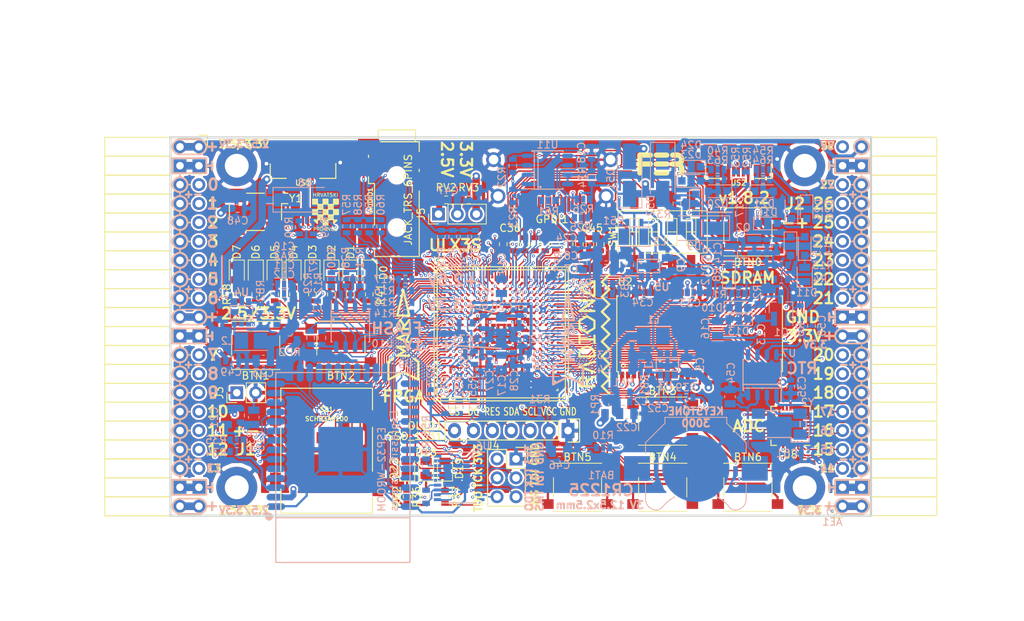
<source format=kicad_pcb>
(kicad_pcb (version 20171130) (host pcbnew 5.0.0-rc2-dev-unknown+dfsg1+20180318-2)

  (general
    (thickness 1.6)
    (drawings 480)
    (tracks 4808)
    (zones 0)
    (modules 206)
    (nets 316)
  )

  (page A4)
  (layers
    (0 F.Cu signal)
    (1 In1.Cu signal)
    (2 In2.Cu signal)
    (31 B.Cu signal)
    (32 B.Adhes user)
    (33 F.Adhes user)
    (34 B.Paste user)
    (35 F.Paste user)
    (36 B.SilkS user)
    (37 F.SilkS user)
    (38 B.Mask user)
    (39 F.Mask user)
    (40 Dwgs.User user)
    (41 Cmts.User user)
    (42 Eco1.User user)
    (43 Eco2.User user)
    (44 Edge.Cuts user)
    (45 Margin user)
    (46 B.CrtYd user)
    (47 F.CrtYd user)
    (48 B.Fab user)
    (49 F.Fab user)
  )

  (setup
    (last_trace_width 0.3)
    (trace_clearance 0.127)
    (zone_clearance 0.127)
    (zone_45_only no)
    (trace_min 0.127)
    (segment_width 0.2)
    (edge_width 0.2)
    (via_size 0.4)
    (via_drill 0.2)
    (via_min_size 0.4)
    (via_min_drill 0.2)
    (uvia_size 0.3)
    (uvia_drill 0.1)
    (uvias_allowed no)
    (uvia_min_size 0.2)
    (uvia_min_drill 0.1)
    (pcb_text_width 0.3)
    (pcb_text_size 1.5 1.5)
    (mod_edge_width 0.15)
    (mod_text_size 1 1)
    (mod_text_width 0.15)
    (pad_size 0.3 0.3)
    (pad_drill 0)
    (pad_to_mask_clearance 0.05)
    (aux_axis_origin 94.1 112.22)
    (grid_origin 93.48 113)
    (visible_elements 7FFFFFFF)
    (pcbplotparams
      (layerselection 0x310fc_ffffffff)
      (usegerberextensions true)
      (usegerberattributes false)
      (usegerberadvancedattributes false)
      (creategerberjobfile false)
      (excludeedgelayer true)
      (linewidth 0.100000)
      (plotframeref false)
      (viasonmask false)
      (mode 1)
      (useauxorigin false)
      (hpglpennumber 1)
      (hpglpenspeed 20)
      (hpglpendiameter 15)
      (psnegative false)
      (psa4output false)
      (plotreference true)
      (plotvalue true)
      (plotinvisibletext false)
      (padsonsilk false)
      (subtractmaskfromsilk false)
      (outputformat 1)
      (mirror false)
      (drillshape 0)
      (scaleselection 1)
      (outputdirectory plot))
  )

  (net 0 "")
  (net 1 GND)
  (net 2 +5V)
  (net 3 /gpio/IN5V)
  (net 4 /gpio/OUT5V)
  (net 5 +3V3)
  (net 6 BTN_D)
  (net 7 BTN_F1)
  (net 8 BTN_F2)
  (net 9 BTN_L)
  (net 10 BTN_R)
  (net 11 BTN_U)
  (net 12 /power/FB1)
  (net 13 +2V5)
  (net 14 /power/PWREN)
  (net 15 /power/FB3)
  (net 16 /power/FB2)
  (net 17 "Net-(D9-Pad1)")
  (net 18 /power/VBAT)
  (net 19 JTAG_TDI)
  (net 20 JTAG_TCK)
  (net 21 JTAG_TMS)
  (net 22 JTAG_TDO)
  (net 23 /power/WAKEUPn)
  (net 24 /power/WKUP)
  (net 25 /power/SHUT)
  (net 26 /power/WAKE)
  (net 27 /power/HOLD)
  (net 28 /power/WKn)
  (net 29 /power/OSCI_32k)
  (net 30 /power/OSCO_32k)
  (net 31 "Net-(Q2-Pad3)")
  (net 32 SHUTDOWN)
  (net 33 /analog/AUDIO_L)
  (net 34 /analog/AUDIO_R)
  (net 35 GPDI_SDA)
  (net 36 GPDI_SCL)
  (net 37 /gpdi/VREF2)
  (net 38 SD_CMD)
  (net 39 SD_CLK)
  (net 40 SD_D0)
  (net 41 SD_D1)
  (net 42 USB5V)
  (net 43 GPDI_CEC)
  (net 44 nRESET)
  (net 45 FTDI_nDTR)
  (net 46 SDRAM_CKE)
  (net 47 SDRAM_A7)
  (net 48 SDRAM_D15)
  (net 49 SDRAM_BA1)
  (net 50 SDRAM_D7)
  (net 51 SDRAM_A6)
  (net 52 SDRAM_CLK)
  (net 53 SDRAM_D13)
  (net 54 SDRAM_BA0)
  (net 55 SDRAM_D6)
  (net 56 SDRAM_A5)
  (net 57 SDRAM_D14)
  (net 58 SDRAM_A11)
  (net 59 SDRAM_D12)
  (net 60 SDRAM_D5)
  (net 61 SDRAM_A4)
  (net 62 SDRAM_A10)
  (net 63 SDRAM_D11)
  (net 64 SDRAM_A3)
  (net 65 SDRAM_D4)
  (net 66 SDRAM_D10)
  (net 67 SDRAM_D9)
  (net 68 SDRAM_A9)
  (net 69 SDRAM_D3)
  (net 70 SDRAM_D8)
  (net 71 SDRAM_A8)
  (net 72 SDRAM_A2)
  (net 73 SDRAM_A1)
  (net 74 SDRAM_A0)
  (net 75 SDRAM_D2)
  (net 76 SDRAM_D1)
  (net 77 SDRAM_D0)
  (net 78 SDRAM_DQM0)
  (net 79 SDRAM_nCS)
  (net 80 SDRAM_nRAS)
  (net 81 SDRAM_DQM1)
  (net 82 SDRAM_nCAS)
  (net 83 SDRAM_nWE)
  (net 84 /flash/FLASH_nWP)
  (net 85 /flash/FLASH_nHOLD)
  (net 86 /flash/FLASH_MOSI)
  (net 87 /flash/FLASH_MISO)
  (net 88 /flash/FLASH_SCK)
  (net 89 /flash/FLASH_nCS)
  (net 90 /flash/FPGA_PROGRAMN)
  (net 91 /flash/FPGA_DONE)
  (net 92 /flash/FPGA_INITN)
  (net 93 OLED_RES)
  (net 94 OLED_DC)
  (net 95 OLED_CS)
  (net 96 WIFI_EN)
  (net 97 FTDI_nRTS)
  (net 98 FTDI_TXD)
  (net 99 FTDI_RXD)
  (net 100 WIFI_RXD)
  (net 101 WIFI_GPIO0)
  (net 102 WIFI_TXD)
  (net 103 USB_FTDI_D+)
  (net 104 USB_FTDI_D-)
  (net 105 SD_D3)
  (net 106 AUDIO_L3)
  (net 107 AUDIO_L2)
  (net 108 AUDIO_L1)
  (net 109 AUDIO_L0)
  (net 110 AUDIO_R3)
  (net 111 AUDIO_R2)
  (net 112 AUDIO_R1)
  (net 113 AUDIO_R0)
  (net 114 OLED_CLK)
  (net 115 OLED_MOSI)
  (net 116 LED0)
  (net 117 LED1)
  (net 118 LED2)
  (net 119 LED3)
  (net 120 LED4)
  (net 121 LED5)
  (net 122 LED6)
  (net 123 LED7)
  (net 124 BTN_PWRn)
  (net 125 FTDI_nTXLED)
  (net 126 FTDI_nSLEEP)
  (net 127 /blinkey/LED_PWREN)
  (net 128 /blinkey/LED_TXLED)
  (net 129 /sdcard/SD3V3)
  (net 130 SD_D2)
  (net 131 CLK_25MHz)
  (net 132 /blinkey/BTNPUL)
  (net 133 /blinkey/BTNPUR)
  (net 134 USB_FPGA_D+)
  (net 135 /power/FTDI_nSUSPEND)
  (net 136 /blinkey/ALED0)
  (net 137 /blinkey/ALED1)
  (net 138 /blinkey/ALED2)
  (net 139 /blinkey/ALED3)
  (net 140 /blinkey/ALED4)
  (net 141 /blinkey/ALED5)
  (net 142 /blinkey/ALED6)
  (net 143 /blinkey/ALED7)
  (net 144 /usb/FTD-)
  (net 145 /usb/FTD+)
  (net 146 ADC_MISO)
  (net 147 ADC_MOSI)
  (net 148 ADC_CSn)
  (net 149 ADC_SCLK)
  (net 150 SW3)
  (net 151 SW2)
  (net 152 SW1)
  (net 153 USB_FPGA_D-)
  (net 154 /usb/FPD+)
  (net 155 /usb/FPD-)
  (net 156 WIFI_GPIO16)
  (net 157 /usb/ANT_433MHz)
  (net 158 /power/PWRBTn)
  (net 159 PROG_DONE)
  (net 160 /power/P3V3)
  (net 161 /power/P2V5)
  (net 162 /power/L1)
  (net 163 /power/L3)
  (net 164 /power/L2)
  (net 165 FTDI_TXDEN)
  (net 166 SDRAM_A12)
  (net 167 /analog/AUDIO_V)
  (net 168 AUDIO_V3)
  (net 169 AUDIO_V2)
  (net 170 AUDIO_V1)
  (net 171 AUDIO_V0)
  (net 172 /blinkey/LED_WIFI)
  (net 173 /power/P1V1)
  (net 174 +1V1)
  (net 175 SW4)
  (net 176 /blinkey/SWPU)
  (net 177 /wifi/WIFIEN)
  (net 178 FT2V5)
  (net 179 GN0)
  (net 180 GP0)
  (net 181 GN1)
  (net 182 GP1)
  (net 183 GN2)
  (net 184 GP2)
  (net 185 GN3)
  (net 186 GP3)
  (net 187 GN4)
  (net 188 GP4)
  (net 189 GN5)
  (net 190 GP5)
  (net 191 GN6)
  (net 192 GP6)
  (net 193 GN14)
  (net 194 GP14)
  (net 195 GN15)
  (net 196 GP15)
  (net 197 GN16)
  (net 198 GP16)
  (net 199 GN17)
  (net 200 GP17)
  (net 201 GN18)
  (net 202 GP18)
  (net 203 GN19)
  (net 204 GP19)
  (net 205 GN20)
  (net 206 GP20)
  (net 207 GN21)
  (net 208 GP21)
  (net 209 GN22)
  (net 210 GP22)
  (net 211 GN23)
  (net 212 GP23)
  (net 213 GN24)
  (net 214 GP24)
  (net 215 GN25)
  (net 216 GP25)
  (net 217 GN26)
  (net 218 GP26)
  (net 219 GN27)
  (net 220 GP27)
  (net 221 GN7)
  (net 222 GP7)
  (net 223 GN8)
  (net 224 GP8)
  (net 225 GN9)
  (net 226 GP9)
  (net 227 GN10)
  (net 228 GP10)
  (net 229 GN11)
  (net 230 GP11)
  (net 231 GN12)
  (net 232 GP12)
  (net 233 GN13)
  (net 234 GP13)
  (net 235 WIFI_GPIO5)
  (net 236 WIFI_GPIO17)
  (net 237 USB_FPGA_PULL_D+)
  (net 238 USB_FPGA_PULL_D-)
  (net 239 "Net-(D23-Pad2)")
  (net 240 "Net-(D24-Pad1)")
  (net 241 "Net-(D25-Pad2)")
  (net 242 "Net-(D26-Pad1)")
  (net 243 /gpdi/GPDI_ETH+)
  (net 244 FPDI_ETH+)
  (net 245 /gpdi/GPDI_ETH-)
  (net 246 FPDI_ETH-)
  (net 247 /gpdi/GPDI_D2-)
  (net 248 FPDI_D2-)
  (net 249 /gpdi/GPDI_D1-)
  (net 250 FPDI_D1-)
  (net 251 /gpdi/GPDI_D0-)
  (net 252 FPDI_D0-)
  (net 253 /gpdi/GPDI_CLK-)
  (net 254 FPDI_CLK-)
  (net 255 /gpdi/GPDI_D2+)
  (net 256 FPDI_D2+)
  (net 257 /gpdi/GPDI_D1+)
  (net 258 FPDI_D1+)
  (net 259 /gpdi/GPDI_D0+)
  (net 260 FPDI_D0+)
  (net 261 /gpdi/GPDI_CLK+)
  (net 262 FPDI_CLK+)
  (net 263 FPDI_SDA)
  (net 264 FPDI_SCL)
  (net 265 /gpdi/FPDI_CEC)
  (net 266 2V5_3V3)
  (net 267 "Net-(AUDIO1-Pad5)")
  (net 268 "Net-(AUDIO1-Pad6)")
  (net 269 "Net-(U1-PadA15)")
  (net 270 "Net-(U1-PadC9)")
  (net 271 "Net-(U1-PadD9)")
  (net 272 "Net-(U1-PadD10)")
  (net 273 "Net-(U1-PadD11)")
  (net 274 "Net-(U1-PadD12)")
  (net 275 "Net-(U1-PadE6)")
  (net 276 "Net-(U1-PadE9)")
  (net 277 "Net-(U1-PadE10)")
  (net 278 "Net-(U1-PadE11)")
  (net 279 "Net-(U1-PadJ4)")
  (net 280 "Net-(U1-PadJ5)")
  (net 281 "Net-(U1-PadK5)")
  (net 282 "Net-(U1-PadL5)")
  (net 283 "Net-(U1-PadM4)")
  (net 284 "Net-(U1-PadM5)")
  (net 285 SD_CD)
  (net 286 SD_WP)
  (net 287 "Net-(U1-PadR3)")
  (net 288 "Net-(U1-PadT16)")
  (net 289 "Net-(U1-PadW4)")
  (net 290 "Net-(U1-PadW5)")
  (net 291 "Net-(U1-PadW8)")
  (net 292 "Net-(U1-PadW9)")
  (net 293 "Net-(U1-PadW13)")
  (net 294 "Net-(U1-PadW14)")
  (net 295 "Net-(U1-PadW17)")
  (net 296 "Net-(U1-PadW18)")
  (net 297 FTDI_nRXLED)
  (net 298 "Net-(U8-Pad12)")
  (net 299 "Net-(U8-Pad25)")
  (net 300 "Net-(U9-Pad32)")
  (net 301 "Net-(U9-Pad22)")
  (net 302 "Net-(U9-Pad21)")
  (net 303 "Net-(U9-Pad20)")
  (net 304 "Net-(U9-Pad19)")
  (net 305 "Net-(U9-Pad18)")
  (net 306 "Net-(U9-Pad17)")
  (net 307 "Net-(U9-Pad12)")
  (net 308 "Net-(U9-Pad5)")
  (net 309 "Net-(U9-Pad4)")
  (net 310 "Net-(US1-Pad4)")
  (net 311 "Net-(US2-Pad4)")
  (net 312 "Net-(Y2-Pad3)")
  (net 313 "Net-(Y2-Pad2)")
  (net 314 "Net-(U1-PadK16)")
  (net 315 "Net-(U1-PadK17)")

  (net_class Default "This is the default net class."
    (clearance 0.127)
    (trace_width 0.3)
    (via_dia 0.4)
    (via_drill 0.2)
    (uvia_dia 0.3)
    (uvia_drill 0.1)
    (add_net +1V1)
    (add_net +2V5)
    (add_net +3V3)
    (add_net +5V)
    (add_net /analog/AUDIO_L)
    (add_net /analog/AUDIO_R)
    (add_net /analog/AUDIO_V)
    (add_net /blinkey/ALED0)
    (add_net /blinkey/ALED1)
    (add_net /blinkey/ALED2)
    (add_net /blinkey/ALED3)
    (add_net /blinkey/ALED4)
    (add_net /blinkey/ALED5)
    (add_net /blinkey/ALED6)
    (add_net /blinkey/ALED7)
    (add_net /blinkey/BTNPUL)
    (add_net /blinkey/BTNPUR)
    (add_net /blinkey/LED_PWREN)
    (add_net /blinkey/LED_TXLED)
    (add_net /blinkey/LED_WIFI)
    (add_net /blinkey/SWPU)
    (add_net /gpdi/FPDI_CEC)
    (add_net /gpdi/GPDI_CLK+)
    (add_net /gpdi/GPDI_CLK-)
    (add_net /gpdi/GPDI_D0+)
    (add_net /gpdi/GPDI_D0-)
    (add_net /gpdi/GPDI_D1+)
    (add_net /gpdi/GPDI_D1-)
    (add_net /gpdi/GPDI_D2+)
    (add_net /gpdi/GPDI_D2-)
    (add_net /gpdi/GPDI_ETH+)
    (add_net /gpdi/GPDI_ETH-)
    (add_net /gpdi/VREF2)
    (add_net /gpio/IN5V)
    (add_net /gpio/OUT5V)
    (add_net /power/FB1)
    (add_net /power/FB2)
    (add_net /power/FB3)
    (add_net /power/FTDI_nSUSPEND)
    (add_net /power/HOLD)
    (add_net /power/L1)
    (add_net /power/L2)
    (add_net /power/L3)
    (add_net /power/OSCI_32k)
    (add_net /power/OSCO_32k)
    (add_net /power/P1V1)
    (add_net /power/P2V5)
    (add_net /power/P3V3)
    (add_net /power/PWRBTn)
    (add_net /power/PWREN)
    (add_net /power/SHUT)
    (add_net /power/VBAT)
    (add_net /power/WAKE)
    (add_net /power/WAKEUPn)
    (add_net /power/WKUP)
    (add_net /power/WKn)
    (add_net /sdcard/SD3V3)
    (add_net /usb/ANT_433MHz)
    (add_net /usb/FPD+)
    (add_net /usb/FPD-)
    (add_net /usb/FTD+)
    (add_net /usb/FTD-)
    (add_net /wifi/WIFIEN)
    (add_net 2V5_3V3)
    (add_net FT2V5)
    (add_net FTDI_nRXLED)
    (add_net GND)
    (add_net "Net-(AUDIO1-Pad5)")
    (add_net "Net-(AUDIO1-Pad6)")
    (add_net "Net-(D23-Pad2)")
    (add_net "Net-(D24-Pad1)")
    (add_net "Net-(D25-Pad2)")
    (add_net "Net-(D26-Pad1)")
    (add_net "Net-(D9-Pad1)")
    (add_net "Net-(Q2-Pad3)")
    (add_net "Net-(U1-PadA15)")
    (add_net "Net-(U1-PadC9)")
    (add_net "Net-(U1-PadD10)")
    (add_net "Net-(U1-PadD11)")
    (add_net "Net-(U1-PadD12)")
    (add_net "Net-(U1-PadD9)")
    (add_net "Net-(U1-PadE10)")
    (add_net "Net-(U1-PadE11)")
    (add_net "Net-(U1-PadE6)")
    (add_net "Net-(U1-PadE9)")
    (add_net "Net-(U1-PadJ4)")
    (add_net "Net-(U1-PadJ5)")
    (add_net "Net-(U1-PadK16)")
    (add_net "Net-(U1-PadK17)")
    (add_net "Net-(U1-PadK5)")
    (add_net "Net-(U1-PadL5)")
    (add_net "Net-(U1-PadM4)")
    (add_net "Net-(U1-PadM5)")
    (add_net "Net-(U1-PadR3)")
    (add_net "Net-(U1-PadT16)")
    (add_net "Net-(U1-PadW13)")
    (add_net "Net-(U1-PadW14)")
    (add_net "Net-(U1-PadW17)")
    (add_net "Net-(U1-PadW18)")
    (add_net "Net-(U1-PadW4)")
    (add_net "Net-(U1-PadW5)")
    (add_net "Net-(U1-PadW8)")
    (add_net "Net-(U1-PadW9)")
    (add_net "Net-(U8-Pad12)")
    (add_net "Net-(U8-Pad25)")
    (add_net "Net-(U9-Pad12)")
    (add_net "Net-(U9-Pad17)")
    (add_net "Net-(U9-Pad18)")
    (add_net "Net-(U9-Pad19)")
    (add_net "Net-(U9-Pad20)")
    (add_net "Net-(U9-Pad21)")
    (add_net "Net-(U9-Pad22)")
    (add_net "Net-(U9-Pad32)")
    (add_net "Net-(U9-Pad4)")
    (add_net "Net-(U9-Pad5)")
    (add_net "Net-(US1-Pad4)")
    (add_net "Net-(US2-Pad4)")
    (add_net "Net-(Y2-Pad2)")
    (add_net "Net-(Y2-Pad3)")
    (add_net SD_CD)
    (add_net SD_WP)
    (add_net USB5V)
  )

  (net_class BGA ""
    (clearance 0.127)
    (trace_width 0.19)
    (via_dia 0.4)
    (via_drill 0.2)
    (uvia_dia 0.3)
    (uvia_drill 0.1)
    (add_net /flash/FLASH_MISO)
    (add_net /flash/FLASH_MOSI)
    (add_net /flash/FLASH_SCK)
    (add_net /flash/FLASH_nCS)
    (add_net /flash/FLASH_nHOLD)
    (add_net /flash/FLASH_nWP)
    (add_net /flash/FPGA_DONE)
    (add_net /flash/FPGA_INITN)
    (add_net /flash/FPGA_PROGRAMN)
    (add_net ADC_CSn)
    (add_net ADC_MISO)
    (add_net ADC_MOSI)
    (add_net ADC_SCLK)
    (add_net AUDIO_L0)
    (add_net AUDIO_L1)
    (add_net AUDIO_L2)
    (add_net AUDIO_L3)
    (add_net AUDIO_R0)
    (add_net AUDIO_R1)
    (add_net AUDIO_R2)
    (add_net AUDIO_R3)
    (add_net AUDIO_V0)
    (add_net AUDIO_V1)
    (add_net AUDIO_V2)
    (add_net AUDIO_V3)
    (add_net BTN_D)
    (add_net BTN_F1)
    (add_net BTN_F2)
    (add_net BTN_L)
    (add_net BTN_PWRn)
    (add_net BTN_R)
    (add_net BTN_U)
    (add_net CLK_25MHz)
    (add_net FPDI_CLK+)
    (add_net FPDI_CLK-)
    (add_net FPDI_D0+)
    (add_net FPDI_D0-)
    (add_net FPDI_D1+)
    (add_net FPDI_D1-)
    (add_net FPDI_D2+)
    (add_net FPDI_D2-)
    (add_net FPDI_ETH+)
    (add_net FPDI_ETH-)
    (add_net FPDI_SCL)
    (add_net FPDI_SDA)
    (add_net FTDI_RXD)
    (add_net FTDI_TXD)
    (add_net FTDI_TXDEN)
    (add_net FTDI_nDTR)
    (add_net FTDI_nRTS)
    (add_net FTDI_nSLEEP)
    (add_net FTDI_nTXLED)
    (add_net GN0)
    (add_net GN1)
    (add_net GN10)
    (add_net GN11)
    (add_net GN12)
    (add_net GN13)
    (add_net GN14)
    (add_net GN15)
    (add_net GN16)
    (add_net GN17)
    (add_net GN18)
    (add_net GN19)
    (add_net GN2)
    (add_net GN20)
    (add_net GN21)
    (add_net GN22)
    (add_net GN23)
    (add_net GN24)
    (add_net GN25)
    (add_net GN26)
    (add_net GN27)
    (add_net GN3)
    (add_net GN4)
    (add_net GN5)
    (add_net GN6)
    (add_net GN7)
    (add_net GN8)
    (add_net GN9)
    (add_net GP0)
    (add_net GP1)
    (add_net GP10)
    (add_net GP11)
    (add_net GP12)
    (add_net GP13)
    (add_net GP14)
    (add_net GP15)
    (add_net GP16)
    (add_net GP17)
    (add_net GP18)
    (add_net GP19)
    (add_net GP2)
    (add_net GP20)
    (add_net GP21)
    (add_net GP22)
    (add_net GP23)
    (add_net GP24)
    (add_net GP25)
    (add_net GP26)
    (add_net GP27)
    (add_net GP3)
    (add_net GP4)
    (add_net GP5)
    (add_net GP6)
    (add_net GP7)
    (add_net GP8)
    (add_net GP9)
    (add_net GPDI_CEC)
    (add_net GPDI_SCL)
    (add_net GPDI_SDA)
    (add_net JTAG_TCK)
    (add_net JTAG_TDI)
    (add_net JTAG_TDO)
    (add_net JTAG_TMS)
    (add_net LED0)
    (add_net LED1)
    (add_net LED2)
    (add_net LED3)
    (add_net LED4)
    (add_net LED5)
    (add_net LED6)
    (add_net LED7)
    (add_net OLED_CLK)
    (add_net OLED_CS)
    (add_net OLED_DC)
    (add_net OLED_MOSI)
    (add_net OLED_RES)
    (add_net PROG_DONE)
    (add_net SDRAM_A0)
    (add_net SDRAM_A1)
    (add_net SDRAM_A10)
    (add_net SDRAM_A11)
    (add_net SDRAM_A12)
    (add_net SDRAM_A2)
    (add_net SDRAM_A3)
    (add_net SDRAM_A4)
    (add_net SDRAM_A5)
    (add_net SDRAM_A6)
    (add_net SDRAM_A7)
    (add_net SDRAM_A8)
    (add_net SDRAM_A9)
    (add_net SDRAM_BA0)
    (add_net SDRAM_BA1)
    (add_net SDRAM_CKE)
    (add_net SDRAM_CLK)
    (add_net SDRAM_D0)
    (add_net SDRAM_D1)
    (add_net SDRAM_D10)
    (add_net SDRAM_D11)
    (add_net SDRAM_D12)
    (add_net SDRAM_D13)
    (add_net SDRAM_D14)
    (add_net SDRAM_D15)
    (add_net SDRAM_D2)
    (add_net SDRAM_D3)
    (add_net SDRAM_D4)
    (add_net SDRAM_D5)
    (add_net SDRAM_D6)
    (add_net SDRAM_D7)
    (add_net SDRAM_D8)
    (add_net SDRAM_D9)
    (add_net SDRAM_DQM0)
    (add_net SDRAM_DQM1)
    (add_net SDRAM_nCAS)
    (add_net SDRAM_nCS)
    (add_net SDRAM_nRAS)
    (add_net SDRAM_nWE)
    (add_net SD_CLK)
    (add_net SD_CMD)
    (add_net SD_D0)
    (add_net SD_D1)
    (add_net SD_D2)
    (add_net SD_D3)
    (add_net SHUTDOWN)
    (add_net SW1)
    (add_net SW2)
    (add_net SW3)
    (add_net SW4)
    (add_net USB_FPGA_D+)
    (add_net USB_FPGA_D-)
    (add_net USB_FPGA_PULL_D+)
    (add_net USB_FPGA_PULL_D-)
    (add_net USB_FTDI_D+)
    (add_net USB_FTDI_D-)
    (add_net WIFI_EN)
    (add_net WIFI_GPIO0)
    (add_net WIFI_GPIO16)
    (add_net WIFI_GPIO17)
    (add_net WIFI_GPIO5)
    (add_net WIFI_RXD)
    (add_net WIFI_TXD)
    (add_net nRESET)
  )

  (net_class Minimal ""
    (clearance 0.127)
    (trace_width 0.127)
    (via_dia 0.4)
    (via_drill 0.2)
    (uvia_dia 0.3)
    (uvia_drill 0.1)
  )

  (module Socket_Strips:Socket_Strip_Angled_2x20 (layer F.Cu) (tedit 5A2B354F) (tstamp 58E6BE3D)
    (at 97.91 62.69 270)
    (descr "Through hole socket strip")
    (tags "socket strip")
    (path /56AC389C/58E6B835)
    (fp_text reference J1 (at 40.64 -6.35) (layer F.SilkS)
      (effects (font (size 1.5 1.5) (thickness 0.3)))
    )
    (fp_text value CONN_02X20 (at 0 -2.6 270) (layer F.Fab) hide
      (effects (font (size 1 1) (thickness 0.15)))
    )
    (fp_line (start -1.75 -1.35) (end -1.75 13.15) (layer F.CrtYd) (width 0.05))
    (fp_line (start 50.05 -1.35) (end 50.05 13.15) (layer F.CrtYd) (width 0.05))
    (fp_line (start -1.75 -1.35) (end 50.05 -1.35) (layer F.CrtYd) (width 0.05))
    (fp_line (start -1.75 13.15) (end 50.05 13.15) (layer F.CrtYd) (width 0.05))
    (fp_line (start 49.53 12.64) (end 49.53 3.81) (layer F.SilkS) (width 0.15))
    (fp_line (start 46.99 12.64) (end 49.53 12.64) (layer F.SilkS) (width 0.15))
    (fp_line (start 46.99 3.81) (end 49.53 3.81) (layer F.SilkS) (width 0.15))
    (fp_line (start 49.53 3.81) (end 49.53 12.64) (layer F.SilkS) (width 0.15))
    (fp_line (start 46.99 3.81) (end 46.99 12.64) (layer F.SilkS) (width 0.15))
    (fp_line (start 44.45 3.81) (end 46.99 3.81) (layer F.SilkS) (width 0.15))
    (fp_line (start 44.45 12.64) (end 46.99 12.64) (layer F.SilkS) (width 0.15))
    (fp_line (start 46.99 12.64) (end 46.99 3.81) (layer F.SilkS) (width 0.15))
    (fp_line (start 29.21 12.64) (end 29.21 3.81) (layer F.SilkS) (width 0.15))
    (fp_line (start 26.67 12.64) (end 29.21 12.64) (layer F.SilkS) (width 0.15))
    (fp_line (start 26.67 3.81) (end 29.21 3.81) (layer F.SilkS) (width 0.15))
    (fp_line (start 29.21 3.81) (end 29.21 12.64) (layer F.SilkS) (width 0.15))
    (fp_line (start 31.75 3.81) (end 31.75 12.64) (layer F.SilkS) (width 0.15))
    (fp_line (start 29.21 3.81) (end 31.75 3.81) (layer F.SilkS) (width 0.15))
    (fp_line (start 29.21 12.64) (end 31.75 12.64) (layer F.SilkS) (width 0.15))
    (fp_line (start 31.75 12.64) (end 31.75 3.81) (layer F.SilkS) (width 0.15))
    (fp_line (start 44.45 12.64) (end 44.45 3.81) (layer F.SilkS) (width 0.15))
    (fp_line (start 41.91 12.64) (end 44.45 12.64) (layer F.SilkS) (width 0.15))
    (fp_line (start 41.91 3.81) (end 44.45 3.81) (layer F.SilkS) (width 0.15))
    (fp_line (start 44.45 3.81) (end 44.45 12.64) (layer F.SilkS) (width 0.15))
    (fp_line (start 41.91 3.81) (end 41.91 12.64) (layer F.SilkS) (width 0.15))
    (fp_line (start 39.37 3.81) (end 41.91 3.81) (layer F.SilkS) (width 0.15))
    (fp_line (start 39.37 12.64) (end 41.91 12.64) (layer F.SilkS) (width 0.15))
    (fp_line (start 41.91 12.64) (end 41.91 3.81) (layer F.SilkS) (width 0.15))
    (fp_line (start 39.37 12.64) (end 39.37 3.81) (layer F.SilkS) (width 0.15))
    (fp_line (start 36.83 12.64) (end 39.37 12.64) (layer F.SilkS) (width 0.15))
    (fp_line (start 36.83 3.81) (end 39.37 3.81) (layer F.SilkS) (width 0.15))
    (fp_line (start 39.37 3.81) (end 39.37 12.64) (layer F.SilkS) (width 0.15))
    (fp_line (start 36.83 3.81) (end 36.83 12.64) (layer F.SilkS) (width 0.15))
    (fp_line (start 34.29 3.81) (end 36.83 3.81) (layer F.SilkS) (width 0.15))
    (fp_line (start 34.29 12.64) (end 36.83 12.64) (layer F.SilkS) (width 0.15))
    (fp_line (start 36.83 12.64) (end 36.83 3.81) (layer F.SilkS) (width 0.15))
    (fp_line (start 34.29 12.64) (end 34.29 3.81) (layer F.SilkS) (width 0.15))
    (fp_line (start 31.75 12.64) (end 34.29 12.64) (layer F.SilkS) (width 0.15))
    (fp_line (start 31.75 3.81) (end 34.29 3.81) (layer F.SilkS) (width 0.15))
    (fp_line (start 34.29 3.81) (end 34.29 12.64) (layer F.SilkS) (width 0.15))
    (fp_line (start 16.51 3.81) (end 16.51 12.64) (layer F.SilkS) (width 0.15))
    (fp_line (start 13.97 3.81) (end 16.51 3.81) (layer F.SilkS) (width 0.15))
    (fp_line (start 13.97 12.64) (end 16.51 12.64) (layer F.SilkS) (width 0.15))
    (fp_line (start 16.51 12.64) (end 16.51 3.81) (layer F.SilkS) (width 0.15))
    (fp_line (start 19.05 12.64) (end 19.05 3.81) (layer F.SilkS) (width 0.15))
    (fp_line (start 16.51 12.64) (end 19.05 12.64) (layer F.SilkS) (width 0.15))
    (fp_line (start 16.51 3.81) (end 19.05 3.81) (layer F.SilkS) (width 0.15))
    (fp_line (start 19.05 3.81) (end 19.05 12.64) (layer F.SilkS) (width 0.15))
    (fp_line (start 21.59 3.81) (end 21.59 12.64) (layer F.SilkS) (width 0.15))
    (fp_line (start 19.05 3.81) (end 21.59 3.81) (layer F.SilkS) (width 0.15))
    (fp_line (start 19.05 12.64) (end 21.59 12.64) (layer F.SilkS) (width 0.15))
    (fp_line (start 21.59 12.64) (end 21.59 3.81) (layer F.SilkS) (width 0.15))
    (fp_line (start 24.13 12.64) (end 24.13 3.81) (layer F.SilkS) (width 0.15))
    (fp_line (start 21.59 12.64) (end 24.13 12.64) (layer F.SilkS) (width 0.15))
    (fp_line (start 21.59 3.81) (end 24.13 3.81) (layer F.SilkS) (width 0.15))
    (fp_line (start 24.13 3.81) (end 24.13 12.64) (layer F.SilkS) (width 0.15))
    (fp_line (start 26.67 3.81) (end 26.67 12.64) (layer F.SilkS) (width 0.15))
    (fp_line (start 24.13 3.81) (end 26.67 3.81) (layer F.SilkS) (width 0.15))
    (fp_line (start 24.13 12.64) (end 26.67 12.64) (layer F.SilkS) (width 0.15))
    (fp_line (start 26.67 12.64) (end 26.67 3.81) (layer F.SilkS) (width 0.15))
    (fp_line (start 13.97 12.64) (end 13.97 3.81) (layer F.SilkS) (width 0.15))
    (fp_line (start 11.43 12.64) (end 13.97 12.64) (layer F.SilkS) (width 0.15))
    (fp_line (start 11.43 3.81) (end 13.97 3.81) (layer F.SilkS) (width 0.15))
    (fp_line (start 13.97 3.81) (end 13.97 12.64) (layer F.SilkS) (width 0.15))
    (fp_line (start 11.43 3.81) (end 11.43 12.64) (layer F.SilkS) (width 0.15))
    (fp_line (start 8.89 3.81) (end 11.43 3.81) (layer F.SilkS) (width 0.15))
    (fp_line (start 8.89 12.64) (end 11.43 12.64) (layer F.SilkS) (width 0.15))
    (fp_line (start 11.43 12.64) (end 11.43 3.81) (layer F.SilkS) (width 0.15))
    (fp_line (start 8.89 12.64) (end 8.89 3.81) (layer F.SilkS) (width 0.15))
    (fp_line (start 6.35 12.64) (end 8.89 12.64) (layer F.SilkS) (width 0.15))
    (fp_line (start 6.35 3.81) (end 8.89 3.81) (layer F.SilkS) (width 0.15))
    (fp_line (start 8.89 3.81) (end 8.89 12.64) (layer F.SilkS) (width 0.15))
    (fp_line (start 6.35 3.81) (end 6.35 12.64) (layer F.SilkS) (width 0.15))
    (fp_line (start 3.81 3.81) (end 6.35 3.81) (layer F.SilkS) (width 0.15))
    (fp_line (start 3.81 12.64) (end 6.35 12.64) (layer F.SilkS) (width 0.15))
    (fp_line (start 6.35 12.64) (end 6.35 3.81) (layer F.SilkS) (width 0.15))
    (fp_line (start 3.81 12.64) (end 3.81 3.81) (layer F.SilkS) (width 0.15))
    (fp_line (start 1.27 12.64) (end 3.81 12.64) (layer F.SilkS) (width 0.15))
    (fp_line (start 1.27 3.81) (end 3.81 3.81) (layer F.SilkS) (width 0.15))
    (fp_line (start 3.81 3.81) (end 3.81 12.64) (layer F.SilkS) (width 0.15))
    (fp_line (start 1.27 3.81) (end 1.27 12.64) (layer F.SilkS) (width 0.15))
    (fp_line (start -1.27 3.81) (end 1.27 3.81) (layer F.SilkS) (width 0.15))
    (fp_line (start 0 -1.15) (end -1.55 -1.15) (layer F.SilkS) (width 0.15))
    (fp_line (start -1.55 -1.15) (end -1.55 0) (layer F.SilkS) (width 0.15))
    (fp_line (start -1.27 3.81) (end -1.27 12.64) (layer F.SilkS) (width 0.15))
    (fp_line (start -1.27 12.64) (end 1.27 12.64) (layer F.SilkS) (width 0.15))
    (fp_line (start 1.27 12.64) (end 1.27 3.81) (layer F.SilkS) (width 0.15))
    (pad 1 thru_hole oval (at 0 0 270) (size 1.7272 1.7272) (drill 1.016) (layers *.Cu *.Mask)
      (net 266 2V5_3V3))
    (pad 2 thru_hole oval (at 0 2.54 270) (size 1.7272 1.7272) (drill 1.016) (layers *.Cu *.Mask)
      (net 266 2V5_3V3))
    (pad 3 thru_hole rect (at 2.54 0 270) (size 1.7272 1.7272) (drill 1.016) (layers *.Cu *.Mask)
      (net 1 GND))
    (pad 4 thru_hole rect (at 2.54 2.54 270) (size 1.7272 1.7272) (drill 1.016) (layers *.Cu *.Mask)
      (net 1 GND))
    (pad 5 thru_hole oval (at 5.08 0 270) (size 1.7272 1.7272) (drill 1.016) (layers *.Cu *.Mask)
      (net 179 GN0))
    (pad 6 thru_hole oval (at 5.08 2.54 270) (size 1.7272 1.7272) (drill 1.016) (layers *.Cu *.Mask)
      (net 180 GP0))
    (pad 7 thru_hole oval (at 7.62 0 270) (size 1.7272 1.7272) (drill 1.016) (layers *.Cu *.Mask)
      (net 181 GN1))
    (pad 8 thru_hole oval (at 7.62 2.54 270) (size 1.7272 1.7272) (drill 1.016) (layers *.Cu *.Mask)
      (net 182 GP1))
    (pad 9 thru_hole oval (at 10.16 0 270) (size 1.7272 1.7272) (drill 1.016) (layers *.Cu *.Mask)
      (net 183 GN2))
    (pad 10 thru_hole oval (at 10.16 2.54 270) (size 1.7272 1.7272) (drill 1.016) (layers *.Cu *.Mask)
      (net 184 GP2))
    (pad 11 thru_hole oval (at 12.7 0 270) (size 1.7272 1.7272) (drill 1.016) (layers *.Cu *.Mask)
      (net 185 GN3))
    (pad 12 thru_hole oval (at 12.7 2.54 270) (size 1.7272 1.7272) (drill 1.016) (layers *.Cu *.Mask)
      (net 186 GP3))
    (pad 13 thru_hole oval (at 15.24 0 270) (size 1.7272 1.7272) (drill 1.016) (layers *.Cu *.Mask)
      (net 187 GN4))
    (pad 14 thru_hole oval (at 15.24 2.54 270) (size 1.7272 1.7272) (drill 1.016) (layers *.Cu *.Mask)
      (net 188 GP4))
    (pad 15 thru_hole oval (at 17.78 0 270) (size 1.7272 1.7272) (drill 1.016) (layers *.Cu *.Mask)
      (net 189 GN5))
    (pad 16 thru_hole oval (at 17.78 2.54 270) (size 1.7272 1.7272) (drill 1.016) (layers *.Cu *.Mask)
      (net 190 GP5))
    (pad 17 thru_hole oval (at 20.32 0 270) (size 1.7272 1.7272) (drill 1.016) (layers *.Cu *.Mask)
      (net 191 GN6))
    (pad 18 thru_hole oval (at 20.32 2.54 270) (size 1.7272 1.7272) (drill 1.016) (layers *.Cu *.Mask)
      (net 192 GP6))
    (pad 19 thru_hole oval (at 22.86 0 270) (size 1.7272 1.7272) (drill 1.016) (layers *.Cu *.Mask)
      (net 266 2V5_3V3))
    (pad 20 thru_hole oval (at 22.86 2.54 270) (size 1.7272 1.7272) (drill 1.016) (layers *.Cu *.Mask)
      (net 266 2V5_3V3))
    (pad 21 thru_hole rect (at 25.4 0 270) (size 1.7272 1.7272) (drill 1.016) (layers *.Cu *.Mask)
      (net 1 GND))
    (pad 22 thru_hole rect (at 25.4 2.54 270) (size 1.7272 1.7272) (drill 1.016) (layers *.Cu *.Mask)
      (net 1 GND))
    (pad 23 thru_hole oval (at 27.94 0 270) (size 1.7272 1.7272) (drill 1.016) (layers *.Cu *.Mask)
      (net 221 GN7))
    (pad 24 thru_hole oval (at 27.94 2.54 270) (size 1.7272 1.7272) (drill 1.016) (layers *.Cu *.Mask)
      (net 222 GP7))
    (pad 25 thru_hole oval (at 30.48 0 270) (size 1.7272 1.7272) (drill 1.016) (layers *.Cu *.Mask)
      (net 223 GN8))
    (pad 26 thru_hole oval (at 30.48 2.54 270) (size 1.7272 1.7272) (drill 1.016) (layers *.Cu *.Mask)
      (net 224 GP8))
    (pad 27 thru_hole oval (at 33.02 0 270) (size 1.7272 1.7272) (drill 1.016) (layers *.Cu *.Mask)
      (net 225 GN9))
    (pad 28 thru_hole oval (at 33.02 2.54 270) (size 1.7272 1.7272) (drill 1.016) (layers *.Cu *.Mask)
      (net 226 GP9))
    (pad 29 thru_hole oval (at 35.56 0 270) (size 1.7272 1.7272) (drill 1.016) (layers *.Cu *.Mask)
      (net 227 GN10))
    (pad 30 thru_hole oval (at 35.56 2.54 270) (size 1.7272 1.7272) (drill 1.016) (layers *.Cu *.Mask)
      (net 228 GP10))
    (pad 31 thru_hole oval (at 38.1 0 270) (size 1.7272 1.7272) (drill 1.016) (layers *.Cu *.Mask)
      (net 229 GN11))
    (pad 32 thru_hole oval (at 38.1 2.54 270) (size 1.7272 1.7272) (drill 1.016) (layers *.Cu *.Mask)
      (net 230 GP11))
    (pad 33 thru_hole oval (at 40.64 0 270) (size 1.7272 1.7272) (drill 1.016) (layers *.Cu *.Mask)
      (net 231 GN12))
    (pad 34 thru_hole oval (at 40.64 2.54 270) (size 1.7272 1.7272) (drill 1.016) (layers *.Cu *.Mask)
      (net 232 GP12))
    (pad 35 thru_hole oval (at 43.18 0 270) (size 1.7272 1.7272) (drill 1.016) (layers *.Cu *.Mask)
      (net 233 GN13))
    (pad 36 thru_hole oval (at 43.18 2.54 270) (size 1.7272 1.7272) (drill 1.016) (layers *.Cu *.Mask)
      (net 234 GP13))
    (pad 37 thru_hole rect (at 45.72 0 270) (size 1.7272 1.7272) (drill 1.016) (layers *.Cu *.Mask)
      (net 1 GND))
    (pad 38 thru_hole rect (at 45.72 2.54 270) (size 1.7272 1.7272) (drill 1.016) (layers *.Cu *.Mask)
      (net 1 GND))
    (pad 39 thru_hole oval (at 48.26 0 270) (size 1.7272 1.7272) (drill 1.016) (layers *.Cu *.Mask)
      (net 266 2V5_3V3))
    (pad 40 thru_hole oval (at 48.26 2.54 270) (size 1.7272 1.7272) (drill 1.016) (layers *.Cu *.Mask)
      (net 266 2V5_3V3))
    (model Socket_Strips.3dshapes/Socket_Strip_Angled_2x20.wrl
      (offset (xyz 24.12999963760376 -1.269999980926514 0))
      (scale (xyz 1 1 1))
      (rotate (xyz 0 0 180))
    )
  )

  (module TSOT-25:TSOT-25 (layer B.Cu) (tedit 59CD7E8F) (tstamp 58D5976E)
    (at 160.775 91.9)
    (path /58D51CAD/5AF563F3)
    (attr smd)
    (fp_text reference U3 (at -0.295 2.9) (layer B.SilkS)
      (effects (font (size 1 1) (thickness 0.2)) (justify mirror))
    )
    (fp_text value TLV62569DBV (at 0 2.286) (layer B.Fab)
      (effects (font (size 0.4 0.4) (thickness 0.1)) (justify mirror))
    )
    (fp_circle (center -1 -0.4) (end -0.95 -0.5) (layer B.SilkS) (width 0.15))
    (fp_line (start -1.5 0.9) (end 1.5 0.9) (layer B.SilkS) (width 0.15))
    (fp_line (start 1.5 0.9) (end 1.5 -0.9) (layer B.SilkS) (width 0.15))
    (fp_line (start 1.5 -0.9) (end -1.5 -0.9) (layer B.SilkS) (width 0.15))
    (fp_line (start -1.5 -0.9) (end -1.5 0.9) (layer B.SilkS) (width 0.15))
    (pad 1 smd rect (at -0.95 -1.3) (size 0.7 1.2) (layers B.Cu B.Paste B.Mask)
      (net 14 /power/PWREN))
    (pad 2 smd rect (at 0 -1.3) (size 0.7 1.2) (layers B.Cu B.Paste B.Mask)
      (net 1 GND))
    (pad 3 smd rect (at 0.95 -1.3) (size 0.7 1.2) (layers B.Cu B.Paste B.Mask)
      (net 162 /power/L1))
    (pad 4 smd rect (at 0.95 1.3) (size 0.7 1.2) (layers B.Cu B.Paste B.Mask)
      (net 2 +5V))
    (pad 5 smd rect (at -0.95 1.3) (size 0.7 1.2) (layers B.Cu B.Paste B.Mask)
      (net 12 /power/FB1))
    (model ${KISYS3DMOD}/Package_TO_SOT_SMD.3dshapes/SOT-23-5.wrl
      (at (xyz 0 0 0))
      (scale (xyz 1 1 1))
      (rotate (xyz 0 0 -90))
    )
  )

  (module TSOT-25:TSOT-25 (layer B.Cu) (tedit 59CD7E82) (tstamp 58D599CD)
    (at 103.625 84.915 180)
    (path /58D51CAD/5AFCB5C1)
    (attr smd)
    (fp_text reference U4 (at 0 2.697 180) (layer B.SilkS)
      (effects (font (size 1 1) (thickness 0.2)) (justify mirror))
    )
    (fp_text value TLV62569DBV (at 0 2.443 180) (layer B.Fab)
      (effects (font (size 0.4 0.4) (thickness 0.1)) (justify mirror))
    )
    (fp_circle (center -1 -0.4) (end -0.95 -0.5) (layer B.SilkS) (width 0.15))
    (fp_line (start -1.5 0.9) (end 1.5 0.9) (layer B.SilkS) (width 0.15))
    (fp_line (start 1.5 0.9) (end 1.5 -0.9) (layer B.SilkS) (width 0.15))
    (fp_line (start 1.5 -0.9) (end -1.5 -0.9) (layer B.SilkS) (width 0.15))
    (fp_line (start -1.5 -0.9) (end -1.5 0.9) (layer B.SilkS) (width 0.15))
    (pad 1 smd rect (at -0.95 -1.3 180) (size 0.7 1.2) (layers B.Cu B.Paste B.Mask)
      (net 14 /power/PWREN))
    (pad 2 smd rect (at 0 -1.3 180) (size 0.7 1.2) (layers B.Cu B.Paste B.Mask)
      (net 1 GND))
    (pad 3 smd rect (at 0.95 -1.3 180) (size 0.7 1.2) (layers B.Cu B.Paste B.Mask)
      (net 164 /power/L2))
    (pad 4 smd rect (at 0.95 1.3 180) (size 0.7 1.2) (layers B.Cu B.Paste B.Mask)
      (net 2 +5V))
    (pad 5 smd rect (at -0.95 1.3 180) (size 0.7 1.2) (layers B.Cu B.Paste B.Mask)
      (net 16 /power/FB2))
    (model ${KISYS3DMOD}/Package_TO_SOT_SMD.3dshapes/SOT-23-5.wrl
      (at (xyz 0 0 0))
      (scale (xyz 1 1 1))
      (rotate (xyz 0 0 -90))
    )
  )

  (module TSOT-25:TSOT-25 (layer B.Cu) (tedit 59CD7D98) (tstamp 58D66E99)
    (at 158.235 78.692)
    (path /58D51CAD/5AFCC283)
    (attr smd)
    (fp_text reference U5 (at 1.793 2.812) (layer B.SilkS)
      (effects (font (size 1 1) (thickness 0.2)) (justify mirror))
    )
    (fp_text value TLV62569DBV (at 0 2.413) (layer B.Fab)
      (effects (font (size 0.4 0.4) (thickness 0.1)) (justify mirror))
    )
    (fp_circle (center -1 -0.4) (end -0.95 -0.5) (layer B.SilkS) (width 0.15))
    (fp_line (start -1.5 0.9) (end 1.5 0.9) (layer B.SilkS) (width 0.15))
    (fp_line (start 1.5 0.9) (end 1.5 -0.9) (layer B.SilkS) (width 0.15))
    (fp_line (start 1.5 -0.9) (end -1.5 -0.9) (layer B.SilkS) (width 0.15))
    (fp_line (start -1.5 -0.9) (end -1.5 0.9) (layer B.SilkS) (width 0.15))
    (pad 1 smd rect (at -0.95 -1.3) (size 0.7 1.2) (layers B.Cu B.Paste B.Mask)
      (net 14 /power/PWREN))
    (pad 2 smd rect (at 0 -1.3) (size 0.7 1.2) (layers B.Cu B.Paste B.Mask)
      (net 1 GND))
    (pad 3 smd rect (at 0.95 -1.3) (size 0.7 1.2) (layers B.Cu B.Paste B.Mask)
      (net 163 /power/L3))
    (pad 4 smd rect (at 0.95 1.3) (size 0.7 1.2) (layers B.Cu B.Paste B.Mask)
      (net 2 +5V))
    (pad 5 smd rect (at -0.95 1.3) (size 0.7 1.2) (layers B.Cu B.Paste B.Mask)
      (net 15 /power/FB3))
    (model ${KISYS3DMOD}/Package_TO_SOT_SMD.3dshapes/SOT-23-5.wrl
      (at (xyz 0 0 0))
      (scale (xyz 1 1 1))
      (rotate (xyz 0 0 -90))
    )
  )

  (module Socket_Strips:Socket_Strip_Angled_2x20 (layer F.Cu) (tedit 5A2B35BD) (tstamp 58E6BE69)
    (at 184.27 110.95 90)
    (descr "Through hole socket strip")
    (tags "socket strip")
    (path /56AC389C/58E6B7F6)
    (fp_text reference J2 (at 40.64 -6.35 180) (layer F.SilkS)
      (effects (font (size 1.5 1.5) (thickness 0.3)))
    )
    (fp_text value CONN_02X20 (at 0 -2.6 90) (layer F.Fab) hide
      (effects (font (size 1 1) (thickness 0.15)))
    )
    (fp_line (start -1.75 -1.35) (end -1.75 13.15) (layer F.CrtYd) (width 0.05))
    (fp_line (start 50.05 -1.35) (end 50.05 13.15) (layer F.CrtYd) (width 0.05))
    (fp_line (start -1.75 -1.35) (end 50.05 -1.35) (layer F.CrtYd) (width 0.05))
    (fp_line (start -1.75 13.15) (end 50.05 13.15) (layer F.CrtYd) (width 0.05))
    (fp_line (start 49.53 12.64) (end 49.53 3.81) (layer F.SilkS) (width 0.15))
    (fp_line (start 46.99 12.64) (end 49.53 12.64) (layer F.SilkS) (width 0.15))
    (fp_line (start 46.99 3.81) (end 49.53 3.81) (layer F.SilkS) (width 0.15))
    (fp_line (start 49.53 3.81) (end 49.53 12.64) (layer F.SilkS) (width 0.15))
    (fp_line (start 46.99 3.81) (end 46.99 12.64) (layer F.SilkS) (width 0.15))
    (fp_line (start 44.45 3.81) (end 46.99 3.81) (layer F.SilkS) (width 0.15))
    (fp_line (start 44.45 12.64) (end 46.99 12.64) (layer F.SilkS) (width 0.15))
    (fp_line (start 46.99 12.64) (end 46.99 3.81) (layer F.SilkS) (width 0.15))
    (fp_line (start 29.21 12.64) (end 29.21 3.81) (layer F.SilkS) (width 0.15))
    (fp_line (start 26.67 12.64) (end 29.21 12.64) (layer F.SilkS) (width 0.15))
    (fp_line (start 26.67 3.81) (end 29.21 3.81) (layer F.SilkS) (width 0.15))
    (fp_line (start 29.21 3.81) (end 29.21 12.64) (layer F.SilkS) (width 0.15))
    (fp_line (start 31.75 3.81) (end 31.75 12.64) (layer F.SilkS) (width 0.15))
    (fp_line (start 29.21 3.81) (end 31.75 3.81) (layer F.SilkS) (width 0.15))
    (fp_line (start 29.21 12.64) (end 31.75 12.64) (layer F.SilkS) (width 0.15))
    (fp_line (start 31.75 12.64) (end 31.75 3.81) (layer F.SilkS) (width 0.15))
    (fp_line (start 44.45 12.64) (end 44.45 3.81) (layer F.SilkS) (width 0.15))
    (fp_line (start 41.91 12.64) (end 44.45 12.64) (layer F.SilkS) (width 0.15))
    (fp_line (start 41.91 3.81) (end 44.45 3.81) (layer F.SilkS) (width 0.15))
    (fp_line (start 44.45 3.81) (end 44.45 12.64) (layer F.SilkS) (width 0.15))
    (fp_line (start 41.91 3.81) (end 41.91 12.64) (layer F.SilkS) (width 0.15))
    (fp_line (start 39.37 3.81) (end 41.91 3.81) (layer F.SilkS) (width 0.15))
    (fp_line (start 39.37 12.64) (end 41.91 12.64) (layer F.SilkS) (width 0.15))
    (fp_line (start 41.91 12.64) (end 41.91 3.81) (layer F.SilkS) (width 0.15))
    (fp_line (start 39.37 12.64) (end 39.37 3.81) (layer F.SilkS) (width 0.15))
    (fp_line (start 36.83 12.64) (end 39.37 12.64) (layer F.SilkS) (width 0.15))
    (fp_line (start 36.83 3.81) (end 39.37 3.81) (layer F.SilkS) (width 0.15))
    (fp_line (start 39.37 3.81) (end 39.37 12.64) (layer F.SilkS) (width 0.15))
    (fp_line (start 36.83 3.81) (end 36.83 12.64) (layer F.SilkS) (width 0.15))
    (fp_line (start 34.29 3.81) (end 36.83 3.81) (layer F.SilkS) (width 0.15))
    (fp_line (start 34.29 12.64) (end 36.83 12.64) (layer F.SilkS) (width 0.15))
    (fp_line (start 36.83 12.64) (end 36.83 3.81) (layer F.SilkS) (width 0.15))
    (fp_line (start 34.29 12.64) (end 34.29 3.81) (layer F.SilkS) (width 0.15))
    (fp_line (start 31.75 12.64) (end 34.29 12.64) (layer F.SilkS) (width 0.15))
    (fp_line (start 31.75 3.81) (end 34.29 3.81) (layer F.SilkS) (width 0.15))
    (fp_line (start 34.29 3.81) (end 34.29 12.64) (layer F.SilkS) (width 0.15))
    (fp_line (start 16.51 3.81) (end 16.51 12.64) (layer F.SilkS) (width 0.15))
    (fp_line (start 13.97 3.81) (end 16.51 3.81) (layer F.SilkS) (width 0.15))
    (fp_line (start 13.97 12.64) (end 16.51 12.64) (layer F.SilkS) (width 0.15))
    (fp_line (start 16.51 12.64) (end 16.51 3.81) (layer F.SilkS) (width 0.15))
    (fp_line (start 19.05 12.64) (end 19.05 3.81) (layer F.SilkS) (width 0.15))
    (fp_line (start 16.51 12.64) (end 19.05 12.64) (layer F.SilkS) (width 0.15))
    (fp_line (start 16.51 3.81) (end 19.05 3.81) (layer F.SilkS) (width 0.15))
    (fp_line (start 19.05 3.81) (end 19.05 12.64) (layer F.SilkS) (width 0.15))
    (fp_line (start 21.59 3.81) (end 21.59 12.64) (layer F.SilkS) (width 0.15))
    (fp_line (start 19.05 3.81) (end 21.59 3.81) (layer F.SilkS) (width 0.15))
    (fp_line (start 19.05 12.64) (end 21.59 12.64) (layer F.SilkS) (width 0.15))
    (fp_line (start 21.59 12.64) (end 21.59 3.81) (layer F.SilkS) (width 0.15))
    (fp_line (start 24.13 12.64) (end 24.13 3.81) (layer F.SilkS) (width 0.15))
    (fp_line (start 21.59 12.64) (end 24.13 12.64) (layer F.SilkS) (width 0.15))
    (fp_line (start 21.59 3.81) (end 24.13 3.81) (layer F.SilkS) (width 0.15))
    (fp_line (start 24.13 3.81) (end 24.13 12.64) (layer F.SilkS) (width 0.15))
    (fp_line (start 26.67 3.81) (end 26.67 12.64) (layer F.SilkS) (width 0.15))
    (fp_line (start 24.13 3.81) (end 26.67 3.81) (layer F.SilkS) (width 0.15))
    (fp_line (start 24.13 12.64) (end 26.67 12.64) (layer F.SilkS) (width 0.15))
    (fp_line (start 26.67 12.64) (end 26.67 3.81) (layer F.SilkS) (width 0.15))
    (fp_line (start 13.97 12.64) (end 13.97 3.81) (layer F.SilkS) (width 0.15))
    (fp_line (start 11.43 12.64) (end 13.97 12.64) (layer F.SilkS) (width 0.15))
    (fp_line (start 11.43 3.81) (end 13.97 3.81) (layer F.SilkS) (width 0.15))
    (fp_line (start 13.97 3.81) (end 13.97 12.64) (layer F.SilkS) (width 0.15))
    (fp_line (start 11.43 3.81) (end 11.43 12.64) (layer F.SilkS) (width 0.15))
    (fp_line (start 8.89 3.81) (end 11.43 3.81) (layer F.SilkS) (width 0.15))
    (fp_line (start 8.89 12.64) (end 11.43 12.64) (layer F.SilkS) (width 0.15))
    (fp_line (start 11.43 12.64) (end 11.43 3.81) (layer F.SilkS) (width 0.15))
    (fp_line (start 8.89 12.64) (end 8.89 3.81) (layer F.SilkS) (width 0.15))
    (fp_line (start 6.35 12.64) (end 8.89 12.64) (layer F.SilkS) (width 0.15))
    (fp_line (start 6.35 3.81) (end 8.89 3.81) (layer F.SilkS) (width 0.15))
    (fp_line (start 8.89 3.81) (end 8.89 12.64) (layer F.SilkS) (width 0.15))
    (fp_line (start 6.35 3.81) (end 6.35 12.64) (layer F.SilkS) (width 0.15))
    (fp_line (start 3.81 3.81) (end 6.35 3.81) (layer F.SilkS) (width 0.15))
    (fp_line (start 3.81 12.64) (end 6.35 12.64) (layer F.SilkS) (width 0.15))
    (fp_line (start 6.35 12.64) (end 6.35 3.81) (layer F.SilkS) (width 0.15))
    (fp_line (start 3.81 12.64) (end 3.81 3.81) (layer F.SilkS) (width 0.15))
    (fp_line (start 1.27 12.64) (end 3.81 12.64) (layer F.SilkS) (width 0.15))
    (fp_line (start 1.27 3.81) (end 3.81 3.81) (layer F.SilkS) (width 0.15))
    (fp_line (start 3.81 3.81) (end 3.81 12.64) (layer F.SilkS) (width 0.15))
    (fp_line (start 1.27 3.81) (end 1.27 12.64) (layer F.SilkS) (width 0.15))
    (fp_line (start -1.27 3.81) (end 1.27 3.81) (layer F.SilkS) (width 0.15))
    (fp_line (start 0 -1.15) (end -1.55 -1.15) (layer F.SilkS) (width 0.15))
    (fp_line (start -1.55 -1.15) (end -1.55 0) (layer F.SilkS) (width 0.15))
    (fp_line (start -1.27 3.81) (end -1.27 12.64) (layer F.SilkS) (width 0.15))
    (fp_line (start -1.27 12.64) (end 1.27 12.64) (layer F.SilkS) (width 0.15))
    (fp_line (start 1.27 12.64) (end 1.27 3.81) (layer F.SilkS) (width 0.15))
    (pad 1 thru_hole oval (at 0 0 90) (size 1.7272 1.7272) (drill 1.016) (layers *.Cu *.Mask)
      (net 5 +3V3))
    (pad 2 thru_hole oval (at 0 2.54 90) (size 1.7272 1.7272) (drill 1.016) (layers *.Cu *.Mask)
      (net 5 +3V3))
    (pad 3 thru_hole rect (at 2.54 0 90) (size 1.7272 1.7272) (drill 1.016) (layers *.Cu *.Mask)
      (net 1 GND))
    (pad 4 thru_hole rect (at 2.54 2.54 90) (size 1.7272 1.7272) (drill 1.016) (layers *.Cu *.Mask)
      (net 1 GND))
    (pad 5 thru_hole oval (at 5.08 0 90) (size 1.7272 1.7272) (drill 1.016) (layers *.Cu *.Mask)
      (net 193 GN14))
    (pad 6 thru_hole oval (at 5.08 2.54 90) (size 1.7272 1.7272) (drill 1.016) (layers *.Cu *.Mask)
      (net 194 GP14))
    (pad 7 thru_hole oval (at 7.62 0 90) (size 1.7272 1.7272) (drill 1.016) (layers *.Cu *.Mask)
      (net 195 GN15))
    (pad 8 thru_hole oval (at 7.62 2.54 90) (size 1.7272 1.7272) (drill 1.016) (layers *.Cu *.Mask)
      (net 196 GP15))
    (pad 9 thru_hole oval (at 10.16 0 90) (size 1.7272 1.7272) (drill 1.016) (layers *.Cu *.Mask)
      (net 197 GN16))
    (pad 10 thru_hole oval (at 10.16 2.54 90) (size 1.7272 1.7272) (drill 1.016) (layers *.Cu *.Mask)
      (net 198 GP16))
    (pad 11 thru_hole oval (at 12.7 0 90) (size 1.7272 1.7272) (drill 1.016) (layers *.Cu *.Mask)
      (net 199 GN17))
    (pad 12 thru_hole oval (at 12.7 2.54 90) (size 1.7272 1.7272) (drill 1.016) (layers *.Cu *.Mask)
      (net 200 GP17))
    (pad 13 thru_hole oval (at 15.24 0 90) (size 1.7272 1.7272) (drill 1.016) (layers *.Cu *.Mask)
      (net 201 GN18))
    (pad 14 thru_hole oval (at 15.24 2.54 90) (size 1.7272 1.7272) (drill 1.016) (layers *.Cu *.Mask)
      (net 202 GP18))
    (pad 15 thru_hole oval (at 17.78 0 90) (size 1.7272 1.7272) (drill 1.016) (layers *.Cu *.Mask)
      (net 203 GN19))
    (pad 16 thru_hole oval (at 17.78 2.54 90) (size 1.7272 1.7272) (drill 1.016) (layers *.Cu *.Mask)
      (net 204 GP19))
    (pad 17 thru_hole oval (at 20.32 0 90) (size 1.7272 1.7272) (drill 1.016) (layers *.Cu *.Mask)
      (net 205 GN20))
    (pad 18 thru_hole oval (at 20.32 2.54 90) (size 1.7272 1.7272) (drill 1.016) (layers *.Cu *.Mask)
      (net 206 GP20))
    (pad 19 thru_hole oval (at 22.86 0 90) (size 1.7272 1.7272) (drill 1.016) (layers *.Cu *.Mask)
      (net 5 +3V3))
    (pad 20 thru_hole oval (at 22.86 2.54 90) (size 1.7272 1.7272) (drill 1.016) (layers *.Cu *.Mask)
      (net 5 +3V3))
    (pad 21 thru_hole rect (at 25.4 0 90) (size 1.7272 1.7272) (drill 1.016) (layers *.Cu *.Mask)
      (net 1 GND))
    (pad 22 thru_hole rect (at 25.4 2.54 90) (size 1.7272 1.7272) (drill 1.016) (layers *.Cu *.Mask)
      (net 1 GND))
    (pad 23 thru_hole oval (at 27.94 0 90) (size 1.7272 1.7272) (drill 1.016) (layers *.Cu *.Mask)
      (net 207 GN21))
    (pad 24 thru_hole oval (at 27.94 2.54 90) (size 1.7272 1.7272) (drill 1.016) (layers *.Cu *.Mask)
      (net 208 GP21))
    (pad 25 thru_hole oval (at 30.48 0 90) (size 1.7272 1.7272) (drill 1.016) (layers *.Cu *.Mask)
      (net 209 GN22))
    (pad 26 thru_hole oval (at 30.48 2.54 90) (size 1.7272 1.7272) (drill 1.016) (layers *.Cu *.Mask)
      (net 210 GP22))
    (pad 27 thru_hole oval (at 33.02 0 90) (size 1.7272 1.7272) (drill 1.016) (layers *.Cu *.Mask)
      (net 211 GN23))
    (pad 28 thru_hole oval (at 33.02 2.54 90) (size 1.7272 1.7272) (drill 1.016) (layers *.Cu *.Mask)
      (net 212 GP23))
    (pad 29 thru_hole oval (at 35.56 0 90) (size 1.7272 1.7272) (drill 1.016) (layers *.Cu *.Mask)
      (net 213 GN24))
    (pad 30 thru_hole oval (at 35.56 2.54 90) (size 1.7272 1.7272) (drill 1.016) (layers *.Cu *.Mask)
      (net 214 GP24))
    (pad 31 thru_hole oval (at 38.1 0 90) (size 1.7272 1.7272) (drill 1.016) (layers *.Cu *.Mask)
      (net 215 GN25))
    (pad 32 thru_hole oval (at 38.1 2.54 90) (size 1.7272 1.7272) (drill 1.016) (layers *.Cu *.Mask)
      (net 216 GP25))
    (pad 33 thru_hole oval (at 40.64 0 90) (size 1.7272 1.7272) (drill 1.016) (layers *.Cu *.Mask)
      (net 217 GN26))
    (pad 34 thru_hole oval (at 40.64 2.54 90) (size 1.7272 1.7272) (drill 1.016) (layers *.Cu *.Mask)
      (net 218 GP26))
    (pad 35 thru_hole oval (at 43.18 0 90) (size 1.7272 1.7272) (drill 1.016) (layers *.Cu *.Mask)
      (net 219 GN27))
    (pad 36 thru_hole oval (at 43.18 2.54 90) (size 1.7272 1.7272) (drill 1.016) (layers *.Cu *.Mask)
      (net 220 GP27))
    (pad 37 thru_hole rect (at 45.72 0 90) (size 1.7272 1.7272) (drill 1.016) (layers *.Cu *.Mask)
      (net 1 GND))
    (pad 38 thru_hole rect (at 45.72 2.54 90) (size 1.7272 1.7272) (drill 1.016) (layers *.Cu *.Mask)
      (net 1 GND))
    (pad 39 thru_hole oval (at 48.26 0 90) (size 1.7272 1.7272) (drill 1.016) (layers *.Cu *.Mask)
      (net 3 /gpio/IN5V))
    (pad 40 thru_hole oval (at 48.26 2.54 90) (size 1.7272 1.7272) (drill 1.016) (layers *.Cu *.Mask)
      (net 4 /gpio/OUT5V))
    (model Socket_Strips.3dshapes/Socket_Strip_Angled_2x20.wrl
      (offset (xyz 24.12999963760376 -1.269999980926514 0))
      (scale (xyz 1 1 1))
      (rotate (xyz 0 0 180))
    )
  )

  (module Mounting_Holes:MountingHole_3.2mm_M3_ISO14580_Pad (layer F.Cu) (tedit 59CCC8F3) (tstamp 58E6B6EC)
    (at 102.99 108.41)
    (descr "Mounting Hole 3.2mm, M3, ISO14580")
    (tags "mounting hole 3.2mm m3 iso14580")
    (path /58E6B981)
    (fp_text reference H1 (at 0 -3.75) (layer F.SilkS) hide
      (effects (font (size 1 1) (thickness 0.15)))
    )
    (fp_text value HOLE (at 0 3.75) (layer F.Fab) hide
      (effects (font (size 1 1) (thickness 0.15)))
    )
    (fp_circle (center 0 0) (end 2.75 0) (layer Cmts.User) (width 0.15))
    (fp_circle (center 0 0) (end 3 0) (layer F.CrtYd) (width 0.05))
    (pad 1 thru_hole circle (at 0 0) (size 5.5 5.5) (drill 3.2) (layers *.Cu *.Mask)
      (net 1 GND))
  )

  (module Mounting_Holes:MountingHole_3.2mm_M3_ISO14580_Pad (layer F.Cu) (tedit 59CCC804) (tstamp 58E6B6F1)
    (at 179.19 108.41)
    (descr "Mounting Hole 3.2mm, M3, ISO14580")
    (tags "mounting hole 3.2mm m3 iso14580")
    (path /58E6BACE)
    (fp_text reference H2 (at 0 -3.75) (layer F.SilkS) hide
      (effects (font (size 1 1) (thickness 0.15)))
    )
    (fp_text value HOLE (at 0 3.75) (layer F.Fab) hide
      (effects (font (size 1 1) (thickness 0.15)))
    )
    (fp_circle (center 0 0) (end 2.75 0) (layer Cmts.User) (width 0.15))
    (fp_circle (center 0 0) (end 3 0) (layer F.CrtYd) (width 0.05))
    (pad 1 thru_hole circle (at 0 0) (size 5.5 5.5) (drill 3.2) (layers *.Cu *.Mask)
      (net 1 GND))
  )

  (module Mounting_Holes:MountingHole_3.2mm_M3_ISO14580_Pad (layer F.Cu) (tedit 59CCC847) (tstamp 58E6B6F6)
    (at 179.19 65.23)
    (descr "Mounting Hole 3.2mm, M3, ISO14580")
    (tags "mounting hole 3.2mm m3 iso14580")
    (path /58E6BAEF)
    (fp_text reference H3 (at 0 -3.75) (layer F.SilkS) hide
      (effects (font (size 1 1) (thickness 0.15)))
    )
    (fp_text value HOLE (at 0 3.75) (layer F.Fab) hide
      (effects (font (size 1 1) (thickness 0.15)))
    )
    (fp_circle (center 0 0) (end 2.75 0) (layer Cmts.User) (width 0.15))
    (fp_circle (center 0 0) (end 3 0) (layer F.CrtYd) (width 0.05))
    (pad 1 thru_hole circle (at 0 0) (size 5.5 5.5) (drill 3.2) (layers *.Cu *.Mask)
      (net 1 GND))
  )

  (module Mounting_Holes:MountingHole_3.2mm_M3_ISO14580_Pad (layer F.Cu) (tedit 59CCC5C4) (tstamp 58E6B6FB)
    (at 102.99 65.23)
    (descr "Mounting Hole 3.2mm, M3, ISO14580")
    (tags "mounting hole 3.2mm m3 iso14580")
    (path /58E6BBE9)
    (fp_text reference H4 (at 0 -3.75) (layer F.SilkS) hide
      (effects (font (size 1 1) (thickness 0.15)))
    )
    (fp_text value HOLE (at 0 3.75) (layer F.Fab) hide
      (effects (font (size 1 1) (thickness 0.15)))
    )
    (fp_circle (center 0 0) (end 2.75 0) (layer Cmts.User) (width 0.15))
    (fp_circle (center 0 0) (end 3 0) (layer F.CrtYd) (width 0.05))
    (pad 1 thru_hole circle (at 0 0) (size 5.5 5.5) (drill 3.2) (layers *.Cu *.Mask)
      (net 1 GND))
  )

  (module Housings_SSOP:SSOP-20_4.4x6.5mm_Pitch0.65mm (layer B.Cu) (tedit 57AFAF80) (tstamp 58EB6259)
    (at 132.835 107.14 180)
    (descr "SSOP20: plastic shrink small outline package; 20 leads; body width 4.4 mm; (see NXP SSOP-TSSOP-VSO-REFLOW.pdf and sot266-1_po.pdf)")
    (tags "SSOP 0.65")
    (path /58D6BF46/58EB61C6)
    (attr smd)
    (fp_text reference U6 (at -3.175 4.318 180) (layer B.SilkS)
      (effects (font (size 1 1) (thickness 0.15)) (justify mirror))
    )
    (fp_text value FT231XS (at 0 -4.3 180) (layer B.Fab)
      (effects (font (size 1 1) (thickness 0.15)) (justify mirror))
    )
    (fp_line (start -1.2 3.25) (end 2.2 3.25) (layer B.Fab) (width 0.15))
    (fp_line (start 2.2 3.25) (end 2.2 -3.25) (layer B.Fab) (width 0.15))
    (fp_line (start 2.2 -3.25) (end -2.2 -3.25) (layer B.Fab) (width 0.15))
    (fp_line (start -2.2 -3.25) (end -2.2 2.25) (layer B.Fab) (width 0.15))
    (fp_line (start -2.2 2.25) (end -1.2 3.25) (layer B.Fab) (width 0.15))
    (fp_line (start -3.65 3.55) (end -3.65 -3.55) (layer B.CrtYd) (width 0.05))
    (fp_line (start 3.65 3.55) (end 3.65 -3.55) (layer B.CrtYd) (width 0.05))
    (fp_line (start -3.65 3.55) (end 3.65 3.55) (layer B.CrtYd) (width 0.05))
    (fp_line (start -3.65 -3.55) (end 3.65 -3.55) (layer B.CrtYd) (width 0.05))
    (fp_line (start 2.325 3.45) (end 2.325 3.35) (layer B.SilkS) (width 0.15))
    (fp_line (start 2.325 -3.375) (end 2.325 -3.35) (layer B.SilkS) (width 0.15))
    (fp_line (start -2.325 -3.375) (end -2.325 -3.35) (layer B.SilkS) (width 0.15))
    (fp_line (start -3.4 3.45) (end 2.325 3.45) (layer B.SilkS) (width 0.15))
    (fp_line (start -2.325 -3.375) (end 2.325 -3.375) (layer B.SilkS) (width 0.15))
    (pad 1 smd rect (at -2.9 2.925 180) (size 1 0.4) (layers B.Cu B.Paste B.Mask)
      (net 45 FTDI_nDTR))
    (pad 2 smd rect (at -2.9 2.275 180) (size 1 0.4) (layers B.Cu B.Paste B.Mask)
      (net 97 FTDI_nRTS))
    (pad 3 smd rect (at -2.9 1.625 180) (size 1 0.4) (layers B.Cu B.Paste B.Mask)
      (net 178 FT2V5))
    (pad 4 smd rect (at -2.9 0.975 180) (size 1 0.4) (layers B.Cu B.Paste B.Mask)
      (net 99 FTDI_RXD))
    (pad 5 smd rect (at -2.9 0.325 180) (size 1 0.4) (layers B.Cu B.Paste B.Mask)
      (net 19 JTAG_TDI))
    (pad 6 smd rect (at -2.9 -0.325 180) (size 1 0.4) (layers B.Cu B.Paste B.Mask)
      (net 1 GND))
    (pad 7 smd rect (at -2.9 -0.975 180) (size 1 0.4) (layers B.Cu B.Paste B.Mask)
      (net 20 JTAG_TCK))
    (pad 8 smd rect (at -2.9 -1.625 180) (size 1 0.4) (layers B.Cu B.Paste B.Mask)
      (net 21 JTAG_TMS))
    (pad 9 smd rect (at -2.9 -2.275 180) (size 1 0.4) (layers B.Cu B.Paste B.Mask)
      (net 22 JTAG_TDO))
    (pad 10 smd rect (at -2.9 -2.925 180) (size 1 0.4) (layers B.Cu B.Paste B.Mask)
      (net 125 FTDI_nTXLED))
    (pad 11 smd rect (at 2.9 -2.925 180) (size 1 0.4) (layers B.Cu B.Paste B.Mask)
      (net 103 USB_FTDI_D+))
    (pad 12 smd rect (at 2.9 -2.275 180) (size 1 0.4) (layers B.Cu B.Paste B.Mask)
      (net 104 USB_FTDI_D-))
    (pad 13 smd rect (at 2.9 -1.625 180) (size 1 0.4) (layers B.Cu B.Paste B.Mask)
      (net 178 FT2V5))
    (pad 14 smd rect (at 2.9 -0.975 180) (size 1 0.4) (layers B.Cu B.Paste B.Mask)
      (net 44 nRESET))
    (pad 15 smd rect (at 2.9 -0.325 180) (size 1 0.4) (layers B.Cu B.Paste B.Mask)
      (net 42 USB5V))
    (pad 16 smd rect (at 2.9 0.325 180) (size 1 0.4) (layers B.Cu B.Paste B.Mask)
      (net 1 GND))
    (pad 17 smd rect (at 2.9 0.975 180) (size 1 0.4) (layers B.Cu B.Paste B.Mask)
      (net 297 FTDI_nRXLED))
    (pad 18 smd rect (at 2.9 1.625 180) (size 1 0.4) (layers B.Cu B.Paste B.Mask)
      (net 165 FTDI_TXDEN))
    (pad 19 smd rect (at 2.9 2.275 180) (size 1 0.4) (layers B.Cu B.Paste B.Mask)
      (net 126 FTDI_nSLEEP))
    (pad 20 smd rect (at 2.9 2.925 180) (size 1 0.4) (layers B.Cu B.Paste B.Mask)
      (net 98 FTDI_TXD))
    (model ${KISYS3DMOD}/Package_SO.3dshapes/SSOP-20_4.4x6.5mm_P0.65mm.wrl
      (at (xyz 0 0 0))
      (scale (xyz 1 1 1))
      (rotate (xyz 0 0 0))
    )
  )

  (module usb_otg:USB-MICRO-B-FCI-10118192-0001LF (layer F.Cu) (tedit 5912DB1A) (tstamp 58D81F93)
    (at 111.88 63.325 180)
    (path /58D6BF46/58D6C840)
    (attr smd)
    (fp_text reference US1 (at 0 -4.2 180) (layer F.SilkS)
      (effects (font (size 0.7 0.7) (thickness 0.15)))
    )
    (fp_text value MICRO_USB (at 0 0 180) (layer F.SilkS) hide
      (effects (font (size 1 1) (thickness 0.15)))
    )
    (fp_text user %R (at 0 -4.826 180) (layer F.Fab)
      (effects (font (size 1.5 1.5) (thickness 0.15)))
    )
    (fp_line (start -5 2.4) (end -5 -3.6) (layer F.Fab) (width 0.1))
    (fp_line (start 5 2.4) (end -5 2.4) (layer F.Fab) (width 0.1))
    (fp_line (start 5 -3.6) (end 5 2.4) (layer F.Fab) (width 0.1))
    (fp_line (start -5 -3.6) (end 5 -3.6) (layer F.Fab) (width 0.1))
    (fp_line (start 6 1.45) (end -6 1.45) (layer Dwgs.User) (width 0.05))
    (fp_line (start -4.4 -1.6) (end -4.4 -3.6) (layer F.SilkS) (width 0.15))
    (fp_line (start -4.4 -3.6) (end -2.25 -3.6) (layer F.SilkS) (width 0.15))
    (fp_line (start 2.25 -3.6) (end 4.4 -3.6) (layer F.SilkS) (width 0.15))
    (fp_line (start 4.4 -3.6) (end 4.4 -1.65) (layer F.SilkS) (width 0.15))
    (fp_line (start -4 1.45) (end -3.5 1.45) (layer Cmts.User) (width 0.05))
    (fp_line (start 4 1.45) (end 3.5 1.45) (layer Cmts.User) (width 0.05))
    (fp_line (start 4.25 2.4) (end 4.25 3) (layer F.CrtYd) (width 0.05))
    (fp_line (start 4.25 3) (end -4.25 3) (layer F.CrtYd) (width 0.05))
    (fp_line (start -4.25 3) (end -4.25 2.4) (layer F.CrtYd) (width 0.05))
    (fp_line (start 5 -3.6) (end 5 2.4) (layer F.CrtYd) (width 0.05))
    (fp_line (start 5 2.4) (end -5 2.4) (layer F.CrtYd) (width 0.05))
    (fp_line (start 5 -3.6) (end -5 -3.6) (layer F.CrtYd) (width 0.05))
    (fp_line (start -5 -3.6) (end -5 2.4) (layer F.CrtYd) (width 0.05))
    (pad 6 smd rect (at -3.1 -2.55 180) (size 2.1 1.6) (layers F.Cu F.Paste F.Mask)
      (net 1 GND))
    (pad 6 smd rect (at 3.1 -2.55 180) (size 2.1 1.6) (layers F.Cu F.Paste F.Mask)
      (net 1 GND))
    (pad 6 smd rect (at -1.2 0 180) (size 1.9 1.9) (layers F.Cu F.Paste F.Mask)
      (net 1 GND))
    (pad 6 smd rect (at 1.2 0 180) (size 1.9 1.9) (layers F.Cu F.Paste F.Mask)
      (net 1 GND))
    (pad 1 smd rect (at -1.3 -2.675 180) (size 0.4 1.35) (layers F.Cu F.Paste F.Mask)
      (net 42 USB5V))
    (pad 2 smd rect (at -0.65 -2.675 180) (size 0.4 1.35) (layers F.Cu F.Paste F.Mask)
      (net 144 /usb/FTD-))
    (pad 3 smd rect (at 0 -2.675 180) (size 0.4 1.35) (layers F.Cu F.Paste F.Mask)
      (net 145 /usb/FTD+))
    (pad 4 smd rect (at 0.65 -2.675 180) (size 0.4 1.35) (layers F.Cu F.Paste F.Mask)
      (net 310 "Net-(US1-Pad4)"))
    (pad 5 smd rect (at 1.3 -2.675 180) (size 0.4 1.35) (layers F.Cu F.Paste F.Mask)
      (net 1 GND))
    (pad 6 smd rect (at -3.8 0 180) (size 1.8 1.9) (layers F.Cu F.Paste F.Mask)
      (net 1 GND))
    (pad 6 smd rect (at 3.8 0 180) (size 1.8 1.9) (layers F.Cu F.Paste F.Mask)
      (net 1 GND))
    (model ${KISYS3DMOD}/Connector_USB.3dshapes/USB_Micro-B_Molex_47346-0001.wrl
      (offset (xyz 0 1.2 0))
      (scale (xyz 1 1 1))
      (rotate (xyz 0 0 0))
    )
  )

  (module usb_otg:USB-MICRO-B-FCI-10118192-0001LF (layer F.Cu) (tedit 5912DB1A) (tstamp 58D81FA1)
    (at 170.3 63.325 180)
    (path /58D6BF46/58D6C841)
    (attr smd)
    (fp_text reference US2 (at 0 -4.2 180) (layer F.SilkS)
      (effects (font (size 0.7 0.7) (thickness 0.15)))
    )
    (fp_text value MICRO_USB (at 0 0 180) (layer F.SilkS) hide
      (effects (font (size 1 1) (thickness 0.15)))
    )
    (fp_text user %R (at 0 -4.826 180) (layer F.Fab)
      (effects (font (size 1.5 1.5) (thickness 0.15)))
    )
    (fp_line (start -5 2.4) (end -5 -3.6) (layer F.Fab) (width 0.1))
    (fp_line (start 5 2.4) (end -5 2.4) (layer F.Fab) (width 0.1))
    (fp_line (start 5 -3.6) (end 5 2.4) (layer F.Fab) (width 0.1))
    (fp_line (start -5 -3.6) (end 5 -3.6) (layer F.Fab) (width 0.1))
    (fp_line (start 6 1.45) (end -6 1.45) (layer Dwgs.User) (width 0.05))
    (fp_line (start -4.4 -1.6) (end -4.4 -3.6) (layer F.SilkS) (width 0.15))
    (fp_line (start -4.4 -3.6) (end -2.25 -3.6) (layer F.SilkS) (width 0.15))
    (fp_line (start 2.25 -3.6) (end 4.4 -3.6) (layer F.SilkS) (width 0.15))
    (fp_line (start 4.4 -3.6) (end 4.4 -1.65) (layer F.SilkS) (width 0.15))
    (fp_line (start -4 1.45) (end -3.5 1.45) (layer Cmts.User) (width 0.05))
    (fp_line (start 4 1.45) (end 3.5 1.45) (layer Cmts.User) (width 0.05))
    (fp_line (start 4.25 2.4) (end 4.25 3) (layer F.CrtYd) (width 0.05))
    (fp_line (start 4.25 3) (end -4.25 3) (layer F.CrtYd) (width 0.05))
    (fp_line (start -4.25 3) (end -4.25 2.4) (layer F.CrtYd) (width 0.05))
    (fp_line (start 5 -3.6) (end 5 2.4) (layer F.CrtYd) (width 0.05))
    (fp_line (start 5 2.4) (end -5 2.4) (layer F.CrtYd) (width 0.05))
    (fp_line (start 5 -3.6) (end -5 -3.6) (layer F.CrtYd) (width 0.05))
    (fp_line (start -5 -3.6) (end -5 2.4) (layer F.CrtYd) (width 0.05))
    (pad 6 smd rect (at -3.1 -2.55 180) (size 2.1 1.6) (layers F.Cu F.Paste F.Mask)
      (net 1 GND))
    (pad 6 smd rect (at 3.1 -2.55 180) (size 2.1 1.6) (layers F.Cu F.Paste F.Mask)
      (net 1 GND))
    (pad 6 smd rect (at -1.2 0 180) (size 1.9 1.9) (layers F.Cu F.Paste F.Mask)
      (net 1 GND))
    (pad 6 smd rect (at 1.2 0 180) (size 1.9 1.9) (layers F.Cu F.Paste F.Mask)
      (net 1 GND))
    (pad 1 smd rect (at -1.3 -2.675 180) (size 0.4 1.35) (layers F.Cu F.Paste F.Mask)
      (net 17 "Net-(D9-Pad1)"))
    (pad 2 smd rect (at -0.65 -2.675 180) (size 0.4 1.35) (layers F.Cu F.Paste F.Mask)
      (net 155 /usb/FPD-))
    (pad 3 smd rect (at 0 -2.675 180) (size 0.4 1.35) (layers F.Cu F.Paste F.Mask)
      (net 154 /usb/FPD+))
    (pad 4 smd rect (at 0.65 -2.675 180) (size 0.4 1.35) (layers F.Cu F.Paste F.Mask)
      (net 311 "Net-(US2-Pad4)"))
    (pad 5 smd rect (at 1.3 -2.675 180) (size 0.4 1.35) (layers F.Cu F.Paste F.Mask)
      (net 1 GND))
    (pad 6 smd rect (at -3.8 0 180) (size 1.8 1.9) (layers F.Cu F.Paste F.Mask)
      (net 1 GND))
    (pad 6 smd rect (at 3.8 0 180) (size 1.8 1.9) (layers F.Cu F.Paste F.Mask)
      (net 1 GND))
    (model ${KISYS3DMOD}/Connector_USB.3dshapes/USB_Micro-B_Molex_47346-0001.wrl
      (offset (xyz 0 1.2 0))
      (scale (xyz 1 1 1))
      (rotate (xyz 0 0 0))
    )
  )

  (module Socket_Strips:Socket_Strip_Straight_2x03 (layer F.Cu) (tedit 59CCC771) (tstamp 591E0B9B)
    (at 140.455 104.6 270)
    (descr "Through hole socket strip")
    (tags "socket strip")
    (path /58D6BF46/591E0E6A)
    (fp_text reference J4 (at -1.778 3.048) (layer F.SilkS)
      (effects (font (size 1 1) (thickness 0.15)))
    )
    (fp_text value CONN_02X03 (at 0 -3.1 270) (layer F.Fab) hide
      (effects (font (size 1 1) (thickness 0.15)))
    )
    (fp_line (start 6.35 -1.27) (end 1.27 -1.27) (layer F.SilkS) (width 0.15))
    (fp_line (start -1.55 -1.55) (end 0 -1.55) (layer F.SilkS) (width 0.15))
    (fp_line (start -1.75 -1.75) (end -1.75 4.3) (layer F.CrtYd) (width 0.05))
    (fp_line (start 6.85 -1.75) (end 6.85 4.3) (layer F.CrtYd) (width 0.05))
    (fp_line (start -1.75 -1.75) (end 6.85 -1.75) (layer F.CrtYd) (width 0.05))
    (fp_line (start -1.75 4.3) (end 6.85 4.3) (layer F.CrtYd) (width 0.05))
    (fp_line (start -1.27 1.27) (end 1.27 1.27) (layer F.SilkS) (width 0.15))
    (fp_line (start 1.27 1.27) (end 1.27 -1.27) (layer F.SilkS) (width 0.15))
    (fp_line (start 6.35 -1.27) (end 6.35 3.81) (layer F.SilkS) (width 0.15))
    (fp_line (start 6.35 3.81) (end 1.27 3.81) (layer F.SilkS) (width 0.15))
    (fp_line (start -1.55 -1.55) (end -1.55 0) (layer F.SilkS) (width 0.15))
    (fp_line (start -1.27 3.81) (end -1.27 1.27) (layer F.SilkS) (width 0.15))
    (fp_line (start 1.27 3.81) (end -1.27 3.81) (layer F.SilkS) (width 0.15))
    (pad 1 thru_hole rect (at 0 0 270) (size 1.7272 1.7272) (drill 1.016) (layers *.Cu *.Mask)
      (net 1 GND))
    (pad 2 thru_hole oval (at 0 2.54 270) (size 1.7272 1.7272) (drill 1.016) (layers *.Cu *.Mask)
      (net 5 +3V3))
    (pad 3 thru_hole oval (at 2.54 0 270) (size 1.7272 1.7272) (drill 1.016) (layers *.Cu *.Mask)
      (net 19 JTAG_TDI))
    (pad 4 thru_hole oval (at 2.54 2.54 270) (size 1.7272 1.7272) (drill 1.016) (layers *.Cu *.Mask)
      (net 20 JTAG_TCK))
    (pad 5 thru_hole oval (at 5.08 0 270) (size 1.7272 1.7272) (drill 1.016) (layers *.Cu *.Mask)
      (net 21 JTAG_TMS))
    (pad 6 thru_hole oval (at 5.08 2.54 270) (size 1.7272 1.7272) (drill 1.016) (layers *.Cu *.Mask)
      (net 22 JTAG_TDO))
    (model Socket_Strips.3dshapes/Socket_Strip_Straight_2x03.wrl
      (offset (xyz 2.539999961853027 -1.269999980926514 0))
      (scale (xyz 1 1 1))
      (rotate (xyz 0 0 180))
    )
  )

  (module Housings_DFN_QFN:QFN-28-1EP_5x5mm_Pitch0.5mm (layer F.Cu) (tedit 54130A77) (tstamp 595A3DDC)
    (at 177.285 100.155 180)
    (descr "28-Lead Plastic Quad Flat, No Lead Package (MQ) - 5x5x0.9 mm Body [QFN or VQFN]; (see Microchip Packaging Specification 00000049BS.pdf)")
    (tags "QFN 0.5")
    (path /58D82BD0/595A6DC1)
    (attr smd)
    (fp_text reference U8 (at 0 -3.875 180) (layer F.SilkS)
      (effects (font (size 1 1) (thickness 0.15)))
    )
    (fp_text value MAX11125 (at 0 3.875 180) (layer F.Fab)
      (effects (font (size 1 1) (thickness 0.15)))
    )
    (fp_line (start -1.5 -2.5) (end 2.5 -2.5) (layer F.Fab) (width 0.15))
    (fp_line (start 2.5 -2.5) (end 2.5 2.5) (layer F.Fab) (width 0.15))
    (fp_line (start 2.5 2.5) (end -2.5 2.5) (layer F.Fab) (width 0.15))
    (fp_line (start -2.5 2.5) (end -2.5 -1.5) (layer F.Fab) (width 0.15))
    (fp_line (start -2.5 -1.5) (end -1.5 -2.5) (layer F.Fab) (width 0.15))
    (fp_line (start -3.15 -3.15) (end -3.15 3.15) (layer F.CrtYd) (width 0.05))
    (fp_line (start 3.15 -3.15) (end 3.15 3.15) (layer F.CrtYd) (width 0.05))
    (fp_line (start -3.15 -3.15) (end 3.15 -3.15) (layer F.CrtYd) (width 0.05))
    (fp_line (start -3.15 3.15) (end 3.15 3.15) (layer F.CrtYd) (width 0.05))
    (fp_line (start 2.625 -2.625) (end 2.625 -1.875) (layer F.SilkS) (width 0.15))
    (fp_line (start -2.625 2.625) (end -2.625 1.875) (layer F.SilkS) (width 0.15))
    (fp_line (start 2.625 2.625) (end 2.625 1.875) (layer F.SilkS) (width 0.15))
    (fp_line (start -2.625 -2.625) (end -1.875 -2.625) (layer F.SilkS) (width 0.15))
    (fp_line (start -2.625 2.625) (end -1.875 2.625) (layer F.SilkS) (width 0.15))
    (fp_line (start 2.625 2.625) (end 1.875 2.625) (layer F.SilkS) (width 0.15))
    (fp_line (start 2.625 -2.625) (end 1.875 -2.625) (layer F.SilkS) (width 0.15))
    (pad 1 smd oval (at -2.45 -1.5 180) (size 0.85 0.3) (layers F.Cu F.Paste F.Mask)
      (net 196 GP15))
    (pad 2 smd oval (at -2.45 -1 180) (size 0.85 0.3) (layers F.Cu F.Paste F.Mask)
      (net 197 GN16))
    (pad 3 smd oval (at -2.45 -0.5 180) (size 0.85 0.3) (layers F.Cu F.Paste F.Mask)
      (net 198 GP16))
    (pad 4 smd oval (at -2.45 0 180) (size 0.85 0.3) (layers F.Cu F.Paste F.Mask)
      (net 199 GN17))
    (pad 5 smd oval (at -2.45 0.5 180) (size 0.85 0.3) (layers F.Cu F.Paste F.Mask)
      (net 200 GP17))
    (pad 6 smd oval (at -2.45 1 180) (size 0.85 0.3) (layers F.Cu F.Paste F.Mask)
      (net 1 GND))
    (pad 7 smd oval (at -2.45 1.5 180) (size 0.85 0.3) (layers F.Cu F.Paste F.Mask)
      (net 1 GND))
    (pad 8 smd oval (at -1.5 2.45 270) (size 0.85 0.3) (layers F.Cu F.Paste F.Mask)
      (net 1 GND))
    (pad 9 smd oval (at -1 2.45 270) (size 0.85 0.3) (layers F.Cu F.Paste F.Mask)
      (net 1 GND))
    (pad 10 smd oval (at -0.5 2.45 270) (size 0.85 0.3) (layers F.Cu F.Paste F.Mask)
      (net 1 GND))
    (pad 11 smd oval (at 0 2.45 270) (size 0.85 0.3) (layers F.Cu F.Paste F.Mask)
      (net 1 GND))
    (pad 12 smd oval (at 0.5 2.45 270) (size 0.85 0.3) (layers F.Cu F.Paste F.Mask)
      (net 298 "Net-(U8-Pad12)"))
    (pad 13 smd oval (at 1 2.45 270) (size 0.85 0.3) (layers F.Cu F.Paste F.Mask)
      (net 1 GND))
    (pad 14 smd oval (at 1.5 2.45 270) (size 0.85 0.3) (layers F.Cu F.Paste F.Mask)
      (net 1 GND))
    (pad 15 smd oval (at 2.45 1.5 180) (size 0.85 0.3) (layers F.Cu F.Paste F.Mask)
      (net 5 +3V3))
    (pad 16 smd oval (at 2.45 1 180) (size 0.85 0.3) (layers F.Cu F.Paste F.Mask)
      (net 1 GND))
    (pad 17 smd oval (at 2.45 0.5 180) (size 0.85 0.3) (layers F.Cu F.Paste F.Mask)
      (net 5 +3V3))
    (pad 18 smd oval (at 2.45 0 180) (size 0.85 0.3) (layers F.Cu F.Paste F.Mask)
      (net 5 +3V3))
    (pad 19 smd oval (at 2.45 -0.5 180) (size 0.85 0.3) (layers F.Cu F.Paste F.Mask)
      (net 149 ADC_SCLK))
    (pad 20 smd oval (at 2.45 -1 180) (size 0.85 0.3) (layers F.Cu F.Paste F.Mask)
      (net 148 ADC_CSn))
    (pad 21 smd oval (at 2.45 -1.5 180) (size 0.85 0.3) (layers F.Cu F.Paste F.Mask)
      (net 147 ADC_MOSI))
    (pad 22 smd oval (at 1.5 -2.45 270) (size 0.85 0.3) (layers F.Cu F.Paste F.Mask)
      (net 1 GND))
    (pad 23 smd oval (at 1 -2.45 270) (size 0.85 0.3) (layers F.Cu F.Paste F.Mask)
      (net 5 +3V3))
    (pad 24 smd oval (at 0.5 -2.45 270) (size 0.85 0.3) (layers F.Cu F.Paste F.Mask)
      (net 146 ADC_MISO))
    (pad 25 smd oval (at 0 -2.45 270) (size 0.85 0.3) (layers F.Cu F.Paste F.Mask)
      (net 299 "Net-(U8-Pad25)"))
    (pad 26 smd oval (at -0.5 -2.45 270) (size 0.85 0.3) (layers F.Cu F.Paste F.Mask)
      (net 193 GN14))
    (pad 27 smd oval (at -1 -2.45 270) (size 0.85 0.3) (layers F.Cu F.Paste F.Mask)
      (net 194 GP14))
    (pad 28 smd oval (at -1.5 -2.45 270) (size 0.85 0.3) (layers F.Cu F.Paste F.Mask)
      (net 195 GN15))
    (pad 29 smd rect (at 0.8375 0.8375 180) (size 1.675 1.675) (layers F.Cu F.Paste F.Mask)
      (net 1 GND) (solder_paste_margin_ratio -0.2))
    (pad 29 smd rect (at 0.8375 -0.8375 180) (size 1.675 1.675) (layers F.Cu F.Paste F.Mask)
      (net 1 GND) (solder_paste_margin_ratio -0.2))
    (pad 29 smd rect (at -0.8375 0.8375 180) (size 1.675 1.675) (layers F.Cu F.Paste F.Mask)
      (net 1 GND) (solder_paste_margin_ratio -0.2))
    (pad 29 smd rect (at -0.8375 -0.8375 180) (size 1.675 1.675) (layers F.Cu F.Paste F.Mask)
      (net 1 GND) (solder_paste_margin_ratio -0.2))
    (model ${KISYS3DMOD}/Package_DFN_QFN.3dshapes/QFN-28-1EP_5x5mm_P0.5mm_EP3.35x3.35mm.wrl
      (at (xyz 0 0 0))
      (scale (xyz 1 1 1))
      (rotate (xyz 0 0 0))
    )
  )

  (module oled:oled_13xx (layer F.Cu) (tedit 59CCD489) (tstamp 58F0DA19)
    (at 139.82 100.79 180)
    (descr "SPI OLED 0.96\"")
    (tags "SPI OLED socket strip")
    (path /58D6547C/58E6D4AC)
    (fp_text reference OLED1 (at 11.557 0.635 180) (layer F.SilkS)
      (effects (font (size 1 1) (thickness 0.15)))
    )
    (fp_text value SSD_1331 (at 12.954 -0.762 180) (layer F.SilkS)
      (effects (font (size 1 1) (thickness 0.15)))
    )
    (fp_text user CS (at 7.62 2.54 180) (layer F.SilkS)
      (effects (font (size 1 0.75) (thickness 0.15)))
    )
    (fp_text user DC (at 5.08 2.54 180) (layer F.SilkS)
      (effects (font (size 1 0.75) (thickness 0.15)))
    )
    (fp_text user RES (at 2.54 2.54 180) (layer F.SilkS)
      (effects (font (size 1 0.75) (thickness 0.15)))
    )
    (fp_text user SDA (at 0 2.54 180) (layer F.SilkS)
      (effects (font (size 1 0.75) (thickness 0.15)))
    )
    (fp_text user SCL (at -2.54 2.54 180) (layer F.SilkS)
      (effects (font (size 1 0.75) (thickness 0.15)))
    )
    (fp_text user VCC (at -5.08 2.54 180) (layer F.SilkS)
      (effects (font (size 1 0.75) (thickness 0.15)))
    )
    (fp_text user GND (at -7.62 2.54 180) (layer F.SilkS)
      (effects (font (size 1 0.75) (thickness 0.15)))
    )
    (fp_circle (center -12.065 27.305) (end -12.065 25.4) (layer F.Fab) (width 0.15))
    (fp_circle (center 12.065 27.305) (end 12.065 29.21) (layer F.Fab) (width 0.15))
    (fp_circle (center 12.065 0.635) (end 12.065 -1.27) (layer F.Fab) (width 0.15))
    (fp_circle (center -12.065 0.635) (end -12.065 -1.27) (layer F.Fab) (width 0.15))
    (fp_text user 0.96" (at 16.764 14.732 270) (layer F.Fab) hide
      (effects (font (size 2 2) (thickness 0.15)))
    )
    (fp_text user "OLED DISPLAY" (at 0 2.286) (layer F.Fab)
      (effects (font (size 2 2) (thickness 0.15)))
    )
    (fp_line (start -13.97 22.86) (end -13.97 3.81) (layer F.Fab) (width 0.15))
    (fp_line (start 13.97 22.86) (end -13.97 22.86) (layer F.Fab) (width 0.15))
    (fp_line (start 13.97 3.81) (end 13.97 22.86) (layer F.Fab) (width 0.15))
    (fp_line (start -13.97 3.81) (end 13.97 3.81) (layer F.Fab) (width 0.15))
    (fp_line (start -15.24 30.48) (end -15.24 -2.54) (layer F.Fab) (width 0.15))
    (fp_line (start 15.24 30.48) (end -15.24 30.48) (layer F.Fab) (width 0.15))
    (fp_line (start 15.24 -2.54) (end 15.24 30.48) (layer F.Fab) (width 0.15))
    (fp_line (start -15.24 -2.54) (end 15.24 -2.54) (layer F.Fab) (width 0.15))
    (fp_line (start -9.37 -1.75) (end -9.37 1.75) (layer F.CrtYd) (width 0.05))
    (fp_line (start 9.38 -1.75) (end 9.38 1.75) (layer F.CrtYd) (width 0.05))
    (fp_line (start -9.37 -1.75) (end 9.38 -1.75) (layer F.CrtYd) (width 0.05))
    (fp_line (start -9.37 1.75) (end 9.38 1.75) (layer F.CrtYd) (width 0.05))
    (fp_line (start -6.35 1.27) (end 8.89 1.27) (layer F.SilkS) (width 0.15))
    (fp_line (start 8.89 1.27) (end 8.89 -1.27) (layer F.SilkS) (width 0.15))
    (fp_line (start 8.89 -1.27) (end -6.35 -1.27) (layer F.SilkS) (width 0.15))
    (fp_line (start -9.17 1.55) (end -7.62 1.55) (layer F.SilkS) (width 0.15))
    (fp_line (start -6.35 1.27) (end -6.35 -1.27) (layer F.SilkS) (width 0.15))
    (fp_line (start -7.62 -1.55) (end -9.17 -1.55) (layer F.SilkS) (width 0.15))
    (fp_line (start -9.17 -1.55) (end -9.17 1.55) (layer F.SilkS) (width 0.15))
    (pad 1 thru_hole rect (at -7.62 0 180) (size 1.7272 2.032) (drill 1.016) (layers *.Cu *.Mask)
      (net 1 GND))
    (pad 2 thru_hole oval (at -5.08 0 180) (size 1.7272 2.032) (drill 1.016) (layers *.Cu *.Mask)
      (net 5 +3V3))
    (pad 3 thru_hole oval (at -2.54 0 180) (size 1.7272 2.032) (drill 1.016) (layers *.Cu *.Mask)
      (net 114 OLED_CLK))
    (pad 4 thru_hole oval (at 0 0 180) (size 1.7272 2.032) (drill 1.016) (layers *.Cu *.Mask)
      (net 115 OLED_MOSI))
    (pad 5 thru_hole oval (at 2.54 0 180) (size 1.7272 2.032) (drill 1.016) (layers *.Cu *.Mask)
      (net 93 OLED_RES))
    (pad 6 thru_hole oval (at 5.08 0 180) (size 1.7272 2.032) (drill 1.016) (layers *.Cu *.Mask)
      (net 94 OLED_DC))
    (pad 7 thru_hole oval (at 7.62 0 180) (size 1.7272 2.032) (drill 1.016) (layers *.Cu *.Mask)
      (net 95 OLED_CS))
    (model ./footprints/oled/oled.3dshapes/oled.wrl_hidden
      (at (xyz 0 0 0))
      (scale (xyz 0.3937 0.3937 0.3937))
      (rotate (xyz 0 0 180))
    )
  )

  (module Buttons_Switches_SMD:SW_SPST_PTS645 (layer F.Cu) (tedit 58724A80) (tstamp 59D283EC)
    (at 171.57 74.12 180)
    (descr "C&K Components SPST SMD PTS645 Series 6mm Tact Switch")
    (tags "SPST Button Switch")
    (path /58D51CAD/58E83FE0)
    (attr smd)
    (fp_text reference BTN0 (at 0 -4.05 180) (layer F.SilkS)
      (effects (font (size 1 1) (thickness 0.15)))
    )
    (fp_text value PTS645 (at 0 4.15 180) (layer F.Fab)
      (effects (font (size 1 1) (thickness 0.15)))
    )
    (fp_text user %R (at 0 -4.05 180) (layer F.Fab)
      (effects (font (size 1 1) (thickness 0.15)))
    )
    (fp_line (start -3 -3) (end -3 3) (layer F.Fab) (width 0.1))
    (fp_line (start -3 3) (end 3 3) (layer F.Fab) (width 0.1))
    (fp_line (start 3 3) (end 3 -3) (layer F.Fab) (width 0.1))
    (fp_line (start 3 -3) (end -3 -3) (layer F.Fab) (width 0.1))
    (fp_line (start 5.05 3.4) (end 5.05 -3.4) (layer F.CrtYd) (width 0.05))
    (fp_line (start -5.05 -3.4) (end -5.05 3.4) (layer F.CrtYd) (width 0.05))
    (fp_line (start -5.05 3.4) (end 5.05 3.4) (layer F.CrtYd) (width 0.05))
    (fp_line (start -5.05 -3.4) (end 5.05 -3.4) (layer F.CrtYd) (width 0.05))
    (fp_line (start 3.23 -3.23) (end 3.23 -3.2) (layer F.SilkS) (width 0.12))
    (fp_line (start 3.23 3.23) (end 3.23 3.2) (layer F.SilkS) (width 0.12))
    (fp_line (start -3.23 3.23) (end -3.23 3.2) (layer F.SilkS) (width 0.12))
    (fp_line (start -3.23 -3.2) (end -3.23 -3.23) (layer F.SilkS) (width 0.12))
    (fp_line (start 3.23 -1.3) (end 3.23 1.3) (layer F.SilkS) (width 0.12))
    (fp_line (start -3.23 -3.23) (end 3.23 -3.23) (layer F.SilkS) (width 0.12))
    (fp_line (start -3.23 -1.3) (end -3.23 1.3) (layer F.SilkS) (width 0.12))
    (fp_line (start -3.23 3.23) (end 3.23 3.23) (layer F.SilkS) (width 0.12))
    (fp_circle (center 0 0) (end 1.75 -0.05) (layer F.Fab) (width 0.1))
    (pad 2 smd rect (at -3.98 2.25 180) (size 1.55 1.3) (layers F.Cu F.Paste F.Mask)
      (net 1 GND))
    (pad 1 smd rect (at -3.98 -2.25 180) (size 1.55 1.3) (layers F.Cu F.Paste F.Mask)
      (net 158 /power/PWRBTn))
    (pad 1 smd rect (at 3.98 -2.25 180) (size 1.55 1.3) (layers F.Cu F.Paste F.Mask)
      (net 158 /power/PWRBTn))
    (pad 2 smd rect (at 3.98 2.25 180) (size 1.55 1.3) (layers F.Cu F.Paste F.Mask)
      (net 1 GND))
    (model ${KIPRJMOD}/footprints/pushbutton/PTS645.3dshapes/PTS645.wrl
      (at (xyz 0 0 0))
      (scale (xyz 1 1 1))
      (rotate (xyz 0 0 0))
    )
  )

  (module Buttons_Switches_SMD:SW_SPST_PTS645 (layer F.Cu) (tedit 58724A80) (tstamp 59D28405)
    (at 105.53 89.36)
    (descr "C&K Components SPST SMD PTS645 Series 6mm Tact Switch")
    (tags "SPST Button Switch")
    (path /58D6547C/58D66056)
    (attr smd)
    (fp_text reference BTN1 (at 0 4.064) (layer F.SilkS)
      (effects (font (size 1 1) (thickness 0.15)))
    )
    (fp_text value PTS645 (at 0 4.15) (layer F.Fab)
      (effects (font (size 1 1) (thickness 0.15)))
    )
    (fp_text user %R (at 0 -4.05) (layer F.Fab)
      (effects (font (size 1 1) (thickness 0.15)))
    )
    (fp_line (start -3 -3) (end -3 3) (layer F.Fab) (width 0.1))
    (fp_line (start -3 3) (end 3 3) (layer F.Fab) (width 0.1))
    (fp_line (start 3 3) (end 3 -3) (layer F.Fab) (width 0.1))
    (fp_line (start 3 -3) (end -3 -3) (layer F.Fab) (width 0.1))
    (fp_line (start 5.05 3.4) (end 5.05 -3.4) (layer F.CrtYd) (width 0.05))
    (fp_line (start -5.05 -3.4) (end -5.05 3.4) (layer F.CrtYd) (width 0.05))
    (fp_line (start -5.05 3.4) (end 5.05 3.4) (layer F.CrtYd) (width 0.05))
    (fp_line (start -5.05 -3.4) (end 5.05 -3.4) (layer F.CrtYd) (width 0.05))
    (fp_line (start 3.23 -3.23) (end 3.23 -3.2) (layer F.SilkS) (width 0.12))
    (fp_line (start 3.23 3.23) (end 3.23 3.2) (layer F.SilkS) (width 0.12))
    (fp_line (start -3.23 3.23) (end -3.23 3.2) (layer F.SilkS) (width 0.12))
    (fp_line (start -3.23 -3.2) (end -3.23 -3.23) (layer F.SilkS) (width 0.12))
    (fp_line (start 3.23 -1.3) (end 3.23 1.3) (layer F.SilkS) (width 0.12))
    (fp_line (start -3.23 -3.23) (end 3.23 -3.23) (layer F.SilkS) (width 0.12))
    (fp_line (start -3.23 -1.3) (end -3.23 1.3) (layer F.SilkS) (width 0.12))
    (fp_line (start -3.23 3.23) (end 3.23 3.23) (layer F.SilkS) (width 0.12))
    (fp_circle (center 0 0) (end 1.75 -0.05) (layer F.Fab) (width 0.1))
    (pad 2 smd rect (at -3.98 2.25) (size 1.55 1.3) (layers F.Cu F.Paste F.Mask)
      (net 7 BTN_F1))
    (pad 1 smd rect (at -3.98 -2.25) (size 1.55 1.3) (layers F.Cu F.Paste F.Mask)
      (net 132 /blinkey/BTNPUL))
    (pad 1 smd rect (at 3.98 -2.25) (size 1.55 1.3) (layers F.Cu F.Paste F.Mask)
      (net 132 /blinkey/BTNPUL))
    (pad 2 smd rect (at 3.98 2.25) (size 1.55 1.3) (layers F.Cu F.Paste F.Mask)
      (net 7 BTN_F1))
    (model ${KIPRJMOD}/footprints/pushbutton/PTS645.3dshapes/PTS645.wrl
      (at (xyz 0 0 0))
      (scale (xyz 1 1 1))
      (rotate (xyz 0 0 0))
    )
  )

  (module Buttons_Switches_SMD:SW_SPST_PTS645 (layer F.Cu) (tedit 5AF00B19) (tstamp 5AF00CAC)
    (at 116.96 89.36)
    (descr "C&K Components SPST SMD PTS645 Series 6mm Tact Switch")
    (tags "SPST Button Switch")
    (path /58D6547C/5A556C72)
    (attr smd)
    (fp_text reference BTN2 (at 0 4.064) (layer F.SilkS)
      (effects (font (size 1 1) (thickness 0.15)))
    )
    (fp_text value PTS645 (at 0 4.15) (layer F.Fab)
      (effects (font (size 1 1) (thickness 0.15)))
    )
    (fp_text user %R (at 0 -4.05) (layer F.Fab)
      (effects (font (size 1 1) (thickness 0.15)))
    )
    (fp_line (start -3 -3) (end -3 3) (layer F.Fab) (width 0.1))
    (fp_line (start -3 3) (end 3 3) (layer F.Fab) (width 0.1))
    (fp_line (start 3 3) (end 3 -3) (layer F.Fab) (width 0.1))
    (fp_line (start 3 -3) (end -3 -3) (layer F.Fab) (width 0.1))
    (fp_line (start 5.05 3.4) (end 5.05 -3.4) (layer F.CrtYd) (width 0.05))
    (fp_line (start -5.05 -3.4) (end -5.05 3.4) (layer F.CrtYd) (width 0.05))
    (fp_line (start -5.05 3.4) (end 5.05 3.4) (layer F.CrtYd) (width 0.05))
    (fp_line (start -5.05 -3.4) (end 5.05 -3.4) (layer F.CrtYd) (width 0.05))
    (fp_line (start 3.23 -3.23) (end 3.23 -3.2) (layer F.SilkS) (width 0.12))
    (fp_line (start 3.23 3.23) (end 3.23 3.2) (layer F.SilkS) (width 0.12))
    (fp_line (start -3.23 3.23) (end -3.23 3.2) (layer F.SilkS) (width 0.12))
    (fp_line (start -3.23 -3.2) (end -3.23 -3.23) (layer F.SilkS) (width 0.12))
    (fp_line (start 3.23 -1.3) (end 3.23 1.3) (layer F.SilkS) (width 0.12))
    (fp_line (start -3.23 -3.23) (end 3.23 -3.23) (layer F.SilkS) (width 0.12))
    (fp_line (start -3.23 -1.3) (end -3.23 1.3) (layer F.SilkS) (width 0.12))
    (fp_line (start -3.23 3.23) (end 3.23 3.23) (layer F.SilkS) (width 0.12))
    (fp_circle (center 0 0) (end 1.75 -0.05) (layer F.Fab) (width 0.1))
    (pad 2 smd rect (at -3.98 2.25) (size 1.55 1.3) (layers F.Cu F.Paste F.Mask)
      (net 8 BTN_F2))
    (pad 1 smd rect (at -3.98 -2.25) (size 1.55 1.3) (layers F.Cu F.Paste F.Mask)
      (net 132 /blinkey/BTNPUL))
    (pad 1 smd rect (at 3.98 -2.25) (size 1.55 1.3) (layers F.Cu F.Paste F.Mask)
      (net 132 /blinkey/BTNPUL))
    (pad 2 smd rect (at 3.98 2.25) (size 1.55 1.3) (layers F.Cu F.Paste F.Mask)
      (net 8 BTN_F2))
    (model ${KIPRJMOD}/footprints/pushbutton/PTS645.3dshapes/PTS645.wrl
      (at (xyz 0 0 0))
      (scale (xyz 1 1 1))
      (rotate (xyz 0 0 0))
    )
  )

  (module Buttons_Switches_SMD:SW_SPST_PTS645 (layer F.Cu) (tedit 58724A80) (tstamp 59D28437)
    (at 160.14 99.52)
    (descr "C&K Components SPST SMD PTS645 Series 6mm Tact Switch")
    (tags "SPST Button Switch")
    (path /58D6547C/5A556E0A)
    (attr smd)
    (fp_text reference BTN3 (at 0 -4.05) (layer F.SilkS)
      (effects (font (size 1 1) (thickness 0.15)))
    )
    (fp_text value PTS645 (at 0 4.15) (layer F.Fab)
      (effects (font (size 1 1) (thickness 0.15)))
    )
    (fp_text user %R (at 0 -4.05) (layer F.Fab)
      (effects (font (size 1 1) (thickness 0.15)))
    )
    (fp_line (start -3 -3) (end -3 3) (layer F.Fab) (width 0.1))
    (fp_line (start -3 3) (end 3 3) (layer F.Fab) (width 0.1))
    (fp_line (start 3 3) (end 3 -3) (layer F.Fab) (width 0.1))
    (fp_line (start 3 -3) (end -3 -3) (layer F.Fab) (width 0.1))
    (fp_line (start 5.05 3.4) (end 5.05 -3.4) (layer F.CrtYd) (width 0.05))
    (fp_line (start -5.05 -3.4) (end -5.05 3.4) (layer F.CrtYd) (width 0.05))
    (fp_line (start -5.05 3.4) (end 5.05 3.4) (layer F.CrtYd) (width 0.05))
    (fp_line (start -5.05 -3.4) (end 5.05 -3.4) (layer F.CrtYd) (width 0.05))
    (fp_line (start 3.23 -3.23) (end 3.23 -3.2) (layer F.SilkS) (width 0.12))
    (fp_line (start 3.23 3.23) (end 3.23 3.2) (layer F.SilkS) (width 0.12))
    (fp_line (start -3.23 3.23) (end -3.23 3.2) (layer F.SilkS) (width 0.12))
    (fp_line (start -3.23 -3.2) (end -3.23 -3.23) (layer F.SilkS) (width 0.12))
    (fp_line (start 3.23 -1.3) (end 3.23 1.3) (layer F.SilkS) (width 0.12))
    (fp_line (start -3.23 -3.23) (end 3.23 -3.23) (layer F.SilkS) (width 0.12))
    (fp_line (start -3.23 -1.3) (end -3.23 1.3) (layer F.SilkS) (width 0.12))
    (fp_line (start -3.23 3.23) (end 3.23 3.23) (layer F.SilkS) (width 0.12))
    (fp_circle (center 0 0) (end 1.75 -0.05) (layer F.Fab) (width 0.1))
    (pad 2 smd rect (at -3.98 2.25) (size 1.55 1.3) (layers F.Cu F.Paste F.Mask)
      (net 11 BTN_U))
    (pad 1 smd rect (at -3.98 -2.25) (size 1.55 1.3) (layers F.Cu F.Paste F.Mask)
      (net 133 /blinkey/BTNPUR))
    (pad 1 smd rect (at 3.98 -2.25) (size 1.55 1.3) (layers F.Cu F.Paste F.Mask)
      (net 133 /blinkey/BTNPUR))
    (pad 2 smd rect (at 3.98 2.25) (size 1.55 1.3) (layers F.Cu F.Paste F.Mask)
      (net 11 BTN_U))
    (model ${KIPRJMOD}/footprints/pushbutton/PTS645.3dshapes/PTS645.wrl
      (at (xyz 0 0 0))
      (scale (xyz 1 1 1))
      (rotate (xyz 0 0 0))
    )
  )

  (module Buttons_Switches_SMD:SW_SPST_PTS645 (layer F.Cu) (tedit 58724A80) (tstamp 59D28450)
    (at 160.14 108.41 180)
    (descr "C&K Components SPST SMD PTS645 Series 6mm Tact Switch")
    (tags "SPST Button Switch")
    (path /58D6547C/5A556FAC)
    (attr smd)
    (fp_text reference BTN4 (at 0 4.064 180) (layer F.SilkS)
      (effects (font (size 1 1) (thickness 0.15)))
    )
    (fp_text value PTS645 (at 0 4.15 180) (layer F.Fab)
      (effects (font (size 1 1) (thickness 0.15)))
    )
    (fp_text user %R (at 0 -4.05 180) (layer F.Fab)
      (effects (font (size 1 1) (thickness 0.15)))
    )
    (fp_line (start -3 -3) (end -3 3) (layer F.Fab) (width 0.1))
    (fp_line (start -3 3) (end 3 3) (layer F.Fab) (width 0.1))
    (fp_line (start 3 3) (end 3 -3) (layer F.Fab) (width 0.1))
    (fp_line (start 3 -3) (end -3 -3) (layer F.Fab) (width 0.1))
    (fp_line (start 5.05 3.4) (end 5.05 -3.4) (layer F.CrtYd) (width 0.05))
    (fp_line (start -5.05 -3.4) (end -5.05 3.4) (layer F.CrtYd) (width 0.05))
    (fp_line (start -5.05 3.4) (end 5.05 3.4) (layer F.CrtYd) (width 0.05))
    (fp_line (start -5.05 -3.4) (end 5.05 -3.4) (layer F.CrtYd) (width 0.05))
    (fp_line (start 3.23 -3.23) (end 3.23 -3.2) (layer F.SilkS) (width 0.12))
    (fp_line (start 3.23 3.23) (end 3.23 3.2) (layer F.SilkS) (width 0.12))
    (fp_line (start -3.23 3.23) (end -3.23 3.2) (layer F.SilkS) (width 0.12))
    (fp_line (start -3.23 -3.2) (end -3.23 -3.23) (layer F.SilkS) (width 0.12))
    (fp_line (start 3.23 -1.3) (end 3.23 1.3) (layer F.SilkS) (width 0.12))
    (fp_line (start -3.23 -3.23) (end 3.23 -3.23) (layer F.SilkS) (width 0.12))
    (fp_line (start -3.23 -1.3) (end -3.23 1.3) (layer F.SilkS) (width 0.12))
    (fp_line (start -3.23 3.23) (end 3.23 3.23) (layer F.SilkS) (width 0.12))
    (fp_circle (center 0 0) (end 1.75 -0.05) (layer F.Fab) (width 0.1))
    (pad 2 smd rect (at -3.98 2.25 180) (size 1.55 1.3) (layers F.Cu F.Paste F.Mask)
      (net 6 BTN_D))
    (pad 1 smd rect (at -3.98 -2.25 180) (size 1.55 1.3) (layers F.Cu F.Paste F.Mask)
      (net 133 /blinkey/BTNPUR))
    (pad 1 smd rect (at 3.98 -2.25 180) (size 1.55 1.3) (layers F.Cu F.Paste F.Mask)
      (net 133 /blinkey/BTNPUR))
    (pad 2 smd rect (at 3.98 2.25 180) (size 1.55 1.3) (layers F.Cu F.Paste F.Mask)
      (net 6 BTN_D))
    (model ${KIPRJMOD}/footprints/pushbutton/PTS645.3dshapes/PTS645.wrl
      (at (xyz 0 0 0))
      (scale (xyz 1 1 1))
      (rotate (xyz 0 0 0))
    )
  )

  (module Buttons_Switches_SMD:SW_SPST_PTS645 (layer F.Cu) (tedit 58724A80) (tstamp 59D28469)
    (at 148.71 108.41 180)
    (descr "C&K Components SPST SMD PTS645 Series 6mm Tact Switch")
    (tags "SPST Button Switch")
    (path /58D6547C/5A557167)
    (attr smd)
    (fp_text reference BTN5 (at 0 4.064 180) (layer F.SilkS)
      (effects (font (size 1 1) (thickness 0.15)))
    )
    (fp_text value PTS645 (at 0 4.15 180) (layer F.Fab)
      (effects (font (size 1 1) (thickness 0.15)))
    )
    (fp_text user %R (at 0 -4.05 180) (layer F.Fab)
      (effects (font (size 1 1) (thickness 0.15)))
    )
    (fp_line (start -3 -3) (end -3 3) (layer F.Fab) (width 0.1))
    (fp_line (start -3 3) (end 3 3) (layer F.Fab) (width 0.1))
    (fp_line (start 3 3) (end 3 -3) (layer F.Fab) (width 0.1))
    (fp_line (start 3 -3) (end -3 -3) (layer F.Fab) (width 0.1))
    (fp_line (start 5.05 3.4) (end 5.05 -3.4) (layer F.CrtYd) (width 0.05))
    (fp_line (start -5.05 -3.4) (end -5.05 3.4) (layer F.CrtYd) (width 0.05))
    (fp_line (start -5.05 3.4) (end 5.05 3.4) (layer F.CrtYd) (width 0.05))
    (fp_line (start -5.05 -3.4) (end 5.05 -3.4) (layer F.CrtYd) (width 0.05))
    (fp_line (start 3.23 -3.23) (end 3.23 -3.2) (layer F.SilkS) (width 0.12))
    (fp_line (start 3.23 3.23) (end 3.23 3.2) (layer F.SilkS) (width 0.12))
    (fp_line (start -3.23 3.23) (end -3.23 3.2) (layer F.SilkS) (width 0.12))
    (fp_line (start -3.23 -3.2) (end -3.23 -3.23) (layer F.SilkS) (width 0.12))
    (fp_line (start 3.23 -1.3) (end 3.23 1.3) (layer F.SilkS) (width 0.12))
    (fp_line (start -3.23 -3.23) (end 3.23 -3.23) (layer F.SilkS) (width 0.12))
    (fp_line (start -3.23 -1.3) (end -3.23 1.3) (layer F.SilkS) (width 0.12))
    (fp_line (start -3.23 3.23) (end 3.23 3.23) (layer F.SilkS) (width 0.12))
    (fp_circle (center 0 0) (end 1.75 -0.05) (layer F.Fab) (width 0.1))
    (pad 2 smd rect (at -3.98 2.25 180) (size 1.55 1.3) (layers F.Cu F.Paste F.Mask)
      (net 9 BTN_L))
    (pad 1 smd rect (at -3.98 -2.25 180) (size 1.55 1.3) (layers F.Cu F.Paste F.Mask)
      (net 133 /blinkey/BTNPUR))
    (pad 1 smd rect (at 3.98 -2.25 180) (size 1.55 1.3) (layers F.Cu F.Paste F.Mask)
      (net 133 /blinkey/BTNPUR))
    (pad 2 smd rect (at 3.98 2.25 180) (size 1.55 1.3) (layers F.Cu F.Paste F.Mask)
      (net 9 BTN_L))
    (model ${KIPRJMOD}/footprints/pushbutton/PTS645.3dshapes/PTS645.wrl
      (at (xyz 0 0 0))
      (scale (xyz 1 1 1))
      (rotate (xyz 0 0 0))
    )
  )

  (module Buttons_Switches_SMD:SW_SPST_PTS645 (layer F.Cu) (tedit 58724A80) (tstamp 59D28482)
    (at 171.57 108.41 180)
    (descr "C&K Components SPST SMD PTS645 Series 6mm Tact Switch")
    (tags "SPST Button Switch")
    (path /58D6547C/5A557341)
    (attr smd)
    (fp_text reference BTN6 (at 0 4.064 180) (layer F.SilkS)
      (effects (font (size 1 1) (thickness 0.15)))
    )
    (fp_text value PTS645 (at 0 4.15 180) (layer F.Fab)
      (effects (font (size 1 1) (thickness 0.15)))
    )
    (fp_text user %R (at 0 -4.05 180) (layer F.Fab)
      (effects (font (size 1 1) (thickness 0.15)))
    )
    (fp_line (start -3 -3) (end -3 3) (layer F.Fab) (width 0.1))
    (fp_line (start -3 3) (end 3 3) (layer F.Fab) (width 0.1))
    (fp_line (start 3 3) (end 3 -3) (layer F.Fab) (width 0.1))
    (fp_line (start 3 -3) (end -3 -3) (layer F.Fab) (width 0.1))
    (fp_line (start 5.05 3.4) (end 5.05 -3.4) (layer F.CrtYd) (width 0.05))
    (fp_line (start -5.05 -3.4) (end -5.05 3.4) (layer F.CrtYd) (width 0.05))
    (fp_line (start -5.05 3.4) (end 5.05 3.4) (layer F.CrtYd) (width 0.05))
    (fp_line (start -5.05 -3.4) (end 5.05 -3.4) (layer F.CrtYd) (width 0.05))
    (fp_line (start 3.23 -3.23) (end 3.23 -3.2) (layer F.SilkS) (width 0.12))
    (fp_line (start 3.23 3.23) (end 3.23 3.2) (layer F.SilkS) (width 0.12))
    (fp_line (start -3.23 3.23) (end -3.23 3.2) (layer F.SilkS) (width 0.12))
    (fp_line (start -3.23 -3.2) (end -3.23 -3.23) (layer F.SilkS) (width 0.12))
    (fp_line (start 3.23 -1.3) (end 3.23 1.3) (layer F.SilkS) (width 0.12))
    (fp_line (start -3.23 -3.23) (end 3.23 -3.23) (layer F.SilkS) (width 0.12))
    (fp_line (start -3.23 -1.3) (end -3.23 1.3) (layer F.SilkS) (width 0.12))
    (fp_line (start -3.23 3.23) (end 3.23 3.23) (layer F.SilkS) (width 0.12))
    (fp_circle (center 0 0) (end 1.75 -0.05) (layer F.Fab) (width 0.1))
    (pad 2 smd rect (at -3.98 2.25 180) (size 1.55 1.3) (layers F.Cu F.Paste F.Mask)
      (net 10 BTN_R))
    (pad 1 smd rect (at -3.98 -2.25 180) (size 1.55 1.3) (layers F.Cu F.Paste F.Mask)
      (net 133 /blinkey/BTNPUR))
    (pad 1 smd rect (at 3.98 -2.25 180) (size 1.55 1.3) (layers F.Cu F.Paste F.Mask)
      (net 133 /blinkey/BTNPUR))
    (pad 2 smd rect (at 3.98 2.25 180) (size 1.55 1.3) (layers F.Cu F.Paste F.Mask)
      (net 10 BTN_R))
    (model ${KIPRJMOD}/footprints/pushbutton/PTS645.3dshapes/PTS645.wrl
      (at (xyz 0 0 0))
      (scale (xyz 1 1 1))
      (rotate (xyz 0 0 0))
    )
  )

  (module Buttons_Switches_SMD:SW_DIP_x4_W8.61mm_Slide_LowProfile (layer F.Cu) (tedit 586545EC) (tstamp 59D2CA96)
    (at 160.14 74.12 90)
    (descr "4x-dip-switch, Slide, row spacing 8.61 mm (338 mils), SMD, LowProfile")
    (tags "DIP Switch Slide 8.61mm 338mil SMD LowProfile")
    (path /58D6547C/595B94DC)
    (attr smd)
    (fp_text reference SW1 (at -0.508 -6.731 270) (layer F.SilkS)
      (effects (font (size 1 1) (thickness 0.15)))
    )
    (fp_text value DIPSW (at 0 6.98 90) (layer F.Fab)
      (effects (font (size 1 1) (thickness 0.15)))
    )
    (fp_line (start -2.34 -5.86) (end 3.34 -5.86) (layer F.Fab) (width 0.1))
    (fp_line (start 3.34 -5.86) (end 3.34 5.86) (layer F.Fab) (width 0.1))
    (fp_line (start 3.34 5.86) (end -3.34 5.86) (layer F.Fab) (width 0.1))
    (fp_line (start -3.34 5.86) (end -3.34 -4.86) (layer F.Fab) (width 0.1))
    (fp_line (start -3.34 -4.86) (end -2.34 -5.86) (layer F.Fab) (width 0.1))
    (fp_line (start -1.81 -4.445) (end -1.81 -3.175) (layer F.Fab) (width 0.1))
    (fp_line (start -1.81 -3.175) (end 1.81 -3.175) (layer F.Fab) (width 0.1))
    (fp_line (start 1.81 -3.175) (end 1.81 -4.445) (layer F.Fab) (width 0.1))
    (fp_line (start 1.81 -4.445) (end -1.81 -4.445) (layer F.Fab) (width 0.1))
    (fp_line (start 0 -4.445) (end 0 -3.175) (layer F.Fab) (width 0.1))
    (fp_line (start -1.81 -1.905) (end -1.81 -0.635) (layer F.Fab) (width 0.1))
    (fp_line (start -1.81 -0.635) (end 1.81 -0.635) (layer F.Fab) (width 0.1))
    (fp_line (start 1.81 -0.635) (end 1.81 -1.905) (layer F.Fab) (width 0.1))
    (fp_line (start 1.81 -1.905) (end -1.81 -1.905) (layer F.Fab) (width 0.1))
    (fp_line (start 0 -1.905) (end 0 -0.635) (layer F.Fab) (width 0.1))
    (fp_line (start -1.81 0.635) (end -1.81 1.905) (layer F.Fab) (width 0.1))
    (fp_line (start -1.81 1.905) (end 1.81 1.905) (layer F.Fab) (width 0.1))
    (fp_line (start 1.81 1.905) (end 1.81 0.635) (layer F.Fab) (width 0.1))
    (fp_line (start 1.81 0.635) (end -1.81 0.635) (layer F.Fab) (width 0.1))
    (fp_line (start 0 0.635) (end 0 1.905) (layer F.Fab) (width 0.1))
    (fp_line (start -1.81 3.175) (end -1.81 4.445) (layer F.Fab) (width 0.1))
    (fp_line (start -1.81 4.445) (end 1.81 4.445) (layer F.Fab) (width 0.1))
    (fp_line (start 1.81 4.445) (end 1.81 3.175) (layer F.Fab) (width 0.1))
    (fp_line (start 1.81 3.175) (end -1.81 3.175) (layer F.Fab) (width 0.1))
    (fp_line (start 0 3.175) (end 0 4.445) (layer F.Fab) (width 0.1))
    (fp_line (start -2.845 -5.98) (end 2.845 -5.98) (layer F.SilkS) (width 0.12))
    (fp_line (start 2.845 -5.98) (end 2.845 5.98) (layer F.SilkS) (width 0.12))
    (fp_line (start 2.845 5.98) (end -2.845 5.98) (layer F.SilkS) (width 0.12))
    (fp_line (start -2.845 5.98) (end -2.845 -2.54) (layer F.SilkS) (width 0.12))
    (fp_line (start -1.81 -4.445) (end -1.81 -3.175) (layer F.SilkS) (width 0.12))
    (fp_line (start -1.81 -3.175) (end 1.81 -3.175) (layer F.SilkS) (width 0.12))
    (fp_line (start 1.81 -3.175) (end 1.81 -4.445) (layer F.SilkS) (width 0.12))
    (fp_line (start 1.81 -4.445) (end -1.81 -4.445) (layer F.SilkS) (width 0.12))
    (fp_line (start 0 -4.445) (end 0 -3.175) (layer F.SilkS) (width 0.12))
    (fp_line (start -1.81 -1.905) (end -1.81 -0.635) (layer F.SilkS) (width 0.12))
    (fp_line (start -1.81 -0.635) (end 1.81 -0.635) (layer F.SilkS) (width 0.12))
    (fp_line (start 1.81 -0.635) (end 1.81 -1.905) (layer F.SilkS) (width 0.12))
    (fp_line (start 1.81 -1.905) (end -1.81 -1.905) (layer F.SilkS) (width 0.12))
    (fp_line (start 0 -1.905) (end 0 -0.635) (layer F.SilkS) (width 0.12))
    (fp_line (start -1.81 0.635) (end -1.81 1.905) (layer F.SilkS) (width 0.12))
    (fp_line (start -1.81 1.905) (end 1.81 1.905) (layer F.SilkS) (width 0.12))
    (fp_line (start 1.81 1.905) (end 1.81 0.635) (layer F.SilkS) (width 0.12))
    (fp_line (start 1.81 0.635) (end -1.81 0.635) (layer F.SilkS) (width 0.12))
    (fp_line (start 0 0.635) (end 0 1.905) (layer F.SilkS) (width 0.12))
    (fp_line (start -1.81 3.175) (end -1.81 4.445) (layer F.SilkS) (width 0.12))
    (fp_line (start -1.81 4.445) (end 1.81 4.445) (layer F.SilkS) (width 0.12))
    (fp_line (start 1.81 4.445) (end 1.81 3.175) (layer F.SilkS) (width 0.12))
    (fp_line (start 1.81 3.175) (end -1.81 3.175) (layer F.SilkS) (width 0.12))
    (fp_line (start 0 3.175) (end 0 4.445) (layer F.SilkS) (width 0.12))
    (fp_line (start -5.8 -6.3) (end -5.8 6.3) (layer F.CrtYd) (width 0.05))
    (fp_line (start -5.8 6.3) (end 5.8 6.3) (layer F.CrtYd) (width 0.05))
    (fp_line (start 5.8 6.3) (end 5.8 -6.3) (layer F.CrtYd) (width 0.05))
    (fp_line (start 5.8 -6.3) (end -5.8 -6.3) (layer F.CrtYd) (width 0.05))
    (pad 1 smd rect (at -4.305 -3.81 90) (size 2.44 1.12) (layers F.Cu F.Mask)
      (net 176 /blinkey/SWPU))
    (pad 5 smd rect (at 4.305 3.81 90) (size 2.44 1.12) (layers F.Cu F.Mask)
      (net 175 SW4))
    (pad 2 smd rect (at -4.305 -1.27 90) (size 2.44 1.12) (layers F.Cu F.Mask)
      (net 176 /blinkey/SWPU))
    (pad 6 smd rect (at 4.305 1.27 90) (size 2.44 1.12) (layers F.Cu F.Mask)
      (net 150 SW3))
    (pad 3 smd rect (at -4.305 1.27 90) (size 2.44 1.12) (layers F.Cu F.Mask)
      (net 176 /blinkey/SWPU))
    (pad 7 smd rect (at 4.305 -1.27 90) (size 2.44 1.12) (layers F.Cu F.Mask)
      (net 151 SW2))
    (pad 4 smd rect (at -4.305 3.81 90) (size 2.44 1.12) (layers F.Cu F.Mask)
      (net 176 /blinkey/SWPU))
    (pad 8 smd rect (at 4.305 -3.81 90) (size 2.44 1.12) (layers F.Cu F.Mask)
      (net 152 SW1))
    (model ./footprints/dipswitch/dipswitch_smd.3dshapes/dipswitch_smd.wrl
      (at (xyz 0 0 0))
      (scale (xyz 0.3937 0.3937 0.3937))
      (rotate (xyz 0 0 90))
    )
  )

  (module lfe5bg381:BGA-381_pitch0.8mm_dia0.4mm (layer F.Cu) (tedit 59D4B869) (tstamp 58D8D57E)
    (at 138.48 87.8)
    (path /56AC389C/5A0783C9)
    (attr smd)
    (fp_text reference U1 (at -8.2 -9.8) (layer F.SilkS)
      (effects (font (size 1 1) (thickness 0.15)))
    )
    (fp_text value LFE5U-85F-6BG381C (at 0.07 -11.902) (layer F.Fab)
      (effects (font (size 1 1) (thickness 0.15)))
    )
    (fp_line (start -7.6 -7.6) (end -7.4 -7.6) (layer F.SilkS) (width 0.15))
    (fp_line (start -7.6 -7.4) (end -7.6 -7.6) (layer F.SilkS) (width 0.15))
    (fp_line (start 7.6 -7.6) (end 7.6 -7.4) (layer F.SilkS) (width 0.15))
    (fp_line (start 7.4 -7.6) (end 7.6 -7.6) (layer F.SilkS) (width 0.15))
    (fp_line (start 7.6 7.6) (end 7.6 7.4) (layer F.SilkS) (width 0.15))
    (fp_line (start 7.4 7.6) (end 7.6 7.6) (layer F.SilkS) (width 0.15))
    (fp_line (start -7.6 7.6) (end -7.4 7.6) (layer F.SilkS) (width 0.15))
    (fp_line (start -7.6 7.4) (end -7.6 7.6) (layer F.SilkS) (width 0.15))
    (fp_line (start -8.2 -9) (end -9 -8.2) (layer F.SilkS) (width 0.15))
    (fp_line (start -9 9) (end -9 -9) (layer F.SilkS) (width 0.15))
    (fp_line (start 9 9) (end -9 9) (layer F.SilkS) (width 0.15))
    (fp_line (start 9 -9) (end 9 9) (layer F.SilkS) (width 0.15))
    (fp_line (start -9 -9) (end 9 -9) (layer F.SilkS) (width 0.15))
    (fp_line (start -8.6 8.6) (end -8.6 -8.6) (layer F.SilkS) (width 0.15))
    (fp_line (start 8.6 8.6) (end -8.6 8.6) (layer F.SilkS) (width 0.15))
    (fp_line (start 8.6 -8.6) (end 8.6 8.6) (layer F.SilkS) (width 0.15))
    (fp_line (start -8.6 -8.6) (end 8.6 -8.6) (layer F.SilkS) (width 0.15))
    (pad A2 smd circle (at -6.8 -7.6) (size 0.35 0.35) (layers F.Cu F.Paste F.Mask)
      (net 226 GP9) (solder_mask_margin 0.04))
    (pad A3 smd circle (at -6 -7.6) (size 0.35 0.35) (layers F.Cu F.Paste F.Mask)
      (net 113 AUDIO_R0) (solder_mask_margin 0.04))
    (pad A4 smd circle (at -5.2 -7.6) (size 0.35 0.35) (layers F.Cu F.Paste F.Mask)
      (net 224 GP8) (solder_mask_margin 0.04))
    (pad A5 smd circle (at -4.4 -7.6) (size 0.35 0.35) (layers F.Cu F.Paste F.Mask)
      (net 223 GN8) (solder_mask_margin 0.04))
    (pad A6 smd circle (at -3.6 -7.6) (size 0.35 0.35) (layers F.Cu F.Paste F.Mask)
      (net 222 GP7) (solder_mask_margin 0.04))
    (pad A7 smd circle (at -2.8 -7.6) (size 0.35 0.35) (layers F.Cu F.Paste F.Mask)
      (net 188 GP4) (solder_mask_margin 0.04))
    (pad A8 smd circle (at -2 -7.6) (size 0.35 0.35) (layers F.Cu F.Paste F.Mask)
      (net 187 GN4) (solder_mask_margin 0.04))
    (pad A9 smd circle (at -1.2 -7.6) (size 0.35 0.35) (layers F.Cu F.Paste F.Mask)
      (net 184 GP2) (solder_mask_margin 0.04))
    (pad A10 smd circle (at -0.4 -7.6) (size 0.35 0.35) (layers F.Cu F.Paste F.Mask)
      (net 182 GP1) (solder_mask_margin 0.04))
    (pad A11 smd circle (at 0.4 -7.6) (size 0.35 0.35) (layers F.Cu F.Paste F.Mask)
      (net 181 GN1) (solder_mask_margin 0.04))
    (pad A12 smd circle (at 1.2 -7.6) (size 0.35 0.35) (layers F.Cu F.Paste F.Mask)
      (net 256 FPDI_D2+) (solder_mask_margin 0.04))
    (pad A13 smd circle (at 2 -7.6) (size 0.35 0.35) (layers F.Cu F.Paste F.Mask)
      (net 248 FPDI_D2-) (solder_mask_margin 0.04))
    (pad A14 smd circle (at 2.8 -7.6) (size 0.35 0.35) (layers F.Cu F.Paste F.Mask)
      (net 258 FPDI_D1+) (solder_mask_margin 0.04))
    (pad A15 smd circle (at 3.6 -7.6) (size 0.35 0.35) (layers F.Cu F.Paste F.Mask)
      (net 269 "Net-(U1-PadA15)") (solder_mask_margin 0.04))
    (pad A16 smd circle (at 4.4 -7.6) (size 0.35 0.35) (layers F.Cu F.Paste F.Mask)
      (net 260 FPDI_D0+) (solder_mask_margin 0.04))
    (pad A17 smd circle (at 5.2 -7.6) (size 0.35 0.35) (layers F.Cu F.Paste F.Mask)
      (net 262 FPDI_CLK+) (solder_mask_margin 0.04))
    (pad A18 smd circle (at 6 -7.6) (size 0.35 0.35) (layers F.Cu F.Paste F.Mask)
      (net 265 /gpdi/FPDI_CEC) (solder_mask_margin 0.04))
    (pad A19 smd circle (at 6.8 -7.6) (size 0.35 0.35) (layers F.Cu F.Paste F.Mask)
      (net 244 FPDI_ETH+) (solder_mask_margin 0.04))
    (pad B1 smd circle (at -7.6 -6.8) (size 0.35 0.35) (layers F.Cu F.Paste F.Mask)
      (net 225 GN9) (solder_mask_margin 0.04))
    (pad B2 smd circle (at -6.8 -6.8) (size 0.35 0.35) (layers F.Cu F.Paste F.Mask)
      (net 116 LED0) (solder_mask_margin 0.04))
    (pad B3 smd circle (at -6 -6.8) (size 0.35 0.35) (layers F.Cu F.Paste F.Mask)
      (net 106 AUDIO_L3) (solder_mask_margin 0.04))
    (pad B4 smd circle (at -5.2 -6.8) (size 0.35 0.35) (layers F.Cu F.Paste F.Mask)
      (net 227 GN10) (solder_mask_margin 0.04))
    (pad B5 smd circle (at -4.4 -6.8) (size 0.35 0.35) (layers F.Cu F.Paste F.Mask)
      (net 112 AUDIO_R1) (solder_mask_margin 0.04))
    (pad B6 smd circle (at -3.6 -6.8) (size 0.35 0.35) (layers F.Cu F.Paste F.Mask)
      (net 221 GN7) (solder_mask_margin 0.04))
    (pad B7 smd circle (at -2.8 -6.8) (size 0.35 0.35) (layers F.Cu F.Paste F.Mask)
      (net 1 GND) (solder_mask_margin 0.04))
    (pad B8 smd circle (at -2 -6.8) (size 0.35 0.35) (layers F.Cu F.Paste F.Mask)
      (net 189 GN5) (solder_mask_margin 0.04))
    (pad B9 smd circle (at -1.2 -6.8) (size 0.35 0.35) (layers F.Cu F.Paste F.Mask)
      (net 186 GP3) (solder_mask_margin 0.04))
    (pad B10 smd circle (at -0.4 -6.8) (size 0.35 0.35) (layers F.Cu F.Paste F.Mask)
      (net 183 GN2) (solder_mask_margin 0.04))
    (pad B11 smd circle (at 0.4 -6.8) (size 0.35 0.35) (layers F.Cu F.Paste F.Mask)
      (net 180 GP0) (solder_mask_margin 0.04))
    (pad B12 smd circle (at 1.2 -6.8) (size 0.35 0.35) (layers F.Cu F.Paste F.Mask)
      (net 237 USB_FPGA_PULL_D+) (solder_mask_margin 0.04))
    (pad B13 smd circle (at 2 -6.8) (size 0.35 0.35) (layers F.Cu F.Paste F.Mask)
      (net 218 GP26) (solder_mask_margin 0.04))
    (pad B14 smd circle (at 2.8 -6.8) (size 0.35 0.35) (layers F.Cu F.Paste F.Mask)
      (net 1 GND) (solder_mask_margin 0.04))
    (pad B15 smd circle (at 3.6 -6.8) (size 0.35 0.35) (layers F.Cu F.Paste F.Mask)
      (net 210 GP22) (solder_mask_margin 0.04))
    (pad B16 smd circle (at 4.4 -6.8) (size 0.35 0.35) (layers F.Cu F.Paste F.Mask)
      (net 252 FPDI_D0-) (solder_mask_margin 0.04))
    (pad B17 smd circle (at 5.2 -6.8) (size 0.35 0.35) (layers F.Cu F.Paste F.Mask)
      (net 212 GP23) (solder_mask_margin 0.04))
    (pad B18 smd circle (at 6 -6.8) (size 0.35 0.35) (layers F.Cu F.Paste F.Mask)
      (net 254 FPDI_CLK-) (solder_mask_margin 0.04))
    (pad B19 smd circle (at 6.8 -6.8) (size 0.35 0.35) (layers F.Cu F.Paste F.Mask)
      (net 263 FPDI_SDA) (solder_mask_margin 0.04))
    (pad B20 smd circle (at 7.6 -6.8) (size 0.35 0.35) (layers F.Cu F.Paste F.Mask)
      (net 246 FPDI_ETH-) (solder_mask_margin 0.04))
    (pad C1 smd circle (at -7.6 -6) (size 0.35 0.35) (layers F.Cu F.Paste F.Mask)
      (net 118 LED2) (solder_mask_margin 0.04))
    (pad C2 smd circle (at -6.8 -6) (size 0.35 0.35) (layers F.Cu F.Paste F.Mask)
      (net 117 LED1) (solder_mask_margin 0.04))
    (pad C3 smd circle (at -6 -6) (size 0.35 0.35) (layers F.Cu F.Paste F.Mask)
      (net 107 AUDIO_L2) (solder_mask_margin 0.04))
    (pad C4 smd circle (at -5.2 -6) (size 0.35 0.35) (layers F.Cu F.Paste F.Mask)
      (net 228 GP10) (solder_mask_margin 0.04))
    (pad C5 smd circle (at -4.4 -6) (size 0.35 0.35) (layers F.Cu F.Paste F.Mask)
      (net 110 AUDIO_R3) (solder_mask_margin 0.04))
    (pad C6 smd circle (at -3.6 -6) (size 0.35 0.35) (layers F.Cu F.Paste F.Mask)
      (net 192 GP6) (solder_mask_margin 0.04))
    (pad C7 smd circle (at -2.8 -6) (size 0.35 0.35) (layers F.Cu F.Paste F.Mask)
      (net 191 GN6) (solder_mask_margin 0.04))
    (pad C8 smd circle (at -2 -6) (size 0.35 0.35) (layers F.Cu F.Paste F.Mask)
      (net 190 GP5) (solder_mask_margin 0.04))
    (pad C9 smd circle (at -1.2 -6) (size 0.35 0.35) (layers F.Cu F.Paste F.Mask)
      (net 270 "Net-(U1-PadC9)") (solder_mask_margin 0.04))
    (pad C10 smd circle (at -0.4 -6) (size 0.35 0.35) (layers F.Cu F.Paste F.Mask)
      (net 185 GN3) (solder_mask_margin 0.04))
    (pad C11 smd circle (at 0.4 -6) (size 0.35 0.35) (layers F.Cu F.Paste F.Mask)
      (net 179 GN0) (solder_mask_margin 0.04))
    (pad C12 smd circle (at 1.2 -6) (size 0.35 0.35) (layers F.Cu F.Paste F.Mask)
      (net 238 USB_FPGA_PULL_D-) (solder_mask_margin 0.04))
    (pad C13 smd circle (at 2 -6) (size 0.35 0.35) (layers F.Cu F.Paste F.Mask)
      (net 217 GN26) (solder_mask_margin 0.04))
    (pad C14 smd circle (at 2.8 -6) (size 0.35 0.35) (layers F.Cu F.Paste F.Mask)
      (net 250 FPDI_D1-) (solder_mask_margin 0.04))
    (pad C15 smd circle (at 3.6 -6) (size 0.35 0.35) (layers F.Cu F.Paste F.Mask)
      (net 209 GN22) (solder_mask_margin 0.04))
    (pad C16 smd circle (at 4.4 -6) (size 0.35 0.35) (layers F.Cu F.Paste F.Mask)
      (net 214 GP24) (solder_mask_margin 0.04))
    (pad C17 smd circle (at 5.2 -6) (size 0.35 0.35) (layers F.Cu F.Paste F.Mask)
      (net 211 GN23) (solder_mask_margin 0.04))
    (pad C18 smd circle (at 6 -6) (size 0.35 0.35) (layers F.Cu F.Paste F.Mask)
      (net 208 GP21) (solder_mask_margin 0.04))
    (pad C19 smd circle (at 6.8 -6) (size 0.35 0.35) (layers F.Cu F.Paste F.Mask)
      (net 1 GND) (solder_mask_margin 0.04))
    (pad C20 smd circle (at 7.6 -6) (size 0.35 0.35) (layers F.Cu F.Paste F.Mask)
      (net 63 SDRAM_D11) (solder_mask_margin 0.04))
    (pad D1 smd circle (at -7.6 -5.2) (size 0.35 0.35) (layers F.Cu F.Paste F.Mask)
      (net 120 LED4) (solder_mask_margin 0.04))
    (pad D2 smd circle (at -6.8 -5.2) (size 0.35 0.35) (layers F.Cu F.Paste F.Mask)
      (net 119 LED3) (solder_mask_margin 0.04))
    (pad D3 smd circle (at -6 -5.2) (size 0.35 0.35) (layers F.Cu F.Paste F.Mask)
      (net 108 AUDIO_L1) (solder_mask_margin 0.04))
    (pad D4 smd circle (at -5.2 -5.2) (size 0.35 0.35) (layers F.Cu F.Paste F.Mask)
      (net 1 GND) (solder_mask_margin 0.04))
    (pad D5 smd circle (at -4.4 -5.2) (size 0.35 0.35) (layers F.Cu F.Paste F.Mask)
      (net 111 AUDIO_R2) (solder_mask_margin 0.04))
    (pad D6 smd circle (at -3.6 -5.2) (size 0.35 0.35) (layers F.Cu F.Paste F.Mask)
      (net 124 BTN_PWRn) (solder_mask_margin 0.04))
    (pad D7 smd circle (at -2.8 -5.2) (size 0.35 0.35) (layers F.Cu F.Paste F.Mask)
      (net 150 SW3) (solder_mask_margin 0.04))
    (pad D8 smd circle (at -2 -5.2) (size 0.35 0.35) (layers F.Cu F.Paste F.Mask)
      (net 151 SW2) (solder_mask_margin 0.04))
    (pad D9 smd circle (at -1.2 -5.2) (size 0.35 0.35) (layers F.Cu F.Paste F.Mask)
      (net 271 "Net-(U1-PadD9)") (solder_mask_margin 0.04))
    (pad D10 smd circle (at -0.4 -5.2) (size 0.35 0.35) (layers F.Cu F.Paste F.Mask)
      (net 272 "Net-(U1-PadD10)") (solder_mask_margin 0.04))
    (pad D11 smd circle (at 0.4 -5.2) (size 0.35 0.35) (layers F.Cu F.Paste F.Mask)
      (net 273 "Net-(U1-PadD11)") (solder_mask_margin 0.04))
    (pad D12 smd circle (at 1.2 -5.2) (size 0.35 0.35) (layers F.Cu F.Paste F.Mask)
      (net 274 "Net-(U1-PadD12)") (solder_mask_margin 0.04))
    (pad D13 smd circle (at 2 -5.2) (size 0.35 0.35) (layers F.Cu F.Paste F.Mask)
      (net 220 GP27) (solder_mask_margin 0.04))
    (pad D14 smd circle (at 2.8 -5.2) (size 0.35 0.35) (layers F.Cu F.Paste F.Mask)
      (net 216 GP25) (solder_mask_margin 0.04))
    (pad D15 smd circle (at 3.6 -5.2) (size 0.35 0.35) (layers F.Cu F.Paste F.Mask)
      (net 134 USB_FPGA_D+) (solder_mask_margin 0.04))
    (pad D16 smd circle (at 4.4 -5.2) (size 0.35 0.35) (layers F.Cu F.Paste F.Mask)
      (net 213 GN24) (solder_mask_margin 0.04))
    (pad D17 smd circle (at 5.2 -5.2) (size 0.35 0.35) (layers F.Cu F.Paste F.Mask)
      (net 207 GN21) (solder_mask_margin 0.04))
    (pad D18 smd circle (at 6 -5.2) (size 0.35 0.35) (layers F.Cu F.Paste F.Mask)
      (net 206 GP20) (solder_mask_margin 0.04))
    (pad D19 smd circle (at 6.8 -5.2) (size 0.35 0.35) (layers F.Cu F.Paste F.Mask)
      (net 66 SDRAM_D10) (solder_mask_margin 0.04))
    (pad D20 smd circle (at 7.6 -5.2) (size 0.35 0.35) (layers F.Cu F.Paste F.Mask)
      (net 67 SDRAM_D9) (solder_mask_margin 0.04))
    (pad E1 smd circle (at -7.6 -4.4) (size 0.35 0.35) (layers F.Cu F.Paste F.Mask)
      (net 122 LED6) (solder_mask_margin 0.04))
    (pad E2 smd circle (at -6.8 -4.4) (size 0.35 0.35) (layers F.Cu F.Paste F.Mask)
      (net 121 LED5) (solder_mask_margin 0.04))
    (pad E3 smd circle (at -6 -4.4) (size 0.35 0.35) (layers F.Cu F.Paste F.Mask)
      (net 229 GN11) (solder_mask_margin 0.04))
    (pad E4 smd circle (at -5.2 -4.4) (size 0.35 0.35) (layers F.Cu F.Paste F.Mask)
      (net 109 AUDIO_L0) (solder_mask_margin 0.04))
    (pad E5 smd circle (at -4.4 -4.4) (size 0.35 0.35) (layers F.Cu F.Paste F.Mask)
      (net 168 AUDIO_V3) (solder_mask_margin 0.04))
    (pad E6 smd circle (at -3.6 -4.4) (size 0.35 0.35) (layers F.Cu F.Paste F.Mask)
      (net 275 "Net-(U1-PadE6)") (solder_mask_margin 0.04))
    (pad E7 smd circle (at -2.8 -4.4) (size 0.35 0.35) (layers F.Cu F.Paste F.Mask)
      (net 175 SW4) (solder_mask_margin 0.04))
    (pad E8 smd circle (at -2 -4.4) (size 0.35 0.35) (layers F.Cu F.Paste F.Mask)
      (net 152 SW1) (solder_mask_margin 0.04))
    (pad E9 smd circle (at -1.2 -4.4) (size 0.35 0.35) (layers F.Cu F.Paste F.Mask)
      (net 276 "Net-(U1-PadE9)") (solder_mask_margin 0.04))
    (pad E10 smd circle (at -0.4 -4.4) (size 0.35 0.35) (layers F.Cu F.Paste F.Mask)
      (net 277 "Net-(U1-PadE10)") (solder_mask_margin 0.04))
    (pad E11 smd circle (at 0.4 -4.4) (size 0.35 0.35) (layers F.Cu F.Paste F.Mask)
      (net 278 "Net-(U1-PadE11)") (solder_mask_margin 0.04))
    (pad E12 smd circle (at 1.2 -4.4) (size 0.35 0.35) (layers F.Cu F.Paste F.Mask)
      (net 264 FPDI_SCL) (solder_mask_margin 0.04))
    (pad E13 smd circle (at 2 -4.4) (size 0.35 0.35) (layers F.Cu F.Paste F.Mask)
      (net 219 GN27) (solder_mask_margin 0.04))
    (pad E14 smd circle (at 2.8 -4.4) (size 0.35 0.35) (layers F.Cu F.Paste F.Mask)
      (net 215 GN25) (solder_mask_margin 0.04))
    (pad E15 smd circle (at 3.6 -4.4) (size 0.35 0.35) (layers F.Cu F.Paste F.Mask)
      (net 153 USB_FPGA_D-) (solder_mask_margin 0.04))
    (pad E16 smd circle (at 4.4 -4.4) (size 0.35 0.35) (layers F.Cu F.Paste F.Mask)
      (net 134 USB_FPGA_D+) (solder_mask_margin 0.04))
    (pad E17 smd circle (at 5.2 -4.4) (size 0.35 0.35) (layers F.Cu F.Paste F.Mask)
      (net 205 GN20) (solder_mask_margin 0.04))
    (pad E18 smd circle (at 6 -4.4) (size 0.35 0.35) (layers F.Cu F.Paste F.Mask)
      (net 59 SDRAM_D12) (solder_mask_margin 0.04))
    (pad E19 smd circle (at 6.8 -4.4) (size 0.35 0.35) (layers F.Cu F.Paste F.Mask)
      (net 70 SDRAM_D8) (solder_mask_margin 0.04))
    (pad E20 smd circle (at 7.6 -4.4) (size 0.35 0.35) (layers F.Cu F.Paste F.Mask)
      (net 81 SDRAM_DQM1) (solder_mask_margin 0.04))
    (pad F1 smd circle (at -7.6 -3.6) (size 0.35 0.35) (layers F.Cu F.Paste F.Mask)
      (net 96 WIFI_EN) (solder_mask_margin 0.04))
    (pad F2 smd circle (at -6.8 -3.6) (size 0.35 0.35) (layers F.Cu F.Paste F.Mask)
      (net 170 AUDIO_V1) (solder_mask_margin 0.04))
    (pad F3 smd circle (at -6 -3.6) (size 0.35 0.35) (layers F.Cu F.Paste F.Mask)
      (net 231 GN12) (solder_mask_margin 0.04))
    (pad F4 smd circle (at -5.2 -3.6) (size 0.35 0.35) (layers F.Cu F.Paste F.Mask)
      (net 230 GP11) (solder_mask_margin 0.04))
    (pad F5 smd circle (at -4.4 -3.6) (size 0.35 0.35) (layers F.Cu F.Paste F.Mask)
      (net 169 AUDIO_V2) (solder_mask_margin 0.04))
    (pad F6 smd circle (at -3.6 -3.6) (size 0.35 0.35) (layers F.Cu F.Paste F.Mask)
      (net 13 +2V5) (solder_mask_margin 0.04))
    (pad F7 smd circle (at -2.8 -3.6) (size 0.35 0.35) (layers F.Cu F.Paste F.Mask)
      (net 1 GND) (solder_mask_margin 0.04))
    (pad F8 smd circle (at -2 -3.6) (size 0.35 0.35) (layers F.Cu F.Paste F.Mask)
      (net 1 GND) (solder_mask_margin 0.04))
    (pad F9 smd circle (at -1.2 -3.6) (size 0.35 0.35) (layers F.Cu F.Paste F.Mask)
      (net 266 2V5_3V3) (solder_mask_margin 0.04))
    (pad F10 smd circle (at -0.4 -3.6) (size 0.35 0.35) (layers F.Cu F.Paste F.Mask)
      (net 266 2V5_3V3) (solder_mask_margin 0.04))
    (pad F11 smd circle (at 0.4 -3.6) (size 0.35 0.35) (layers F.Cu F.Paste F.Mask)
      (net 5 +3V3) (solder_mask_margin 0.04))
    (pad F12 smd circle (at 1.2 -3.6) (size 0.35 0.35) (layers F.Cu F.Paste F.Mask)
      (net 5 +3V3) (solder_mask_margin 0.04))
    (pad F13 smd circle (at 2 -3.6) (size 0.35 0.35) (layers F.Cu F.Paste F.Mask)
      (net 1 GND) (solder_mask_margin 0.04))
    (pad F14 smd circle (at 2.8 -3.6) (size 0.35 0.35) (layers F.Cu F.Paste F.Mask)
      (net 1 GND) (solder_mask_margin 0.04))
    (pad F15 smd circle (at 3.6 -3.6) (size 0.35 0.35) (layers F.Cu F.Paste F.Mask)
      (net 13 +2V5) (solder_mask_margin 0.04))
    (pad F16 smd circle (at 4.4 -3.6) (size 0.35 0.35) (layers F.Cu F.Paste F.Mask)
      (net 153 USB_FPGA_D-) (solder_mask_margin 0.04))
    (pad F17 smd circle (at 5.2 -3.6) (size 0.35 0.35) (layers F.Cu F.Paste F.Mask)
      (net 204 GP19) (solder_mask_margin 0.04))
    (pad F18 smd circle (at 6 -3.6) (size 0.35 0.35) (layers F.Cu F.Paste F.Mask)
      (net 53 SDRAM_D13) (solder_mask_margin 0.04))
    (pad F19 smd circle (at 6.8 -3.6) (size 0.35 0.35) (layers F.Cu F.Paste F.Mask)
      (net 52 SDRAM_CLK) (solder_mask_margin 0.04))
    (pad F20 smd circle (at 7.6 -3.6) (size 0.35 0.35) (layers F.Cu F.Paste F.Mask)
      (net 46 SDRAM_CKE) (solder_mask_margin 0.04))
    (pad G1 smd circle (at -7.6 -2.8) (size 0.35 0.35) (layers F.Cu F.Paste F.Mask)
      (net 157 /usb/ANT_433MHz) (solder_mask_margin 0.04))
    (pad G2 smd circle (at -6.8 -2.8) (size 0.35 0.35) (layers F.Cu F.Paste F.Mask)
      (net 131 CLK_25MHz) (solder_mask_margin 0.04))
    (pad G3 smd circle (at -6 -2.8) (size 0.35 0.35) (layers F.Cu F.Paste F.Mask)
      (net 232 GP12) (solder_mask_margin 0.04))
    (pad G4 smd circle (at -5.2 -2.8) (size 0.35 0.35) (layers F.Cu F.Paste F.Mask)
      (net 1 GND) (solder_mask_margin 0.04))
    (pad G5 smd circle (at -4.4 -2.8) (size 0.35 0.35) (layers F.Cu F.Paste F.Mask)
      (net 233 GN13) (solder_mask_margin 0.04))
    (pad G6 smd circle (at -3.6 -2.8) (size 0.35 0.35) (layers F.Cu F.Paste F.Mask)
      (net 1 GND) (solder_mask_margin 0.04))
    (pad G7 smd circle (at -2.8 -2.8) (size 0.35 0.35) (layers F.Cu F.Paste F.Mask)
      (net 1 GND) (solder_mask_margin 0.04))
    (pad G8 smd circle (at -2 -2.8) (size 0.35 0.35) (layers F.Cu F.Paste F.Mask)
      (net 1 GND) (solder_mask_margin 0.04))
    (pad G9 smd circle (at -1.2 -2.8) (size 0.35 0.35) (layers F.Cu F.Paste F.Mask)
      (net 1 GND) (solder_mask_margin 0.04))
    (pad G10 smd circle (at -0.4 -2.8) (size 0.35 0.35) (layers F.Cu F.Paste F.Mask)
      (net 1 GND) (solder_mask_margin 0.04))
    (pad G11 smd circle (at 0.4 -2.8) (size 0.35 0.35) (layers F.Cu F.Paste F.Mask)
      (net 1 GND) (solder_mask_margin 0.04))
    (pad G12 smd circle (at 1.2 -2.8) (size 0.35 0.35) (layers F.Cu F.Paste F.Mask)
      (net 1 GND) (solder_mask_margin 0.04))
    (pad G13 smd circle (at 2 -2.8) (size 0.35 0.35) (layers F.Cu F.Paste F.Mask)
      (net 1 GND) (solder_mask_margin 0.04))
    (pad G14 smd circle (at 2.8 -2.8) (size 0.35 0.35) (layers F.Cu F.Paste F.Mask)
      (net 1 GND) (solder_mask_margin 0.04))
    (pad G15 smd circle (at 3.6 -2.8) (size 0.35 0.35) (layers F.Cu F.Paste F.Mask)
      (net 1 GND) (solder_mask_margin 0.04))
    (pad G16 smd circle (at 4.4 -2.8) (size 0.35 0.35) (layers F.Cu F.Paste F.Mask)
      (net 32 SHUTDOWN) (solder_mask_margin 0.04))
    (pad G17 smd circle (at 5.2 -2.8) (size 0.35 0.35) (layers F.Cu F.Paste F.Mask)
      (net 1 GND) (solder_mask_margin 0.04))
    (pad G18 smd circle (at 6 -2.8) (size 0.35 0.35) (layers F.Cu F.Paste F.Mask)
      (net 203 GN19) (solder_mask_margin 0.04))
    (pad G19 smd circle (at 6.8 -2.8) (size 0.35 0.35) (layers F.Cu F.Paste F.Mask)
      (net 166 SDRAM_A12) (solder_mask_margin 0.04))
    (pad G20 smd circle (at 7.6 -2.8) (size 0.35 0.35) (layers F.Cu F.Paste F.Mask)
      (net 58 SDRAM_A11) (solder_mask_margin 0.04))
    (pad H1 smd circle (at -7.6 -2) (size 0.35 0.35) (layers F.Cu F.Paste F.Mask)
      (net 105 SD_D3) (solder_mask_margin 0.04))
    (pad H2 smd circle (at -6.8 -2) (size 0.35 0.35) (layers F.Cu F.Paste F.Mask)
      (net 39 SD_CLK) (solder_mask_margin 0.04))
    (pad H3 smd circle (at -6 -2) (size 0.35 0.35) (layers F.Cu F.Paste F.Mask)
      (net 123 LED7) (solder_mask_margin 0.04))
    (pad H4 smd circle (at -5.2 -2) (size 0.35 0.35) (layers F.Cu F.Paste F.Mask)
      (net 234 GP13) (solder_mask_margin 0.04))
    (pad H5 smd circle (at -4.4 -2) (size 0.35 0.35) (layers F.Cu F.Paste F.Mask)
      (net 171 AUDIO_V0) (solder_mask_margin 0.04))
    (pad H6 smd circle (at -3.6 -2) (size 0.35 0.35) (layers F.Cu F.Paste F.Mask)
      (net 266 2V5_3V3) (solder_mask_margin 0.04))
    (pad H7 smd circle (at -2.8 -2) (size 0.35 0.35) (layers F.Cu F.Paste F.Mask)
      (net 266 2V5_3V3) (solder_mask_margin 0.04))
    (pad H8 smd circle (at -2 -2) (size 0.35 0.35) (layers F.Cu F.Paste F.Mask)
      (net 174 +1V1) (solder_mask_margin 0.04))
    (pad H9 smd circle (at -1.2 -2) (size 0.35 0.35) (layers F.Cu F.Paste F.Mask)
      (net 174 +1V1) (solder_mask_margin 0.04))
    (pad H10 smd circle (at -0.4 -2) (size 0.35 0.35) (layers F.Cu F.Paste F.Mask)
      (net 174 +1V1) (solder_mask_margin 0.04))
    (pad H11 smd circle (at 0.4 -2) (size 0.35 0.35) (layers F.Cu F.Paste F.Mask)
      (net 174 +1V1) (solder_mask_margin 0.04))
    (pad H12 smd circle (at 1.2 -2) (size 0.35 0.35) (layers F.Cu F.Paste F.Mask)
      (net 174 +1V1) (solder_mask_margin 0.04))
    (pad H13 smd circle (at 2 -2) (size 0.35 0.35) (layers F.Cu F.Paste F.Mask)
      (net 174 +1V1) (solder_mask_margin 0.04))
    (pad H14 smd circle (at 2.8 -2) (size 0.35 0.35) (layers F.Cu F.Paste F.Mask)
      (net 5 +3V3) (solder_mask_margin 0.04))
    (pad H15 smd circle (at 3.6 -2) (size 0.35 0.35) (layers F.Cu F.Paste F.Mask)
      (net 5 +3V3) (solder_mask_margin 0.04))
    (pad H16 smd circle (at 4.4 -2) (size 0.35 0.35) (layers F.Cu F.Paste F.Mask)
      (net 10 BTN_R) (solder_mask_margin 0.04))
    (pad H17 smd circle (at 5.2 -2) (size 0.35 0.35) (layers F.Cu F.Paste F.Mask)
      (net 201 GN18) (solder_mask_margin 0.04))
    (pad H18 smd circle (at 6 -2) (size 0.35 0.35) (layers F.Cu F.Paste F.Mask)
      (net 202 GP18) (solder_mask_margin 0.04))
    (pad H19 smd circle (at 6.8 -2) (size 0.35 0.35) (layers F.Cu F.Paste F.Mask)
      (net 1 GND) (solder_mask_margin 0.04))
    (pad H20 smd circle (at 7.6 -2) (size 0.35 0.35) (layers F.Cu F.Paste F.Mask)
      (net 68 SDRAM_A9) (solder_mask_margin 0.04))
    (pad J1 smd circle (at -7.6 -1.2) (size 0.35 0.35) (layers F.Cu F.Paste F.Mask)
      (net 130 SD_D2) (solder_mask_margin 0.04))
    (pad J2 smd circle (at -6.8 -1.2) (size 0.35 0.35) (layers F.Cu F.Paste F.Mask)
      (net 1 GND) (solder_mask_margin 0.04))
    (pad J3 smd circle (at -6 -1.2) (size 0.35 0.35) (layers F.Cu F.Paste F.Mask)
      (net 38 SD_CMD) (solder_mask_margin 0.04))
    (pad J4 smd circle (at -5.2 -1.2) (size 0.35 0.35) (layers F.Cu F.Paste F.Mask)
      (net 279 "Net-(U1-PadJ4)") (solder_mask_margin 0.04))
    (pad J5 smd circle (at -4.4 -1.2) (size 0.35 0.35) (layers F.Cu F.Paste F.Mask)
      (net 280 "Net-(U1-PadJ5)") (solder_mask_margin 0.04))
    (pad J6 smd circle (at -3.6 -1.2) (size 0.35 0.35) (layers F.Cu F.Paste F.Mask)
      (net 266 2V5_3V3) (solder_mask_margin 0.04))
    (pad J7 smd circle (at -2.8 -1.2) (size 0.35 0.35) (layers F.Cu F.Paste F.Mask)
      (net 1 GND) (solder_mask_margin 0.04))
    (pad J8 smd circle (at -2 -1.2) (size 0.35 0.35) (layers F.Cu F.Paste F.Mask)
      (net 174 +1V1) (solder_mask_margin 0.04))
    (pad J9 smd circle (at -1.2 -1.2) (size 0.35 0.35) (layers F.Cu F.Paste F.Mask)
      (net 1 GND) (solder_mask_margin 0.04))
    (pad J10 smd circle (at -0.4 -1.2) (size 0.35 0.35) (layers F.Cu F.Paste F.Mask)
      (net 1 GND) (solder_mask_margin 0.04))
    (pad J11 smd circle (at 0.4 -1.2) (size 0.35 0.35) (layers F.Cu F.Paste F.Mask)
      (net 1 GND) (solder_mask_margin 0.04))
    (pad J12 smd circle (at 1.2 -1.2) (size 0.35 0.35) (layers F.Cu F.Paste F.Mask)
      (net 1 GND) (solder_mask_margin 0.04))
    (pad J13 smd circle (at 2 -1.2) (size 0.35 0.35) (layers F.Cu F.Paste F.Mask)
      (net 174 +1V1) (solder_mask_margin 0.04))
    (pad J14 smd circle (at 2.8 -1.2) (size 0.35 0.35) (layers F.Cu F.Paste F.Mask)
      (net 1 GND) (solder_mask_margin 0.04))
    (pad J15 smd circle (at 3.6 -1.2) (size 0.35 0.35) (layers F.Cu F.Paste F.Mask)
      (net 5 +3V3) (solder_mask_margin 0.04))
    (pad J16 smd circle (at 4.4 -1.2) (size 0.35 0.35) (layers F.Cu F.Paste F.Mask)
      (net 77 SDRAM_D0) (solder_mask_margin 0.04))
    (pad J17 smd circle (at 5.2 -1.2) (size 0.35 0.35) (layers F.Cu F.Paste F.Mask)
      (net 48 SDRAM_D15) (solder_mask_margin 0.04))
    (pad J18 smd circle (at 6 -1.2) (size 0.35 0.35) (layers F.Cu F.Paste F.Mask)
      (net 57 SDRAM_D14) (solder_mask_margin 0.04))
    (pad J19 smd circle (at 6.8 -1.2) (size 0.35 0.35) (layers F.Cu F.Paste F.Mask)
      (net 71 SDRAM_A8) (solder_mask_margin 0.04))
    (pad J20 smd circle (at 7.6 -1.2) (size 0.35 0.35) (layers F.Cu F.Paste F.Mask)
      (net 47 SDRAM_A7) (solder_mask_margin 0.04))
    (pad K1 smd circle (at -7.6 -0.4) (size 0.35 0.35) (layers F.Cu F.Paste F.Mask)
      (net 41 SD_D1) (solder_mask_margin 0.04))
    (pad K2 smd circle (at -6.8 -0.4) (size 0.35 0.35) (layers F.Cu F.Paste F.Mask)
      (net 40 SD_D0) (solder_mask_margin 0.04))
    (pad K3 smd circle (at -6 -0.4) (size 0.35 0.35) (layers F.Cu F.Paste F.Mask)
      (net 100 WIFI_RXD) (solder_mask_margin 0.04))
    (pad K4 smd circle (at -5.2 -0.4) (size 0.35 0.35) (layers F.Cu F.Paste F.Mask)
      (net 102 WIFI_TXD) (solder_mask_margin 0.04))
    (pad K5 smd circle (at -4.4 -0.4) (size 0.35 0.35) (layers F.Cu F.Paste F.Mask)
      (net 281 "Net-(U1-PadK5)") (solder_mask_margin 0.04))
    (pad K6 smd circle (at -3.6 -0.4) (size 0.35 0.35) (layers F.Cu F.Paste F.Mask)
      (net 1 GND) (solder_mask_margin 0.04))
    (pad K7 smd circle (at -2.8 -0.4) (size 0.35 0.35) (layers F.Cu F.Paste F.Mask)
      (net 1 GND) (solder_mask_margin 0.04))
    (pad K8 smd circle (at -2 -0.4) (size 0.35 0.35) (layers F.Cu F.Paste F.Mask)
      (net 174 +1V1) (solder_mask_margin 0.04))
    (pad K9 smd circle (at -1.2 -0.4) (size 0.35 0.35) (layers F.Cu F.Paste F.Mask)
      (net 1 GND) (solder_mask_margin 0.04))
    (pad K10 smd circle (at -0.4 -0.4) (size 0.35 0.35) (layers F.Cu F.Paste F.Mask)
      (net 1 GND) (solder_mask_margin 0.04))
    (pad K11 smd circle (at 0.4 -0.4) (size 0.35 0.35) (layers F.Cu F.Paste F.Mask)
      (net 1 GND) (solder_mask_margin 0.04))
    (pad K12 smd circle (at 1.2 -0.4) (size 0.35 0.35) (layers F.Cu F.Paste F.Mask)
      (net 1 GND) (solder_mask_margin 0.04))
    (pad K13 smd circle (at 2 -0.4) (size 0.35 0.35) (layers F.Cu F.Paste F.Mask)
      (net 174 +1V1) (solder_mask_margin 0.04))
    (pad K14 smd circle (at 2.8 -0.4) (size 0.35 0.35) (layers F.Cu F.Paste F.Mask)
      (net 1 GND) (solder_mask_margin 0.04))
    (pad K15 smd circle (at 3.6 -0.4) (size 0.35 0.35) (layers F.Cu F.Paste F.Mask)
      (net 1 GND) (solder_mask_margin 0.04))
    (pad K16 smd circle (at 4.4 -0.4) (size 0.35 0.35) (layers F.Cu F.Paste F.Mask)
      (net 314 "Net-(U1-PadK16)") (solder_mask_margin 0.04))
    (pad K17 smd circle (at 5.2 -0.4) (size 0.35 0.35) (layers F.Cu F.Paste F.Mask)
      (net 315 "Net-(U1-PadK17)") (solder_mask_margin 0.04))
    (pad K18 smd circle (at 6 -0.4) (size 0.35 0.35) (layers F.Cu F.Paste F.Mask)
      (net 51 SDRAM_A6) (solder_mask_margin 0.04))
    (pad K19 smd circle (at 6.8 -0.4) (size 0.35 0.35) (layers F.Cu F.Paste F.Mask)
      (net 56 SDRAM_A5) (solder_mask_margin 0.04))
    (pad K20 smd circle (at 7.6 -0.4) (size 0.35 0.35) (layers F.Cu F.Paste F.Mask)
      (net 61 SDRAM_A4) (solder_mask_margin 0.04))
    (pad L1 smd circle (at -7.6 0.4) (size 0.35 0.35) (layers F.Cu F.Paste F.Mask)
      (net 156 WIFI_GPIO16) (solder_mask_margin 0.04))
    (pad L2 smd circle (at -6.8 0.4) (size 0.35 0.35) (layers F.Cu F.Paste F.Mask)
      (net 101 WIFI_GPIO0) (solder_mask_margin 0.04))
    (pad L3 smd circle (at -6 0.4) (size 0.35 0.35) (layers F.Cu F.Paste F.Mask)
      (net 165 FTDI_TXDEN) (solder_mask_margin 0.04))
    (pad L4 smd circle (at -5.2 0.4) (size 0.35 0.35) (layers F.Cu F.Paste F.Mask)
      (net 99 FTDI_RXD) (solder_mask_margin 0.04))
    (pad L5 smd circle (at -4.4 0.4) (size 0.35 0.35) (layers F.Cu F.Paste F.Mask)
      (net 282 "Net-(U1-PadL5)") (solder_mask_margin 0.04))
    (pad L6 smd circle (at -3.6 0.4) (size 0.35 0.35) (layers F.Cu F.Paste F.Mask)
      (net 5 +3V3) (solder_mask_margin 0.04))
    (pad L7 smd circle (at -2.8 0.4) (size 0.35 0.35) (layers F.Cu F.Paste F.Mask)
      (net 5 +3V3) (solder_mask_margin 0.04))
    (pad L8 smd circle (at -2 0.4) (size 0.35 0.35) (layers F.Cu F.Paste F.Mask)
      (net 174 +1V1) (solder_mask_margin 0.04))
    (pad L9 smd circle (at -1.2 0.4) (size 0.35 0.35) (layers F.Cu F.Paste F.Mask)
      (net 1 GND) (solder_mask_margin 0.04))
    (pad L10 smd circle (at -0.4 0.4) (size 0.35 0.35) (layers F.Cu F.Paste F.Mask)
      (net 1 GND) (solder_mask_margin 0.04))
    (pad L11 smd circle (at 0.4 0.4) (size 0.35 0.35) (layers F.Cu F.Paste F.Mask)
      (net 1 GND) (solder_mask_margin 0.04))
    (pad L12 smd circle (at 1.2 0.4) (size 0.35 0.35) (layers F.Cu F.Paste F.Mask)
      (net 1 GND) (solder_mask_margin 0.04))
    (pad L13 smd circle (at 2 0.4) (size 0.35 0.35) (layers F.Cu F.Paste F.Mask)
      (net 174 +1V1) (solder_mask_margin 0.04))
    (pad L14 smd circle (at 2.8 0.4) (size 0.35 0.35) (layers F.Cu F.Paste F.Mask)
      (net 5 +3V3) (solder_mask_margin 0.04))
    (pad L15 smd circle (at 3.6 0.4) (size 0.35 0.35) (layers F.Cu F.Paste F.Mask)
      (net 5 +3V3) (solder_mask_margin 0.04))
    (pad L16 smd circle (at 4.4 0.4) (size 0.35 0.35) (layers F.Cu F.Paste F.Mask)
      (net 200 GP17) (solder_mask_margin 0.04))
    (pad L17 smd circle (at 5.2 0.4) (size 0.35 0.35) (layers F.Cu F.Paste F.Mask)
      (net 199 GN17) (solder_mask_margin 0.04))
    (pad L18 smd circle (at 6 0.4) (size 0.35 0.35) (layers F.Cu F.Paste F.Mask)
      (net 76 SDRAM_D1) (solder_mask_margin 0.04))
    (pad L19 smd circle (at 6.8 0.4) (size 0.35 0.35) (layers F.Cu F.Paste F.Mask)
      (net 64 SDRAM_A3) (solder_mask_margin 0.04))
    (pad L20 smd circle (at 7.6 0.4) (size 0.35 0.35) (layers F.Cu F.Paste F.Mask)
      (net 72 SDRAM_A2) (solder_mask_margin 0.04))
    (pad M1 smd circle (at -7.6 1.2) (size 0.35 0.35) (layers F.Cu F.Paste F.Mask)
      (net 98 FTDI_TXD) (solder_mask_margin 0.04))
    (pad M2 smd circle (at -6.8 1.2) (size 0.35 0.35) (layers F.Cu F.Paste F.Mask)
      (net 1 GND) (solder_mask_margin 0.04))
    (pad M3 smd circle (at -6 1.2) (size 0.35 0.35) (layers F.Cu F.Paste F.Mask)
      (net 97 FTDI_nRTS) (solder_mask_margin 0.04))
    (pad M4 smd circle (at -5.2 1.2) (size 0.35 0.35) (layers F.Cu F.Paste F.Mask)
      (net 283 "Net-(U1-PadM4)") (solder_mask_margin 0.04))
    (pad M5 smd circle (at -4.4 1.2) (size 0.35 0.35) (layers F.Cu F.Paste F.Mask)
      (net 284 "Net-(U1-PadM5)") (solder_mask_margin 0.04))
    (pad M6 smd circle (at -3.6 1.2) (size 0.35 0.35) (layers F.Cu F.Paste F.Mask)
      (net 5 +3V3) (solder_mask_margin 0.04))
    (pad M7 smd circle (at -2.8 1.2) (size 0.35 0.35) (layers F.Cu F.Paste F.Mask)
      (net 1 GND) (solder_mask_margin 0.04))
    (pad M8 smd circle (at -2 1.2) (size 0.35 0.35) (layers F.Cu F.Paste F.Mask)
      (net 174 +1V1) (solder_mask_margin 0.04))
    (pad M9 smd circle (at -1.2 1.2) (size 0.35 0.35) (layers F.Cu F.Paste F.Mask)
      (net 1 GND) (solder_mask_margin 0.04))
    (pad M10 smd circle (at -0.4 1.2) (size 0.35 0.35) (layers F.Cu F.Paste F.Mask)
      (net 1 GND) (solder_mask_margin 0.04))
    (pad M11 smd circle (at 0.4 1.2) (size 0.35 0.35) (layers F.Cu F.Paste F.Mask)
      (net 1 GND) (solder_mask_margin 0.04))
    (pad M12 smd circle (at 1.2 1.2) (size 0.35 0.35) (layers F.Cu F.Paste F.Mask)
      (net 1 GND) (solder_mask_margin 0.04))
    (pad M13 smd circle (at 2 1.2) (size 0.35 0.35) (layers F.Cu F.Paste F.Mask)
      (net 174 +1V1) (solder_mask_margin 0.04))
    (pad M14 smd circle (at 2.8 1.2) (size 0.35 0.35) (layers F.Cu F.Paste F.Mask)
      (net 1 GND) (solder_mask_margin 0.04))
    (pad M15 smd circle (at 3.6 1.2) (size 0.35 0.35) (layers F.Cu F.Paste F.Mask)
      (net 5 +3V3) (solder_mask_margin 0.04))
    (pad M16 smd circle (at 4.4 1.2) (size 0.35 0.35) (layers F.Cu F.Paste F.Mask)
      (net 1 GND) (solder_mask_margin 0.04))
    (pad M17 smd circle (at 5.2 1.2) (size 0.35 0.35) (layers F.Cu F.Paste F.Mask)
      (net 197 GN16) (solder_mask_margin 0.04))
    (pad M18 smd circle (at 6 1.2) (size 0.35 0.35) (layers F.Cu F.Paste F.Mask)
      (net 75 SDRAM_D2) (solder_mask_margin 0.04))
    (pad M19 smd circle (at 6.8 1.2) (size 0.35 0.35) (layers F.Cu F.Paste F.Mask)
      (net 73 SDRAM_A1) (solder_mask_margin 0.04))
    (pad M20 smd circle (at 7.6 1.2) (size 0.35 0.35) (layers F.Cu F.Paste F.Mask)
      (net 74 SDRAM_A0) (solder_mask_margin 0.04))
    (pad N1 smd circle (at -7.6 2) (size 0.35 0.35) (layers F.Cu F.Paste F.Mask)
      (net 45 FTDI_nDTR) (solder_mask_margin 0.04))
    (pad N2 smd circle (at -6.8 2) (size 0.35 0.35) (layers F.Cu F.Paste F.Mask)
      (net 95 OLED_CS) (solder_mask_margin 0.04))
    (pad N3 smd circle (at -6 2) (size 0.35 0.35) (layers F.Cu F.Paste F.Mask)
      (net 236 WIFI_GPIO17) (solder_mask_margin 0.04))
    (pad N4 smd circle (at -5.2 2) (size 0.35 0.35) (layers F.Cu F.Paste F.Mask)
      (net 235 WIFI_GPIO5) (solder_mask_margin 0.04))
    (pad N5 smd circle (at -4.4 2) (size 0.35 0.35) (layers F.Cu F.Paste F.Mask)
      (net 285 SD_CD) (solder_mask_margin 0.04))
    (pad N6 smd circle (at -3.6 2) (size 0.35 0.35) (layers F.Cu F.Paste F.Mask)
      (net 1 GND) (solder_mask_margin 0.04))
    (pad N7 smd circle (at -2.8 2) (size 0.35 0.35) (layers F.Cu F.Paste F.Mask)
      (net 1 GND) (solder_mask_margin 0.04))
    (pad N8 smd circle (at -2 2) (size 0.35 0.35) (layers F.Cu F.Paste F.Mask)
      (net 174 +1V1) (solder_mask_margin 0.04))
    (pad N9 smd circle (at -1.2 2) (size 0.35 0.35) (layers F.Cu F.Paste F.Mask)
      (net 174 +1V1) (solder_mask_margin 0.04))
    (pad N10 smd circle (at -0.4 2) (size 0.35 0.35) (layers F.Cu F.Paste F.Mask)
      (net 174 +1V1) (solder_mask_margin 0.04))
    (pad N11 smd circle (at 0.4 2) (size 0.35 0.35) (layers F.Cu F.Paste F.Mask)
      (net 174 +1V1) (solder_mask_margin 0.04))
    (pad N12 smd circle (at 1.2 2) (size 0.35 0.35) (layers F.Cu F.Paste F.Mask)
      (net 174 +1V1) (solder_mask_margin 0.04))
    (pad N13 smd circle (at 2 2) (size 0.35 0.35) (layers F.Cu F.Paste F.Mask)
      (net 174 +1V1) (solder_mask_margin 0.04))
    (pad N14 smd circle (at 2.8 2) (size 0.35 0.35) (layers F.Cu F.Paste F.Mask)
      (net 1 GND) (solder_mask_margin 0.04))
    (pad N15 smd circle (at 3.6 2) (size 0.35 0.35) (layers F.Cu F.Paste F.Mask)
      (net 1 GND) (solder_mask_margin 0.04))
    (pad N16 smd circle (at 4.4 2) (size 0.35 0.35) (layers F.Cu F.Paste F.Mask)
      (net 198 GP16) (solder_mask_margin 0.04))
    (pad N17 smd circle (at 5.2 2) (size 0.35 0.35) (layers F.Cu F.Paste F.Mask)
      (net 196 GP15) (solder_mask_margin 0.04))
    (pad N18 smd circle (at 6 2) (size 0.35 0.35) (layers F.Cu F.Paste F.Mask)
      (net 69 SDRAM_D3) (solder_mask_margin 0.04))
    (pad N19 smd circle (at 6.8 2) (size 0.35 0.35) (layers F.Cu F.Paste F.Mask)
      (net 62 SDRAM_A10) (solder_mask_margin 0.04))
    (pad N20 smd circle (at 7.6 2) (size 0.35 0.35) (layers F.Cu F.Paste F.Mask)
      (net 49 SDRAM_BA1) (solder_mask_margin 0.04))
    (pad P1 smd circle (at -7.6 2.8) (size 0.35 0.35) (layers F.Cu F.Paste F.Mask)
      (net 94 OLED_DC) (solder_mask_margin 0.04))
    (pad P2 smd circle (at -6.8 2.8) (size 0.35 0.35) (layers F.Cu F.Paste F.Mask)
      (net 93 OLED_RES) (solder_mask_margin 0.04))
    (pad P3 smd circle (at -6 2.8) (size 0.35 0.35) (layers F.Cu F.Paste F.Mask)
      (net 115 OLED_MOSI) (solder_mask_margin 0.04))
    (pad P4 smd circle (at -5.2 2.8) (size 0.35 0.35) (layers F.Cu F.Paste F.Mask)
      (net 114 OLED_CLK) (solder_mask_margin 0.04))
    (pad P5 smd circle (at -4.4 2.8) (size 0.35 0.35) (layers F.Cu F.Paste F.Mask)
      (net 286 SD_WP) (solder_mask_margin 0.04))
    (pad P6 smd circle (at -3.6 2.8) (size 0.35 0.35) (layers F.Cu F.Paste F.Mask)
      (net 13 +2V5) (solder_mask_margin 0.04))
    (pad P7 smd circle (at -2.8 2.8) (size 0.35 0.35) (layers F.Cu F.Paste F.Mask)
      (net 1 GND) (solder_mask_margin 0.04))
    (pad P8 smd circle (at -2 2.8) (size 0.35 0.35) (layers F.Cu F.Paste F.Mask)
      (net 1 GND) (solder_mask_margin 0.04))
    (pad P9 smd circle (at -1.2 2.8) (size 0.35 0.35) (layers F.Cu F.Paste F.Mask)
      (net 5 +3V3) (solder_mask_margin 0.04))
    (pad P10 smd circle (at -0.4 2.8) (size 0.35 0.35) (layers F.Cu F.Paste F.Mask)
      (net 5 +3V3) (solder_mask_margin 0.04))
    (pad P11 smd circle (at 0.4 2.8) (size 0.35 0.35) (layers F.Cu F.Paste F.Mask)
      (net 1 GND) (solder_mask_margin 0.04))
    (pad P12 smd circle (at 1.2 2.8) (size 0.35 0.35) (layers F.Cu F.Paste F.Mask)
      (net 1 GND) (solder_mask_margin 0.04))
    (pad P13 smd circle (at 2 2.8) (size 0.35 0.35) (layers F.Cu F.Paste F.Mask)
      (net 1 GND) (solder_mask_margin 0.04))
    (pad P14 smd circle (at 2.8 2.8) (size 0.35 0.35) (layers F.Cu F.Paste F.Mask)
      (net 1 GND) (solder_mask_margin 0.04))
    (pad P15 smd circle (at 3.6 2.8) (size 0.35 0.35) (layers F.Cu F.Paste F.Mask)
      (net 13 +2V5) (solder_mask_margin 0.04))
    (pad P16 smd circle (at 4.4 2.8) (size 0.35 0.35) (layers F.Cu F.Paste F.Mask)
      (net 195 GN15) (solder_mask_margin 0.04))
    (pad P17 smd circle (at 5.2 2.8) (size 0.35 0.35) (layers F.Cu F.Paste F.Mask)
      (net 149 ADC_SCLK) (solder_mask_margin 0.04))
    (pad P18 smd circle (at 6 2.8) (size 0.35 0.35) (layers F.Cu F.Paste F.Mask)
      (net 65 SDRAM_D4) (solder_mask_margin 0.04))
    (pad P19 smd circle (at 6.8 2.8) (size 0.35 0.35) (layers F.Cu F.Paste F.Mask)
      (net 54 SDRAM_BA0) (solder_mask_margin 0.04))
    (pad P20 smd circle (at 7.6 2.8) (size 0.35 0.35) (layers F.Cu F.Paste F.Mask)
      (net 79 SDRAM_nCS) (solder_mask_margin 0.04))
    (pad R1 smd circle (at -7.6 3.6) (size 0.35 0.35) (layers F.Cu F.Paste F.Mask)
      (net 7 BTN_F1) (solder_mask_margin 0.04))
    (pad R2 smd circle (at -6.8 3.6) (size 0.35 0.35) (layers F.Cu F.Paste F.Mask)
      (net 89 /flash/FLASH_nCS) (solder_mask_margin 0.04))
    (pad R3 smd circle (at -6 3.6) (size 0.35 0.35) (layers F.Cu F.Paste F.Mask)
      (net 287 "Net-(U1-PadR3)") (solder_mask_margin 0.04))
    (pad R4 smd circle (at -5.2 3.6) (size 0.35 0.35) (layers F.Cu F.Paste F.Mask)
      (net 1 GND) (solder_mask_margin 0.04))
    (pad R5 smd circle (at -4.4 3.6) (size 0.35 0.35) (layers F.Cu F.Paste F.Mask)
      (net 19 JTAG_TDI) (solder_mask_margin 0.04))
    (pad R16 smd circle (at 4.4 3.6) (size 0.35 0.35) (layers F.Cu F.Paste F.Mask)
      (net 147 ADC_MOSI) (solder_mask_margin 0.04))
    (pad R17 smd circle (at 5.2 3.6) (size 0.35 0.35) (layers F.Cu F.Paste F.Mask)
      (net 148 ADC_CSn) (solder_mask_margin 0.04))
    (pad R18 smd circle (at 6 3.6) (size 0.35 0.35) (layers F.Cu F.Paste F.Mask)
      (net 11 BTN_U) (solder_mask_margin 0.04))
    (pad R19 smd circle (at 6.8 3.6) (size 0.35 0.35) (layers F.Cu F.Paste F.Mask)
      (net 1 GND) (solder_mask_margin 0.04))
    (pad R20 smd circle (at 7.6 3.6) (size 0.35 0.35) (layers F.Cu F.Paste F.Mask)
      (net 80 SDRAM_nRAS) (solder_mask_margin 0.04))
    (pad T1 smd circle (at -7.6 4.4) (size 0.35 0.35) (layers F.Cu F.Paste F.Mask)
      (net 8 BTN_F2) (solder_mask_margin 0.04))
    (pad T2 smd circle (at -6.8 4.4) (size 0.35 0.35) (layers F.Cu F.Paste F.Mask)
      (net 5 +3V3) (solder_mask_margin 0.04))
    (pad T3 smd circle (at -6 4.4) (size 0.35 0.35) (layers F.Cu F.Paste F.Mask)
      (net 5 +3V3) (solder_mask_margin 0.04))
    (pad T4 smd circle (at -5.2 4.4) (size 0.35 0.35) (layers F.Cu F.Paste F.Mask)
      (net 5 +3V3) (solder_mask_margin 0.04))
    (pad T5 smd circle (at -4.4 4.4) (size 0.35 0.35) (layers F.Cu F.Paste F.Mask)
      (net 20 JTAG_TCK) (solder_mask_margin 0.04))
    (pad T6 smd circle (at -3.6 4.4) (size 0.35 0.35) (layers F.Cu F.Paste F.Mask)
      (net 1 GND) (solder_mask_margin 0.04))
    (pad T7 smd circle (at -2.8 4.4) (size 0.35 0.35) (layers F.Cu F.Paste F.Mask)
      (net 1 GND) (solder_mask_margin 0.04))
    (pad T8 smd circle (at -2 4.4) (size 0.35 0.35) (layers F.Cu F.Paste F.Mask)
      (net 1 GND) (solder_mask_margin 0.04))
    (pad T9 smd circle (at -1.2 4.4) (size 0.35 0.35) (layers F.Cu F.Paste F.Mask)
      (net 1 GND) (solder_mask_margin 0.04))
    (pad T10 smd circle (at -0.4 4.4) (size 0.35 0.35) (layers F.Cu F.Paste F.Mask)
      (net 1 GND) (solder_mask_margin 0.04))
    (pad T11 smd circle (at 0.4 4.4) (size 0.35 0.35) (layers F.Cu F.Paste F.Mask)
      (net 1 GND) (solder_mask_margin 0.04))
    (pad T12 smd circle (at 1.2 4.4) (size 0.35 0.35) (layers F.Cu F.Paste F.Mask)
      (net 1 GND) (solder_mask_margin 0.04))
    (pad T13 smd circle (at 2 4.4) (size 0.35 0.35) (layers F.Cu F.Paste F.Mask)
      (net 1 GND) (solder_mask_margin 0.04))
    (pad T14 smd circle (at 2.8 4.4) (size 0.35 0.35) (layers F.Cu F.Paste F.Mask)
      (net 1 GND) (solder_mask_margin 0.04))
    (pad T15 smd circle (at 3.6 4.4) (size 0.35 0.35) (layers F.Cu F.Paste F.Mask)
      (net 1 GND) (solder_mask_margin 0.04))
    (pad T16 smd circle (at 4.4 4.4) (size 0.35 0.35) (layers F.Cu F.Paste F.Mask)
      (net 288 "Net-(U1-PadT16)") (solder_mask_margin 0.04))
    (pad T17 smd circle (at 5.2 4.4) (size 0.35 0.35) (layers F.Cu F.Paste F.Mask)
      (net 55 SDRAM_D6) (solder_mask_margin 0.04))
    (pad T18 smd circle (at 6 4.4) (size 0.35 0.35) (layers F.Cu F.Paste F.Mask)
      (net 60 SDRAM_D5) (solder_mask_margin 0.04))
    (pad T19 smd circle (at 6.8 4.4) (size 0.35 0.35) (layers F.Cu F.Paste F.Mask)
      (net 82 SDRAM_nCAS) (solder_mask_margin 0.04))
    (pad T20 smd circle (at 7.6 4.4) (size 0.35 0.35) (layers F.Cu F.Paste F.Mask)
      (net 83 SDRAM_nWE) (solder_mask_margin 0.04))
    (pad U1 smd circle (at -7.6 5.2) (size 0.35 0.35) (layers F.Cu F.Paste F.Mask)
      (net 9 BTN_L) (solder_mask_margin 0.04))
    (pad U2 smd circle (at -6.8 5.2) (size 0.35 0.35) (layers F.Cu F.Paste F.Mask)
      (net 5 +3V3) (solder_mask_margin 0.04))
    (pad U3 smd circle (at -6 5.2) (size 0.35 0.35) (layers F.Cu F.Paste F.Mask)
      (net 88 /flash/FLASH_SCK) (solder_mask_margin 0.04))
    (pad U4 smd circle (at -5.2 5.2) (size 0.35 0.35) (layers F.Cu F.Paste F.Mask)
      (net 1 GND) (solder_mask_margin 0.04))
    (pad U5 smd circle (at -4.4 5.2) (size 0.35 0.35) (layers F.Cu F.Paste F.Mask)
      (net 21 JTAG_TMS) (solder_mask_margin 0.04))
    (pad U6 smd circle (at -3.6 5.2) (size 0.35 0.35) (layers F.Cu F.Paste F.Mask)
      (net 1 GND) (solder_mask_margin 0.04))
    (pad U7 smd circle (at -2.8 5.2) (size 0.35 0.35) (layers F.Cu F.Paste F.Mask)
      (net 1 GND) (solder_mask_margin 0.04))
    (pad U8 smd circle (at -2 5.2) (size 0.35 0.35) (layers F.Cu F.Paste F.Mask)
      (net 1 GND) (solder_mask_margin 0.04))
    (pad U9 smd circle (at -1.2 5.2) (size 0.35 0.35) (layers F.Cu F.Paste F.Mask)
      (net 1 GND) (solder_mask_margin 0.04))
    (pad U10 smd circle (at -0.4 5.2) (size 0.35 0.35) (layers F.Cu F.Paste F.Mask)
      (net 1 GND) (solder_mask_margin 0.04))
    (pad U11 smd circle (at 0.4 5.2) (size 0.35 0.35) (layers F.Cu F.Paste F.Mask)
      (net 1 GND) (solder_mask_margin 0.04))
    (pad U12 smd circle (at 1.2 5.2) (size 0.35 0.35) (layers F.Cu F.Paste F.Mask)
      (net 1 GND) (solder_mask_margin 0.04))
    (pad U13 smd circle (at 2 5.2) (size 0.35 0.35) (layers F.Cu F.Paste F.Mask)
      (net 1 GND) (solder_mask_margin 0.04))
    (pad U14 smd circle (at 2.8 5.2) (size 0.35 0.35) (layers F.Cu F.Paste F.Mask)
      (net 1 GND) (solder_mask_margin 0.04))
    (pad U15 smd circle (at 3.6 5.2) (size 0.35 0.35) (layers F.Cu F.Paste F.Mask)
      (net 1 GND) (solder_mask_margin 0.04))
    (pad U16 smd circle (at 4.4 5.2) (size 0.35 0.35) (layers F.Cu F.Paste F.Mask)
      (net 146 ADC_MISO) (solder_mask_margin 0.04))
    (pad U17 smd circle (at 5.2 5.2) (size 0.35 0.35) (layers F.Cu F.Paste F.Mask)
      (net 193 GN14) (solder_mask_margin 0.04))
    (pad U18 smd circle (at 6 5.2) (size 0.35 0.35) (layers F.Cu F.Paste F.Mask)
      (net 194 GP14) (solder_mask_margin 0.04))
    (pad U19 smd circle (at 6.8 5.2) (size 0.35 0.35) (layers F.Cu F.Paste F.Mask)
      (net 78 SDRAM_DQM0) (solder_mask_margin 0.04))
    (pad U20 smd circle (at 7.6 5.2) (size 0.35 0.35) (layers F.Cu F.Paste F.Mask)
      (net 50 SDRAM_D7) (solder_mask_margin 0.04))
    (pad V1 smd circle (at -7.6 6) (size 0.35 0.35) (layers F.Cu F.Paste F.Mask)
      (net 6 BTN_D) (solder_mask_margin 0.04))
    (pad V2 smd circle (at -6.8 6) (size 0.35 0.35) (layers F.Cu F.Paste F.Mask)
      (net 87 /flash/FLASH_MISO) (solder_mask_margin 0.04))
    (pad V3 smd circle (at -6 6) (size 0.35 0.35) (layers F.Cu F.Paste F.Mask)
      (net 92 /flash/FPGA_INITN) (solder_mask_margin 0.04))
    (pad V4 smd circle (at -5.2 6) (size 0.35 0.35) (layers F.Cu F.Paste F.Mask)
      (net 22 JTAG_TDO) (solder_mask_margin 0.04))
    (pad V5 smd circle (at -4.4 6) (size 0.35 0.35) (layers F.Cu F.Paste F.Mask)
      (net 1 GND) (solder_mask_margin 0.04))
    (pad V6 smd circle (at -3.6 6) (size 0.35 0.35) (layers F.Cu F.Paste F.Mask)
      (net 1 GND) (solder_mask_margin 0.04))
    (pad V7 smd circle (at -2.8 6) (size 0.35 0.35) (layers F.Cu F.Paste F.Mask)
      (net 1 GND) (solder_mask_margin 0.04))
    (pad V8 smd circle (at -2 6) (size 0.35 0.35) (layers F.Cu F.Paste F.Mask)
      (net 1 GND) (solder_mask_margin 0.04))
    (pad V9 smd circle (at -1.2 6) (size 0.35 0.35) (layers F.Cu F.Paste F.Mask)
      (net 1 GND) (solder_mask_margin 0.04))
    (pad V10 smd circle (at -0.4 6) (size 0.35 0.35) (layers F.Cu F.Paste F.Mask)
      (net 1 GND) (solder_mask_margin 0.04))
    (pad V11 smd circle (at 0.4 6) (size 0.35 0.35) (layers F.Cu F.Paste F.Mask)
      (net 1 GND) (solder_mask_margin 0.04))
    (pad V12 smd circle (at 1.2 6) (size 0.35 0.35) (layers F.Cu F.Paste F.Mask)
      (net 1 GND) (solder_mask_margin 0.04))
    (pad V13 smd circle (at 2 6) (size 0.35 0.35) (layers F.Cu F.Paste F.Mask)
      (net 1 GND) (solder_mask_margin 0.04))
    (pad V14 smd circle (at 2.8 6) (size 0.35 0.35) (layers F.Cu F.Paste F.Mask)
      (net 1 GND) (solder_mask_margin 0.04))
    (pad V15 smd circle (at 3.6 6) (size 0.35 0.35) (layers F.Cu F.Paste F.Mask)
      (net 1 GND) (solder_mask_margin 0.04))
    (pad V16 smd circle (at 4.4 6) (size 0.35 0.35) (layers F.Cu F.Paste F.Mask)
      (net 1 GND) (solder_mask_margin 0.04))
    (pad V17 smd circle (at 5.2 6) (size 0.35 0.35) (layers F.Cu F.Paste F.Mask)
      (net 1 GND) (solder_mask_margin 0.04))
    (pad V18 smd circle (at 6 6) (size 0.35 0.35) (layers F.Cu F.Paste F.Mask)
      (net 1 GND) (solder_mask_margin 0.04))
    (pad V19 smd circle (at 6.8 6) (size 0.35 0.35) (layers F.Cu F.Paste F.Mask)
      (net 1 GND) (solder_mask_margin 0.04))
    (pad V20 smd circle (at 7.6 6) (size 0.35 0.35) (layers F.Cu F.Paste F.Mask)
      (net 1 GND) (solder_mask_margin 0.04))
    (pad W1 smd circle (at -7.6 6.8) (size 0.35 0.35) (layers F.Cu F.Paste F.Mask)
      (net 85 /flash/FLASH_nHOLD) (solder_mask_margin 0.04))
    (pad W2 smd circle (at -6.8 6.8) (size 0.35 0.35) (layers F.Cu F.Paste F.Mask)
      (net 86 /flash/FLASH_MOSI) (solder_mask_margin 0.04))
    (pad W3 smd circle (at -6 6.8) (size 0.35 0.35) (layers F.Cu F.Paste F.Mask)
      (net 90 /flash/FPGA_PROGRAMN) (solder_mask_margin 0.04))
    (pad W4 smd circle (at -5.2 6.8) (size 0.35 0.35) (layers F.Cu F.Paste F.Mask)
      (net 289 "Net-(U1-PadW4)") (solder_mask_margin 0.04))
    (pad W5 smd circle (at -4.4 6.8) (size 0.35 0.35) (layers F.Cu F.Paste F.Mask)
      (net 290 "Net-(U1-PadW5)") (solder_mask_margin 0.04))
    (pad W6 smd circle (at -3.6 6.8) (size 0.35 0.35) (layers F.Cu F.Paste F.Mask)
      (net 1 GND) (solder_mask_margin 0.04))
    (pad W7 smd circle (at -2.8 6.8) (size 0.35 0.35) (layers F.Cu F.Paste F.Mask)
      (net 1 GND) (solder_mask_margin 0.04))
    (pad W8 smd circle (at -2 6.8) (size 0.35 0.35) (layers F.Cu F.Paste F.Mask)
      (net 291 "Net-(U1-PadW8)") (solder_mask_margin 0.04))
    (pad W9 smd circle (at -1.2 6.8) (size 0.35 0.35) (layers F.Cu F.Paste F.Mask)
      (net 292 "Net-(U1-PadW9)") (solder_mask_margin 0.04))
    (pad W10 smd circle (at -0.4 6.8) (size 0.35 0.35) (layers F.Cu F.Paste F.Mask)
      (solder_mask_margin 0.04))
    (pad W11 smd circle (at 0.4 6.8) (size 0.35 0.35) (layers F.Cu F.Paste F.Mask)
      (solder_mask_margin 0.04))
    (pad W12 smd circle (at 1.2 6.8) (size 0.35 0.35) (layers F.Cu F.Paste F.Mask)
      (net 1 GND) (solder_mask_margin 0.04))
    (pad W13 smd circle (at 2 6.8) (size 0.35 0.35) (layers F.Cu F.Paste F.Mask)
      (net 293 "Net-(U1-PadW13)") (solder_mask_margin 0.04))
    (pad W14 smd circle (at 2.8 6.8) (size 0.35 0.35) (layers F.Cu F.Paste F.Mask)
      (net 294 "Net-(U1-PadW14)") (solder_mask_margin 0.04))
    (pad W15 smd circle (at 3.6 6.8) (size 0.35 0.35) (layers F.Cu F.Paste F.Mask)
      (net 1 GND) (solder_mask_margin 0.04))
    (pad W16 smd circle (at 4.4 6.8) (size 0.35 0.35) (layers F.Cu F.Paste F.Mask)
      (net 1 GND) (solder_mask_margin 0.04))
    (pad W17 smd circle (at 5.2 6.8) (size 0.35 0.35) (layers F.Cu F.Paste F.Mask)
      (net 295 "Net-(U1-PadW17)") (solder_mask_margin 0.04))
    (pad W18 smd circle (at 6 6.8) (size 0.35 0.35) (layers F.Cu F.Paste F.Mask)
      (net 296 "Net-(U1-PadW18)") (solder_mask_margin 0.04))
    (pad W19 smd circle (at 6.8 6.8) (size 0.35 0.35) (layers F.Cu F.Paste F.Mask)
      (net 1 GND) (solder_mask_margin 0.04))
    (pad W20 smd circle (at 7.6 6.8) (size 0.35 0.35) (layers F.Cu F.Paste F.Mask)
      (net 1 GND) (solder_mask_margin 0.04))
    (pad Y2 smd circle (at -6.8 7.6) (size 0.35 0.35) (layers F.Cu F.Paste F.Mask)
      (net 84 /flash/FLASH_nWP) (solder_mask_margin 0.04))
    (pad Y3 smd circle (at -6 7.6) (size 0.35 0.35) (layers F.Cu F.Paste F.Mask)
      (net 91 /flash/FPGA_DONE) (solder_mask_margin 0.04))
    (pad Y5 smd circle (at -4.4 7.6) (size 0.35 0.35) (layers F.Cu F.Paste F.Mask)
      (net 1 GND) (solder_mask_margin 0.04))
    (pad Y6 smd circle (at -3.6 7.6) (size 0.35 0.35) (layers F.Cu F.Paste F.Mask)
      (net 1 GND) (solder_mask_margin 0.04))
    (pad Y7 smd circle (at -2.8 7.6) (size 0.35 0.35) (layers F.Cu F.Paste F.Mask)
      (net 1 GND) (solder_mask_margin 0.04))
    (pad Y8 smd circle (at -2 7.6) (size 0.35 0.35) (layers F.Cu F.Paste F.Mask)
      (net 1 GND) (solder_mask_margin 0.04))
    (pad Y11 smd circle (at 0.4 7.6) (size 0.35 0.35) (layers F.Cu F.Paste F.Mask)
      (net 1 GND) (solder_mask_margin 0.04))
    (pad Y12 smd circle (at 1.2 7.6) (size 0.35 0.35) (layers F.Cu F.Paste F.Mask)
      (net 1 GND) (solder_mask_margin 0.04))
    (pad Y14 smd circle (at 2.8 7.6) (size 0.35 0.35) (layers F.Cu F.Paste F.Mask)
      (net 1 GND) (solder_mask_margin 0.04))
    (pad Y15 smd circle (at 3.6 7.6) (size 0.35 0.35) (layers F.Cu F.Paste F.Mask)
      (net 1 GND) (solder_mask_margin 0.04))
    (pad Y16 smd circle (at 4.4 7.6) (size 0.35 0.35) (layers F.Cu F.Paste F.Mask)
      (net 1 GND) (solder_mask_margin 0.04))
    (pad Y17 smd circle (at 5.2 7.6) (size 0.35 0.35) (layers F.Cu F.Paste F.Mask)
      (net 1 GND) (solder_mask_margin 0.04))
    (pad Y19 smd circle (at 6.8 7.6) (size 0.35 0.35) (layers F.Cu F.Paste F.Mask)
      (net 1 GND) (solder_mask_margin 0.04))
    (model ${KISYS3DMOD}/Package_BGA.3dshapes/BGA-256_17.0x17.0mm_Layout16x16_P1.0mm_Ball0.5mm_Pad0.4mm_NSMD.wrl
      (at (xyz 0 0 0))
      (scale (xyz 1 1 1))
      (rotate (xyz 0 0 0))
    )
  )

  (module radiona:radiona (layer F.Cu) (tedit 59DE9037) (tstamp 59DE999C)
    (at 149.98 87.836 90)
    (descr "Imported from emard.svg")
    (tags svg2mod)
    (fp_text reference radiona (at 0 -3.048 90) (layer F.SilkS) hide
      (effects (font (size 1.524 1.524) (thickness 0.3048)))
    )
    (fp_text value radiona (at 0 4.7 90) (layer F.SilkS) hide
      (effects (font (size 1.524 1.524) (thickness 0.3048)))
    )
    (fp_line (start -7 0) (end -6.3 0) (layer F.SilkS) (width 0.3))
    (fp_line (start -7 -1) (end -6.3 -1) (layer F.SilkS) (width 0.3))
    (fp_line (start 7 2) (end 8 3) (layer F.SilkS) (width 0.3))
    (fp_line (start 6 3) (end 7 2) (layer F.SilkS) (width 0.3))
    (fp_line (start 5 2) (end 6 3) (layer F.SilkS) (width 0.3))
    (fp_line (start 4 3) (end 5 2) (layer F.SilkS) (width 0.3))
    (fp_line (start 3 2) (end 4 3) (layer F.SilkS) (width 0.3))
    (fp_line (start 2 3) (end 3 2) (layer F.SilkS) (width 0.3))
    (fp_line (start 1 2) (end 2 3) (layer F.SilkS) (width 0.3))
    (fp_line (start 0 3) (end 1 2) (layer F.SilkS) (width 0.3))
    (fp_line (start -1 2) (end 0 3) (layer F.SilkS) (width 0.3))
    (fp_line (start -2 3) (end -1 2) (layer F.SilkS) (width 0.3))
    (fp_line (start -3 2) (end -2 3) (layer F.SilkS) (width 0.3))
    (fp_line (start -4 3) (end -3 2) (layer F.SilkS) (width 0.3))
    (fp_line (start -5 2) (end -4 3) (layer F.SilkS) (width 0.3))
    (fp_line (start -6 3) (end -5 2) (layer F.SilkS) (width 0.3))
    (fp_line (start -7 2) (end -6 3) (layer F.SilkS) (width 0.3))
    (fp_line (start -8 3) (end -7 2) (layer F.SilkS) (width 0.3))
    (fp_line (start -3 1) (end -2.7 1) (layer F.SilkS) (width 0.3))
    (fp_line (start -3 -1) (end -2.7 -1) (layer F.SilkS) (width 0.3))
    (fp_line (start -1.2 -1) (end -0.2 -1) (layer F.SilkS) (width 0.3))
    (fp_line (start -1.2 1) (end -0.2 1) (layer F.SilkS) (width 0.3))
    (fp_line (start 4.5 1) (end 4.5 -1) (layer F.SilkS) (width 0.3))
    (fp_line (start 3.1 -1) (end 4.5 1) (layer F.SilkS) (width 0.3))
    (fp_line (start -6.3 0) (end -5.7 1) (layer F.SilkS) (width 0.3))
    (fp_line (start 2.4 0) (end 1.8 1) (layer F.SilkS) (width 0.3))
    (fp_line (start 1.8 -1) (end 2.4 0) (layer F.SilkS) (width 0.3))
    (fp_line (start 0.2 0) (end 0.8 -1) (layer F.SilkS) (width 0.3))
    (fp_line (start 0.8 1) (end 0.2 0) (layer F.SilkS) (width 0.3))
    (fp_line (start 1.8 -1) (end 0.8 -1) (layer F.SilkS) (width 0.3))
    (fp_line (start 0.8 1) (end 1.8 1) (layer F.SilkS) (width 0.3))
    (fp_line (start 7.1 1) (end 5.1 1) (layer F.SilkS) (width 0.3))
    (fp_line (start 6.1 -1) (end 7.1 1) (layer F.SilkS) (width 0.3))
    (fp_line (start 5.1 1) (end 6.1 -1) (layer F.SilkS) (width 0.3))
    (fp_line (start 3.1 1) (end 3.1 -1) (layer F.SilkS) (width 0.3))
    (fp_line (start -0.7 -1) (end -0.7 1) (layer F.SilkS) (width 0.3))
    (fp_arc (start -2.7 0) (end -2.7 -1) (angle 180) (layer F.SilkS) (width 0.3))
    (fp_line (start -3 1) (end -3 -1) (layer F.SilkS) (width 0.3))
    (fp_line (start -4.4 -1) (end -3.7 1) (layer F.SilkS) (width 0.3))
    (fp_line (start -5.1 1) (end -4.4 -1) (layer F.SilkS) (width 0.3))
    (fp_arc (start -6.3 -0.5) (end -6.3 -1) (angle 180) (layer F.SilkS) (width 0.3))
    (fp_line (start -7 1) (end -7 -1) (layer F.SilkS) (width 0.3))
  )

  (module fer:fer (layer F.Cu) (tedit 59DE9BAB) (tstamp 59E19F9C)
    (at 159.88 65)
    (descr FER)
    (tags fer)
    (fp_text reference fer (at 0 -2.8) (layer F.SilkS) hide
      (effects (font (size 1.524 1.524) (thickness 0.3048)))
    )
    (fp_text value fer (at 0 2.8) (layer F.SilkS) hide
      (effects (font (size 1.524 1.524) (thickness 0.3048)))
    )
    (fp_line (start 2.8 0.6) (end 2.8 1.2) (layer F.SilkS) (width 0.7))
    (fp_arc (start 2.2 0.6) (end 2.2 0) (angle 90) (layer F.SilkS) (width 0.7))
    (fp_arc (start 2.2 -0.6) (end 2.2 -1.2) (angle 180) (layer F.SilkS) (width 0.7))
    (fp_line (start 1.6 0) (end 2.2 0) (layer F.SilkS) (width 0.7))
    (fp_line (start 1.6 -1.2) (end 2.2 -1.2) (layer F.SilkS) (width 0.7))
    (fp_line (start -2.8 -1.2) (end -2.8 1.2) (layer F.SilkS) (width 0.7))
    (fp_line (start -0.6 1.2) (end 0.8 1.2) (layer F.SilkS) (width 0.7))
    (fp_line (start -0.6 0) (end 0.8 0) (layer F.SilkS) (width 0.7))
    (fp_line (start -0.6 -1.2) (end 0.8 -1.2) (layer F.SilkS) (width 0.7))
    (fp_line (start -2.8 -1.2) (end -1.4 -1.2) (layer F.SilkS) (width 0.7))
    (fp_line (start -2.8 0) (end -1.4 0) (layer F.SilkS) (width 0.7))
  )

  (module Keystone_3000_1x12mm-CoinCell:Keystone_3000_1x12mm-CoinCell (layer B.Cu) (tedit 5AE9BA9C) (tstamp 58D7ADD9)
    (at 164.585 105.87 180)
    (descr http://www.keyelco.com/product-pdf.cfm?p=777)
    (tags "Keystone type 3000 coin cell retainer")
    (path /58D51CAD/58D72202)
    (attr smd)
    (fp_text reference BAT1 (at 12.705 -0.93 180) (layer B.SilkS)
      (effects (font (size 1 1) (thickness 0.15)) (justify mirror))
    )
    (fp_text value CR1225 (at 0 -7.5 180) (layer B.Fab)
      (effects (font (size 1 1) (thickness 0.15)) (justify mirror))
    )
    (fp_arc (start 0 -8.9) (end 2.8 -3.8) (angle -21.8) (layer B.SilkS) (width 0.12))
    (fp_arc (start 0 -8.9) (end -4.5 -5.2) (angle -22.6) (layer B.SilkS) (width 0.12))
    (fp_arc (start 0 0) (end 0 -6.75) (angle -36.6) (layer B.CrtYd) (width 0.05))
    (fp_arc (start 0.11 -9.15) (end 4.22 -5.65) (angle 3.1) (layer B.CrtYd) (width 0.05))
    (fp_arc (start 0.11 -9.15) (end -4.22 -5.65) (angle -3.1) (layer B.CrtYd) (width 0.05))
    (fp_arc (start 0 0) (end 0 -6.75) (angle 36.6) (layer B.CrtYd) (width 0.05))
    (fp_arc (start 5.25 -4.1) (end 5.3 -6.1) (angle 90) (layer B.CrtYd) (width 0.05))
    (fp_arc (start 5.29 -4.6) (end 4.22 -5.65) (angle 54.1) (layer B.CrtYd) (width 0.05))
    (fp_arc (start -5.29 -4.6) (end -4.22 -5.65) (angle -54.1) (layer B.CrtYd) (width 0.05))
    (fp_circle (center 0 0) (end 0 -6.25) (layer B.Fab) (width 0.15))
    (fp_arc (start 5.29 -4.6) (end 4.5 -5.2) (angle 60) (layer B.SilkS) (width 0.12))
    (fp_arc (start -5.29 -4.6) (end -4.5 -5.2) (angle -60) (layer B.SilkS) (width 0.12))
    (fp_arc (start 5.29 -4.6) (end 4.6 -5.1) (angle 60) (layer B.Fab) (width 0.1))
    (fp_arc (start -5.29 -4.6) (end -4.6 -5.1) (angle -60) (layer B.Fab) (width 0.1))
    (fp_arc (start 0 -8.9) (end -4.6 -5.1) (angle -101) (layer B.Fab) (width 0.1))
    (fp_arc (start -5.25 -4.1) (end -5.3 -6.1) (angle -90) (layer B.CrtYd) (width 0.05))
    (fp_arc (start 5.25 -4.1) (end 5.3 -5.6) (angle 90) (layer B.SilkS) (width 0.12))
    (fp_arc (start -5.25 -4.1) (end -5.3 -5.6) (angle -90) (layer B.SilkS) (width 0.12))
    (fp_line (start -7.25 -2.15) (end -7.25 -4.1) (layer B.CrtYd) (width 0.05))
    (fp_line (start 7.25 -2.15) (end 7.25 -4.1) (layer B.CrtYd) (width 0.05))
    (fp_line (start 6.75 -2) (end 6.75 -4.1) (layer B.SilkS) (width 0.12))
    (fp_line (start -6.75 -2) (end -6.75 -4.1) (layer B.SilkS) (width 0.12))
    (fp_arc (start 5.25 -4.1) (end 5.3 -5.45) (angle 90) (layer B.Fab) (width 0.1))
    (fp_line (start 7.25 2.15) (end 7.25 3.8) (layer B.CrtYd) (width 0.05))
    (fp_line (start 7.25 3.8) (end 4.65 6.4) (layer B.CrtYd) (width 0.05))
    (fp_line (start 4.65 6.4) (end 4.65 7.35) (layer B.CrtYd) (width 0.05))
    (fp_line (start -4.65 7.35) (end 4.65 7.35) (layer B.CrtYd) (width 0.05))
    (fp_line (start -4.65 6.4) (end -4.65 7.35) (layer B.CrtYd) (width 0.05))
    (fp_line (start -7.25 3.8) (end -4.65 6.4) (layer B.CrtYd) (width 0.05))
    (fp_line (start -7.25 2.15) (end -7.25 3.8) (layer B.CrtYd) (width 0.05))
    (fp_line (start -6.75 2) (end -6.75 3.45) (layer B.SilkS) (width 0.12))
    (fp_line (start -6.75 3.45) (end -4.15 6.05) (layer B.SilkS) (width 0.12))
    (fp_line (start -4.15 6.05) (end -4.15 6.85) (layer B.SilkS) (width 0.12))
    (fp_line (start -4.15 6.85) (end 4.15 6.85) (layer B.SilkS) (width 0.12))
    (fp_line (start 4.15 6.85) (end 4.15 6.05) (layer B.SilkS) (width 0.12))
    (fp_line (start 4.15 6.05) (end 6.75 3.45) (layer B.SilkS) (width 0.12))
    (fp_line (start 6.75 3.45) (end 6.75 2) (layer B.SilkS) (width 0.12))
    (fp_line (start -7.25 2.15) (end -10.15 2.15) (layer B.CrtYd) (width 0.05))
    (fp_line (start -10.15 2.15) (end -10.15 -2.15) (layer B.CrtYd) (width 0.05))
    (fp_line (start -10.15 -2.15) (end -7.25 -2.15) (layer B.CrtYd) (width 0.05))
    (fp_line (start 7.25 2.15) (end 10.15 2.15) (layer B.CrtYd) (width 0.05))
    (fp_line (start 10.15 2.15) (end 10.15 -2.15) (layer B.CrtYd) (width 0.05))
    (fp_line (start 10.15 -2.15) (end 7.25 -2.15) (layer B.CrtYd) (width 0.05))
    (fp_arc (start -5.25 -4.1) (end -5.3 -5.45) (angle -90) (layer B.Fab) (width 0.1))
    (fp_line (start 6.6 3.4) (end 6.6 -4.1) (layer B.Fab) (width 0.1))
    (fp_line (start -6.6 3.4) (end -6.6 -4.1) (layer B.Fab) (width 0.1))
    (fp_line (start 4 6) (end 6.6 3.4) (layer B.Fab) (width 0.1))
    (fp_line (start -4 6) (end -6.6 3.4) (layer B.Fab) (width 0.1))
    (fp_line (start 4 6.7) (end 4 6) (layer B.Fab) (width 0.1))
    (fp_line (start -4 6.7) (end -4 6) (layer B.Fab) (width 0.1))
    (fp_line (start -4 6.7) (end 4 6.7) (layer B.Fab) (width 0.1))
    (pad 1 smd rect (at -7.9 0 180) (size 3.5 3.3) (layers B.Cu B.Paste B.Mask)
      (net 18 /power/VBAT) (clearance 0.5))
    (pad 1 smd rect (at 7.9 0 180) (size 3.5 3.3) (layers B.Cu B.Paste B.Mask)
      (net 18 /power/VBAT) (clearance 0.5))
    (pad 2 smd circle (at 0 0 180) (size 9 9) (layers B.Cu B.Mask)
      (net 1 GND))
    (model Battery_Holders.3dshapes/Keystone_3000_1x12mm-CoinCell.wrl
      (at (xyz 0 0 0))
      (scale (xyz 1 1 1))
      (rotate (xyz 0 0 0))
    )
  )

  (module audio-jack:CUI_SJ-43516-SMT (layer F.Cu) (tedit 5A0C14EE) (tstamp 58D82B6C)
    (at 124.468 69.518)
    (descr "CUI 6-pin audio jack SMT")
    (tags "audio jack")
    (path /58D82BD0/58D82C05)
    (attr smd)
    (fp_text reference AUDIO1 (at -3.560502 0.28335 270) (layer F.SilkS)
      (effects (font (size 0.6096 0.6096) (thickness 0.1524)))
    )
    (fp_text value JACK_TRS_6PINS (at 1.519498 0.28335 270) (layer F.SilkS)
      (effects (font (size 1 1) (thickness 0.15)))
    )
    (fp_line (start -2.5 -9.1) (end -2.5 -8.1) (layer F.SilkS) (width 0.15))
    (fp_line (start 2.5 -9.1) (end -2.5 -9.1) (layer F.SilkS) (width 0.15))
    (fp_line (start 2.5 -7.5) (end 2.5 -9.1) (layer F.SilkS) (width 0.15))
    (fp_line (start 3 -7.5) (end -2.2 -7.5) (layer F.SilkS) (width 0.15))
    (fp_line (start -3.8 -5.4) (end -3.8 -5.7) (layer F.SilkS) (width 0.15))
    (fp_line (start -3.8 -1.9) (end -3.8 -2.8) (layer F.SilkS) (width 0.15))
    (fp_line (start -3 -1.9) (end -3.8 -1.9) (layer F.SilkS) (width 0.15))
    (fp_line (start -3 3.7) (end -3 -1.9) (layer F.SilkS) (width 0.15))
    (fp_line (start -3 7.9) (end -3 6.9) (layer F.SilkS) (width 0.15))
    (fp_line (start -3 7.9) (end 3 7.9) (layer F.SilkS) (width 0.15))
    (fp_line (start 3 -0.9) (end 3 7.9) (layer F.SilkS) (width 0.15))
    (fp_line (start 3 -3.8) (end 3 -3.5) (layer F.SilkS) (width 0.15))
    (fp_line (start 3 -7.5) (end 3 -6.2) (layer F.SilkS) (width 0.15))
    (pad 1 smd rect (at -3.8 -6.9 270) (size 2 2.8) (layers F.Cu F.Paste F.Mask)
      (net 1 GND))
    (pad 4 smd rect (at -3.8 -4.1 270) (size 2.2 2.8) (layers F.Cu F.Paste F.Mask)
      (net 167 /analog/AUDIO_V))
    (pad 2 smd rect (at -3.8 5.3 270) (size 2.8 2.8) (layers F.Cu F.Paste F.Mask)
      (net 33 /analog/AUDIO_L))
    (pad 5 smd rect (at 0.75 9.4 270) (size 2.8 2.8) (layers F.Cu F.Paste F.Mask)
      (net 267 "Net-(AUDIO1-Pad5)"))
    (pad 3 smd rect (at 3.8 -2.2 270) (size 2.2 2.8) (layers F.Cu F.Paste F.Mask)
      (net 34 /analog/AUDIO_R))
    (pad 6 smd rect (at 3.8 -5 270) (size 2 2.8) (layers F.Cu F.Paste F.Mask)
      (net 268 "Net-(AUDIO1-Pad6)"))
    (pad "" np_thru_hole circle (at 0 -3 270) (size 1.7 1.7) (drill 1.7) (layers *.Cu *.Mask F.SilkS)
      (clearance 0.4))
    (pad "" np_thru_hole circle (at 0 4 270) (size 1.7 1.7) (drill 1.7) (layers *.Cu *.Mask F.SilkS)
      (clearance 0.4))
  )

  (module SOT96-1:SOT96-1 (layer B.Cu) (tedit 5A0C2F78) (tstamp 5A0BABF2)
    (at 173.49 93.315 90)
    (descr "NXP SOT96-1 SOIC-8 150 mil")
    (tags "SOIC-8 1.27 150 mil SOT96-1")
    (path /58D51CAD/58D70684)
    (attr smd)
    (fp_text reference U7 (at 2.921 3.556 180) (layer B.SilkS)
      (effects (font (size 1 1) (thickness 0.15)) (justify mirror))
    )
    (fp_text value PCF8523 (at 1.27 -6.35 180) (layer B.Fab)
      (effects (font (size 1 1) (thickness 0.15)) (justify mirror))
    )
    (fp_circle (center -0.9525 2.286) (end -0.889 2.2225) (layer B.SilkS) (width 0.15))
    (fp_line (start -1.778 -2.54) (end -1.778 2.54) (layer B.SilkS) (width 0.15))
    (fp_line (start -1.27 2.54) (end -1.27 -2.54) (layer B.SilkS) (width 0.15))
    (fp_line (start -0.95 2.45) (end 1.95 2.45) (layer B.Fab) (width 0.15))
    (fp_line (start 1.95 2.45) (end 1.95 -2.45) (layer B.Fab) (width 0.15))
    (fp_line (start 1.95 -2.45) (end -1.95 -2.45) (layer B.Fab) (width 0.15))
    (fp_line (start -1.95 -2.45) (end -1.95 1.45) (layer B.Fab) (width 0.15))
    (fp_line (start -1.95 1.45) (end -0.95 2.45) (layer B.Fab) (width 0.15))
    (fp_line (start -3.75 2.75) (end -3.75 -2.75) (layer B.CrtYd) (width 0.05))
    (fp_line (start 3.75 2.75) (end 3.75 -2.75) (layer B.CrtYd) (width 0.05))
    (fp_line (start -3.75 2.75) (end 3.75 2.75) (layer B.CrtYd) (width 0.05))
    (fp_line (start -3.75 -2.75) (end 3.75 -2.75) (layer B.CrtYd) (width 0.05))
    (fp_line (start -2.075 2.575) (end -2.075 2.525) (layer B.SilkS) (width 0.15))
    (fp_line (start 2.075 2.575) (end 2.075 2.43) (layer B.SilkS) (width 0.15))
    (fp_line (start 2.075 -2.575) (end 2.075 -2.43) (layer B.SilkS) (width 0.15))
    (fp_line (start -2.075 -2.575) (end -2.075 -2.43) (layer B.SilkS) (width 0.15))
    (fp_line (start -2.075 2.575) (end 2.075 2.575) (layer B.SilkS) (width 0.15))
    (fp_line (start -2.075 -2.575) (end 2.075 -2.575) (layer B.SilkS) (width 0.15))
    (fp_line (start -2.075 2.525) (end -3.475 2.525) (layer B.SilkS) (width 0.15))
    (pad 1 smd rect (at -2.7 1.905 90) (size 1.55 0.6) (layers B.Cu B.Paste B.Mask)
      (net 29 /power/OSCI_32k))
    (pad 2 smd oval (at -2.7 0.635 90) (size 1.55 0.6) (layers B.Cu B.Paste B.Mask)
      (net 30 /power/OSCO_32k))
    (pad 3 smd oval (at -2.7 -0.635 90) (size 1.55 0.6) (layers B.Cu B.Paste B.Mask)
      (net 18 /power/VBAT))
    (pad 4 smd oval (at -2.7 -1.905 90) (size 1.55 0.6) (layers B.Cu B.Paste B.Mask)
      (net 1 GND))
    (pad 5 smd oval (at 2.7 -1.905 90) (size 1.55 0.6) (layers B.Cu B.Paste B.Mask)
      (net 263 FPDI_SDA))
    (pad 6 smd oval (at 2.7 -0.635 90) (size 1.55 0.6) (layers B.Cu B.Paste B.Mask)
      (net 264 FPDI_SCL))
    (pad 7 smd oval (at 2.7 0.635 90) (size 1.55 0.6) (layers B.Cu B.Paste B.Mask)
      (net 23 /power/WAKEUPn))
    (pad 8 smd oval (at 2.7 1.905 90) (size 1.55 0.6) (layers B.Cu B.Paste B.Mask)
      (net 5 +3V3))
    (model ${KISYS3DMOD}/Package_SO.3dshapes/SOIC-8-1EP_3.9x4.9mm_P1.27mm_EP2.35x2.35mm.step
      (at (xyz 0 0 0))
      (scale (xyz 1 1 1))
      (rotate (xyz 0 0 0))
    )
  )

  (module SM8:SM8 (layer B.Cu) (tedit 5A0C2F78) (tstamp 5A0BC1D1)
    (at 144.68 65.8015 90)
    (descr "TI SM8 SOIC-8 150 mil")
    (tags "SOIC-8 1.27 150 mil SOT96-1")
    (path /58D686D9/58D91A1E)
    (attr smd)
    (fp_text reference U11 (at 3.4015 0 180) (layer B.SilkS)
      (effects (font (size 1 1) (thickness 0.15)) (justify mirror))
    )
    (fp_text value PCA9306D (at 3.1115 0.22 180) (layer B.Fab)
      (effects (font (size 1 1) (thickness 0.15)) (justify mirror))
    )
    (fp_circle (center -2.286 -0.9525) (end -2.2225 -0.889) (layer B.SilkS) (width 0.15))
    (fp_line (start 2.54 -1.778) (end -2.54 -1.778) (layer B.SilkS) (width 0.15))
    (fp_line (start -2.54 -1.27) (end 2.54 -1.27) (layer B.SilkS) (width 0.15))
    (fp_line (start -2.45 -0.95) (end -2.45 1.95) (layer B.Fab) (width 0.15))
    (fp_line (start -2.45 1.95) (end 2.45 1.95) (layer B.Fab) (width 0.15))
    (fp_line (start 2.45 1.95) (end 2.45 -1.95) (layer B.Fab) (width 0.15))
    (fp_line (start 2.45 -1.95) (end -1.45 -1.95) (layer B.Fab) (width 0.15))
    (fp_line (start -1.45 -1.95) (end -2.45 -0.95) (layer B.Fab) (width 0.15))
    (fp_line (start -2.75 -3.75) (end 2.75 -3.75) (layer B.CrtYd) (width 0.05))
    (fp_line (start -2.75 3.75) (end 2.75 3.75) (layer B.CrtYd) (width 0.05))
    (fp_line (start -2.75 -3.75) (end -2.75 3.75) (layer B.CrtYd) (width 0.05))
    (fp_line (start 2.75 -3.75) (end 2.75 3.75) (layer B.CrtYd) (width 0.05))
    (fp_line (start -2.575 -2.075) (end -2.525 -2.075) (layer B.SilkS) (width 0.15))
    (fp_line (start -2.575 2.075) (end -2.43 2.075) (layer B.SilkS) (width 0.15))
    (fp_line (start 2.575 2.075) (end 2.43 2.075) (layer B.SilkS) (width 0.15))
    (fp_line (start 2.575 -2.075) (end 2.43 -2.075) (layer B.SilkS) (width 0.15))
    (fp_line (start -2.575 -2.075) (end -2.575 2.075) (layer B.SilkS) (width 0.15))
    (fp_line (start 2.575 -2.075) (end 2.575 2.075) (layer B.SilkS) (width 0.15))
    (fp_line (start -2.525 -2.075) (end -2.525 -3.475) (layer B.SilkS) (width 0.15))
    (pad 1 smd rect (at -1.905 -2.7) (size 1.55 0.6) (layers B.Cu B.Paste B.Mask)
      (net 1 GND))
    (pad 2 smd oval (at -0.635 -2.7) (size 1.55 0.6) (layers B.Cu B.Paste B.Mask)
      (net 5 +3V3))
    (pad 3 smd oval (at 0.635 -2.7) (size 1.55 0.6) (layers B.Cu B.Paste B.Mask)
      (net 264 FPDI_SCL))
    (pad 4 smd oval (at 1.905 -2.7) (size 1.55 0.6) (layers B.Cu B.Paste B.Mask)
      (net 263 FPDI_SDA))
    (pad 5 smd oval (at 1.905 2.7) (size 1.55 0.6) (layers B.Cu B.Paste B.Mask)
      (net 35 GPDI_SDA))
    (pad 6 smd oval (at 0.635 2.7) (size 1.55 0.6) (layers B.Cu B.Paste B.Mask)
      (net 36 GPDI_SCL))
    (pad 7 smd oval (at -0.635 2.7) (size 1.55 0.6) (layers B.Cu B.Paste B.Mask)
      (net 37 /gpdi/VREF2))
    (pad 8 smd oval (at -1.905 2.7) (size 1.55 0.6) (layers B.Cu B.Paste B.Mask)
      (net 37 /gpdi/VREF2))
    (model ${KISYS3DMOD}/Package_SO.3dshapes/SOIC-8-1EP_3.9x4.9mm_P1.27mm_EP2.35x2.35mm.step
      (at (xyz 0 0 0))
      (scale (xyz 1 1 1))
      (rotate (xyz 0 0 -90))
    )
  )

  (module SOA008-150mil:SOA008-150mil (layer B.Cu) (tedit 5A0C2F78) (tstamp 5A0C40A7)
    (at 118.23 86.82 270)
    (descr "Cypress SOA008 SOIC-8 150 mil")
    (tags "SOA008 SOIC-8 1.27 150 mil")
    (path /58D913EC/58D913F5)
    (attr smd)
    (fp_text reference U10 (at 2.304 -4.318) (layer B.SilkS)
      (effects (font (size 1 1) (thickness 0.15)) (justify mirror))
    )
    (fp_text value IS25LP032D-JNLE-TR (at 4.318 -5.588) (layer B.Fab)
      (effects (font (size 1 1) (thickness 0.15)) (justify mirror))
    )
    (fp_circle (center -0.9525 2.286) (end -0.889 2.2225) (layer B.SilkS) (width 0.15))
    (fp_line (start -1.778 -2.54) (end -1.778 2.54) (layer B.SilkS) (width 0.15))
    (fp_line (start -1.27 2.54) (end -1.27 -2.54) (layer B.SilkS) (width 0.15))
    (fp_line (start -0.95 2.45) (end 1.95 2.45) (layer B.Fab) (width 0.15))
    (fp_line (start 1.95 2.45) (end 1.95 -2.45) (layer B.Fab) (width 0.15))
    (fp_line (start 1.95 -2.45) (end -1.95 -2.45) (layer B.Fab) (width 0.15))
    (fp_line (start -1.95 -2.45) (end -1.95 1.45) (layer B.Fab) (width 0.15))
    (fp_line (start -1.95 1.45) (end -0.95 2.45) (layer B.Fab) (width 0.15))
    (fp_line (start -3.75 2.75) (end -3.75 -2.75) (layer B.CrtYd) (width 0.05))
    (fp_line (start 3.75 2.75) (end 3.75 -2.75) (layer B.CrtYd) (width 0.05))
    (fp_line (start -3.75 2.75) (end 3.75 2.75) (layer B.CrtYd) (width 0.05))
    (fp_line (start -3.75 -2.75) (end 3.75 -2.75) (layer B.CrtYd) (width 0.05))
    (fp_line (start -2.075 2.575) (end -2.075 2.525) (layer B.SilkS) (width 0.15))
    (fp_line (start 2.075 2.575) (end 2.075 2.43) (layer B.SilkS) (width 0.15))
    (fp_line (start 2.075 -2.575) (end 2.075 -2.43) (layer B.SilkS) (width 0.15))
    (fp_line (start -2.075 -2.575) (end -2.075 -2.43) (layer B.SilkS) (width 0.15))
    (fp_line (start -2.075 2.575) (end 2.075 2.575) (layer B.SilkS) (width 0.15))
    (fp_line (start -2.075 -2.575) (end 2.075 -2.575) (layer B.SilkS) (width 0.15))
    (fp_line (start -2.075 2.525) (end -3.475 2.525) (layer B.SilkS) (width 0.15))
    (pad 1 smd rect (at -2.7 1.905 270) (size 1.55 0.6) (layers B.Cu B.Paste B.Mask)
      (net 89 /flash/FLASH_nCS))
    (pad 2 smd oval (at -2.7 0.635 270) (size 1.55 0.6) (layers B.Cu B.Paste B.Mask)
      (net 87 /flash/FLASH_MISO))
    (pad 3 smd oval (at -2.7 -0.635 270) (size 1.55 0.6) (layers B.Cu B.Paste B.Mask)
      (net 84 /flash/FLASH_nWP))
    (pad 4 smd oval (at -2.7 -1.905 270) (size 1.55 0.6) (layers B.Cu B.Paste B.Mask)
      (net 1 GND))
    (pad 5 smd oval (at 2.7 -1.905 270) (size 1.55 0.6) (layers B.Cu B.Paste B.Mask)
      (net 86 /flash/FLASH_MOSI))
    (pad 6 smd oval (at 2.7 -0.635 270) (size 1.55 0.6) (layers B.Cu B.Paste B.Mask)
      (net 88 /flash/FLASH_SCK))
    (pad 7 smd oval (at 2.7 0.635 270) (size 1.55 0.6) (layers B.Cu B.Paste B.Mask)
      (net 85 /flash/FLASH_nHOLD))
    (pad 8 smd oval (at 2.7 1.905 270) (size 1.55 0.6) (layers B.Cu B.Paste B.Mask)
      (net 5 +3V3))
    (model ${KISYS3DMOD}/Package_SO.3dshapes/SOIC-8-1EP_3.9x4.9mm_P1.27mm_EP2.35x2.35mm.step
      (at (xyz 0 0 0))
      (scale (xyz 1 1 1))
      (rotate (xyz 0 0 0))
    )
  )

  (module ESP32:ESP32-WROOM (layer B.Cu) (tedit 57D08EA8) (tstamp 5A111CE5)
    (at 117.23 105.75 180)
    (path /58D6D447/58E5662B)
    (fp_text reference U9 (at -8.366 13.85 180) (layer B.SilkS)
      (effects (font (size 1 1) (thickness 0.15)) (justify mirror))
    )
    (fp_text value ESP-WROOM-32 (at 5.715 -14.224 180) (layer B.Fab)
      (effects (font (size 1 1) (thickness 0.15)) (justify mirror))
    )
    (fp_text user "Espressif Systems" (at -6.858 0.889 90) (layer B.SilkS)
      (effects (font (size 1 1) (thickness 0.15)) (justify mirror))
    )
    (fp_circle (center 9.906 -6.604) (end 10.033 -6.858) (layer B.SilkS) (width 0.5))
    (fp_text user ESP32-WROOM (at -5.207 -0.254 90) (layer B.SilkS)
      (effects (font (size 1 1) (thickness 0.15)) (justify mirror))
    )
    (fp_line (start -9 -6.75) (end 9 -6.75) (layer B.SilkS) (width 0.15))
    (fp_line (start 9 -12.75) (end 9 12.75) (layer B.SilkS) (width 0.15))
    (fp_line (start -9 -12.75) (end -9 12.75) (layer B.SilkS) (width 0.15))
    (fp_line (start -9 12.75) (end 9 12.75) (layer B.SilkS) (width 0.15))
    (fp_line (start -9 -12.75) (end 9 -12.75) (layer B.SilkS) (width 0.15))
    (pad 38 smd oval (at -9 -5.25 180) (size 2.5 0.9) (layers B.Cu B.Paste B.Mask)
      (net 1 GND))
    (pad 37 smd oval (at -9 -3.98 180) (size 2.5 0.9) (layers B.Cu B.Paste B.Mask)
      (net 19 JTAG_TDI))
    (pad 36 smd oval (at -9 -2.71 180) (size 2.5 0.9) (layers B.Cu B.Paste B.Mask)
      (net 159 PROG_DONE))
    (pad 35 smd oval (at -9 -1.44 180) (size 2.5 0.9) (layers B.Cu B.Paste B.Mask)
      (net 102 WIFI_TXD))
    (pad 34 smd oval (at -9 -0.17 180) (size 2.5 0.9) (layers B.Cu B.Paste B.Mask)
      (net 100 WIFI_RXD))
    (pad 33 smd oval (at -9 1.1 180) (size 2.5 0.9) (layers B.Cu B.Paste B.Mask)
      (net 21 JTAG_TMS))
    (pad 32 smd oval (at -9 2.37 180) (size 2.5 0.9) (layers B.Cu B.Paste B.Mask)
      (net 300 "Net-(U9-Pad32)"))
    (pad 31 smd oval (at -9 3.64 180) (size 2.5 0.9) (layers B.Cu B.Paste B.Mask)
      (net 22 JTAG_TDO))
    (pad 30 smd oval (at -9 4.91 180) (size 2.5 0.9) (layers B.Cu B.Paste B.Mask)
      (net 20 JTAG_TCK))
    (pad 29 smd oval (at -9 6.18 180) (size 2.5 0.9) (layers B.Cu B.Paste B.Mask)
      (net 235 WIFI_GPIO5))
    (pad 28 smd oval (at -9 7.45 180) (size 2.5 0.9) (layers B.Cu B.Paste B.Mask)
      (net 236 WIFI_GPIO17))
    (pad 27 smd oval (at -9 8.72 180) (size 2.5 0.9) (layers B.Cu B.Paste B.Mask)
      (net 156 WIFI_GPIO16))
    (pad 26 smd oval (at -9 9.99 180) (size 2.5 0.9) (layers B.Cu B.Paste B.Mask)
      (net 41 SD_D1))
    (pad 25 smd oval (at -9 11.26 180) (size 2.5 0.9) (layers B.Cu B.Paste B.Mask)
      (net 101 WIFI_GPIO0))
    (pad 24 smd oval (at -5.715 12.75 180) (size 0.9 2.5) (layers B.Cu B.Paste B.Mask)
      (net 40 SD_D0))
    (pad 23 smd oval (at -4.445 12.75 180) (size 0.9 2.5) (layers B.Cu B.Paste B.Mask)
      (net 38 SD_CMD))
    (pad 22 smd oval (at -3.175 12.75 180) (size 0.9 2.5) (layers B.Cu B.Paste B.Mask)
      (net 301 "Net-(U9-Pad22)"))
    (pad 21 smd oval (at -1.905 12.75 180) (size 0.9 2.5) (layers B.Cu B.Paste B.Mask)
      (net 302 "Net-(U9-Pad21)"))
    (pad 20 smd oval (at -0.635 12.75 180) (size 0.9 2.5) (layers B.Cu B.Paste B.Mask)
      (net 303 "Net-(U9-Pad20)"))
    (pad 19 smd oval (at 0.635 12.75 180) (size 0.9 2.5) (layers B.Cu B.Paste B.Mask)
      (net 304 "Net-(U9-Pad19)"))
    (pad 18 smd oval (at 1.905 12.75 180) (size 0.9 2.5) (layers B.Cu B.Paste B.Mask)
      (net 305 "Net-(U9-Pad18)"))
    (pad 17 smd oval (at 3.175 12.75 180) (size 0.9 2.5) (layers B.Cu B.Paste B.Mask)
      (net 306 "Net-(U9-Pad17)"))
    (pad 16 smd oval (at 4.445 12.75 180) (size 0.9 2.5) (layers B.Cu B.Paste B.Mask)
      (net 105 SD_D3))
    (pad 15 smd oval (at 5.715 12.75 180) (size 0.9 2.5) (layers B.Cu B.Paste B.Mask)
      (net 1 GND))
    (pad 14 smd oval (at 9 11.26 180) (size 2.5 0.9) (layers B.Cu B.Paste B.Mask)
      (net 130 SD_D2))
    (pad 13 smd oval (at 9 9.99 180) (size 2.5 0.9) (layers B.Cu B.Paste B.Mask)
      (net 39 SD_CLK))
    (pad 12 smd oval (at 9 8.72 180) (size 2.5 0.9) (layers B.Cu B.Paste B.Mask)
      (net 307 "Net-(U9-Pad12)"))
    (pad 11 smd oval (at 9 7.45 180) (size 2.5 0.9) (layers B.Cu B.Paste B.Mask)
      (net 229 GN11))
    (pad 10 smd oval (at 9 6.18 180) (size 2.5 0.9) (layers B.Cu B.Paste B.Mask)
      (net 230 GP11))
    (pad 9 smd oval (at 9 4.91 180) (size 2.5 0.9) (layers B.Cu B.Paste B.Mask)
      (net 231 GN12))
    (pad 8 smd oval (at 9 3.64 180) (size 2.5 0.9) (layers B.Cu B.Paste B.Mask)
      (net 232 GP12))
    (pad 7 smd oval (at 9 2.37 180) (size 2.5 0.9) (layers B.Cu B.Paste B.Mask)
      (net 233 GN13))
    (pad 6 smd oval (at 9 1.1 180) (size 2.5 0.9) (layers B.Cu B.Paste B.Mask)
      (net 234 GP13))
    (pad 5 smd oval (at 9 -0.17 180) (size 2.5 0.9) (layers B.Cu B.Paste B.Mask)
      (net 308 "Net-(U9-Pad5)"))
    (pad 4 smd oval (at 9 -1.44 180) (size 2.5 0.9) (layers B.Cu B.Paste B.Mask)
      (net 309 "Net-(U9-Pad4)"))
    (pad 3 smd oval (at 9 -2.71 180) (size 2.5 0.9) (layers B.Cu B.Paste B.Mask)
      (net 177 /wifi/WIFIEN))
    (pad 2 smd oval (at 9 -3.98 180) (size 2.5 0.9) (layers B.Cu B.Paste B.Mask)
      (net 5 +3V3))
    (pad 1 smd oval (at 9 -5.25 180) (size 2.5 0.9) (layers B.Cu B.Paste B.Mask)
      (net 1 GND))
    (pad 39 smd rect (at 0.3 2.45 180) (size 6 6) (layers B.Cu B.Paste B.Mask)
      (net 1 GND))
    (model ./footprints/esp32/ESP32.3dshapes/KiCAD-ESP-WROOM-32.wrl
      (at (xyz 0 0 0))
      (scale (xyz 1 1 1))
      (rotate (xyz 0 0 0))
    )
  )

  (module abs25:Crystal_SMD_ABS25 (layer B.Cu) (tedit 59D2C237) (tstamp 58EDF633)
    (at 175.776 99.922 180)
    (descr "Abracon ABS25 Plastic SMD Crystal http://www.abracon.com/Resonators/abs25.pdf")
    (tags "plastic smd crystal")
    (path /58D51CAD/58D85AAB)
    (attr smd)
    (fp_text reference Y2 (at -3.81 2.924 180) (layer B.SilkS)
      (effects (font (size 1 1) (thickness 0.15)) (justify mirror))
    )
    (fp_text value 32768Hz (at 0 -3.2 180) (layer B.Fab)
      (effects (font (size 1 1) (thickness 0.15)) (justify mirror))
    )
    (fp_line (start -4 -0.4) (end -3.6 -0.4) (layer B.SilkS) (width 0.15))
    (fp_line (start -4 -2.4) (end -4 -0.4) (layer B.SilkS) (width 0.15))
    (fp_line (start -1.6 -2.4) (end -4 -2.4) (layer B.SilkS) (width 0.15))
    (fp_line (start -1.6 -1.8) (end -1.6 -2.4) (layer B.SilkS) (width 0.15))
    (fp_line (start -4 2.2) (end -4 -2.2) (layer B.Fab) (width 0.15))
    (fp_line (start 4 2.2) (end -4 2.2) (layer B.Fab) (width 0.15))
    (fp_line (start 4 -2.2) (end 4 2.2) (layer B.Fab) (width 0.15))
    (fp_line (start -4 -2.2) (end 4 -2.2) (layer B.Fab) (width 0.15))
    (fp_line (start -3 0.4) (end -3 -0.4) (layer B.Fab) (width 0.15))
    (fp_line (start 3.6 0.4) (end 3.6 -0.4) (layer B.SilkS) (width 0.15))
    (fp_line (start -1.8 1.8) (end 1.8 1.8) (layer B.SilkS) (width 0.15))
    (fp_line (start -1.6 -1.8) (end 1.8 -1.8) (layer B.SilkS) (width 0.15))
    (fp_line (start -2.8 0.4) (end -2.8 -0.4) (layer B.SilkS) (width 0.15))
    (fp_line (start -3.6 0.4) (end -3.6 -0.4) (layer B.SilkS) (width 0.15))
    (fp_line (start -4.4 2.2) (end -4.4 -2.2) (layer B.CrtYd) (width 0.15))
    (fp_line (start 4.4 2.2) (end 4.4 -2.2) (layer B.CrtYd) (width 0.15))
    (fp_line (start -4.4 -2.2) (end 4.4 -2.2) (layer B.CrtYd) (width 0.15))
    (fp_line (start -4.4 2.2) (end 4.4 2.2) (layer B.CrtYd) (width 0.15))
    (pad 4 smd rect (at -2.8 1.4 180) (size 1.8 1.4) (layers B.Cu B.Paste B.Mask)
      (net 30 /power/OSCO_32k))
    (pad 3 smd rect (at 2.8 1.4 180) (size 1.8 1.4) (layers B.Cu B.Paste B.Mask)
      (net 312 "Net-(Y2-Pad3)"))
    (pad 2 smd rect (at 2.8 -1.4 180) (size 1.8 1.4) (layers B.Cu B.Paste B.Mask)
      (net 313 "Net-(Y2-Pad2)"))
    (pad 1 smd rect (at -2.8 -1.4 180) (size 1.8 1.4) (layers B.Cu B.Paste B.Mask)
      (net 29 /power/OSCI_32k))
    (model ./footprints/crystal/abs25.3dshapes/abs25.wrl
      (at (xyz 0 0 0))
      (scale (xyz 0.3937 0.3937 0.3937))
      (rotate (xyz 0 0 0))
    )
  )

  (module micro-sd-schd3a0100:SCHD3A100 (layer F.Cu) (tedit 5A2A599C) (tstamp 59DE2A17)
    (at 115.05 103.5 90)
    (descr "Micro SD card slot SCHD3A0100 from ALPS or ON-STARS")
    (tags "Micro SD SCHD3A0100")
    (path /58DA7327/590C84AE)
    (fp_text reference SD1 (at 5.55 0 180) (layer F.SilkS)
      (effects (font (size 0.59944 0.59944) (thickness 0.12446)))
    )
    (fp_text value SCHD3A0100 (at 4.28 0 180) (layer F.SilkS)
      (effects (font (size 0.59944 0.59944) (thickness 0.12446)))
    )
    (fp_line (start -8.4 6.15) (end -6.25 6.15) (layer F.SilkS) (width 0.15))
    (fp_line (start -8.4 -6.15) (end -8.4 6.15) (layer F.SilkS) (width 0.15))
    (fp_line (start -5.15 -6.15) (end -8.4 -6.15) (layer F.SilkS) (width 0.15))
    (fp_line (start 3.15 -6.15) (end -2.75 -6.15) (layer F.SilkS) (width 0.15))
    (fp_line (start -2.75 6.15) (end 3.15 6.15) (layer F.SilkS) (width 0.15))
    (fp_line (start 8.4 -6.15) (end 6.65 -6.15) (layer F.SilkS) (width 0.15))
    (fp_line (start 8.4 6.15) (end 8.4 -6.15) (layer F.SilkS) (width 0.15))
    (fp_line (start 5.5 6.15) (end 8.4 6.15) (layer F.SilkS) (width 0.15))
    (fp_line (start 0.7 5) (end -4.25 -3.8) (layer F.Fab) (width 0.15))
    (fp_line (start -4.25 5) (end 0.7 -3.8) (layer F.Fab) (width 0.15))
    (fp_line (start 0.7 5) (end -4.25 5) (layer F.Fab) (width 0.15))
    (fp_line (start 0.7 -3.8) (end -4.25 -3.8) (layer F.Fab) (width 0.15))
    (fp_line (start -4.25 -3.8) (end -4.25 5) (layer F.Fab) (width 0.15))
    (fp_line (start 0.7 5) (end 0.7 -3.8) (layer F.Fab) (width 0.15))
    (fp_line (start 8.4 6.15) (end 8.4 -6.15) (layer F.Fab) (width 0.15))
    (fp_line (start -8.4 6.15) (end 8.4 6.15) (layer F.Fab) (width 0.15))
    (fp_line (start -8.4 -6.15) (end -8.4 6.15) (layer F.Fab) (width 0.15))
    (fp_line (start 7.55 -6.15) (end -8.4 -6.15) (layer F.Fab) (width 0.15))
    (pad 1 smd rect (at 1.75 -3.2 180) (size 0.7 1.5) (layers F.Cu F.Paste F.Mask)
      (net 130 SD_D2))
    (pad 2 smd rect (at 1.75 -2.1 180) (size 0.7 1.5) (layers F.Cu F.Paste F.Mask)
      (net 105 SD_D3))
    (pad 3 smd rect (at 1.75 -1 180) (size 0.7 1.5) (layers F.Cu F.Paste F.Mask)
      (net 38 SD_CMD))
    (pad 4 smd rect (at 1.75 0.1 180) (size 0.7 1.5) (layers F.Cu F.Paste F.Mask)
      (net 129 /sdcard/SD3V3))
    (pad 5 smd rect (at 1.75 1.2 180) (size 0.7 1.5) (layers F.Cu F.Paste F.Mask)
      (net 39 SD_CLK))
    (pad 6 smd rect (at 1.75 2.3 180) (size 0.7 1.5) (layers F.Cu F.Paste F.Mask)
      (net 1 GND))
    (pad 7 smd rect (at 1.75 3.4 180) (size 0.7 1.5) (layers F.Cu F.Paste F.Mask)
      (net 40 SD_D0))
    (pad 8 smd rect (at 1.75 4.5 180) (size 0.7 1.5) (layers F.Cu F.Paste F.Mask)
      (net 41 SD_D1))
    (pad 10 smd rect (at 6.05 -6.875 180) (size 1.45 0.9) (layers F.Cu F.Paste F.Mask)
      (net 1 GND))
    (pad 11 smd rect (at -5.65 6.875 270) (size 0.9 1.45) (layers F.Cu F.Paste F.Mask)
      (net 1 GND))
    (pad 9 smd rect (at 4.35 6.875 180) (size 1.45 2) (layers F.Cu F.Paste F.Mask)
      (net 1 GND))
    (pad 9 smd rect (at 4.35 -6.875 180) (size 1.45 2) (layers F.Cu F.Paste F.Mask)
      (net 1 GND))
    (pad 9 smd rect (at -3.95 -6.875 180) (size 1.45 2) (layers F.Cu F.Paste F.Mask)
      (net 1 GND))
    (pad 9 smd rect (at -3.95 6.875 180) (size 1.45 2) (layers F.Cu F.Paste F.Mask)
      (net 1 GND))
    (model ./footprints/micro-sd/micro-sd-schd3a0100.3dshapes/SCHD3A0100.wrl
      (at (xyz 0 0 0))
      (scale (xyz 0.3937 0.3937 0.3937))
      (rotate (xyz 0 0 -90))
    )
  )

  (module oscxo:Crystal_SMD_7050_4Pads (layer F.Cu) (tedit 5A2A8E2F) (tstamp 58EE1137)
    (at 105.5 71.42 180)
    (descr "Crystal oscillator, 7.0x5.0mm, 4 Pads")
    (tags "crystal oscillator quartz SMD SMT 7050")
    (path /58D6BF46/5A079883)
    (attr smd)
    (fp_text reference Y1 (at -5.4 1.8 180) (layer F.SilkS)
      (effects (font (size 1 1) (thickness 0.15)))
    )
    (fp_text value FNETHE025 (at 0 4.4 180) (layer F.Fab) hide
      (effects (font (size 1 1) (thickness 0.15)))
    )
    (fp_line (start -3.5 2.5) (end -3.5 -2.5) (layer F.Fab) (width 0.15))
    (fp_line (start 3.5 2.5) (end -3.5 2.5) (layer F.Fab) (width 0.15))
    (fp_line (start 3.5 -2.5) (end 3.5 2.5) (layer F.Fab) (width 0.15))
    (fp_line (start -3.5 -2.5) (end 3.5 -2.5) (layer F.Fab) (width 0.15))
    (fp_line (start -3.8 2.5) (end -4.35 2.5) (layer F.SilkS) (width 0.15))
    (fp_line (start -3.5 -1.1) (end -3.5 1.1) (layer F.SilkS) (width 0.15))
    (fp_line (start -1.2 2.5) (end 1.2 2.5) (layer F.SilkS) (width 0.15))
    (fp_line (start -3.5 1.1) (end -4.35 1.1) (layer F.SilkS) (width 0.15))
    (fp_line (start -4.75 -3.1) (end -4.75 3.1) (layer F.CrtYd) (width 0.05))
    (fp_line (start 4.75 -3.1) (end -4.75 -3.1) (layer F.CrtYd) (width 0.05))
    (fp_line (start -1.2 -2.5) (end 1.2 -2.5) (layer F.SilkS) (width 0.15))
    (fp_line (start 3.5 1.1) (end 3.5 -1.1) (layer F.SilkS) (width 0.15))
    (fp_line (start 4.75 3.1) (end -4.75 3.1) (layer F.CrtYd) (width 0.05))
    (fp_line (start 4.75 -3.1) (end 4.75 3.1) (layer F.CrtYd) (width 0.05))
    (pad 1 smd rect (at -2.54 2.2 180) (size 2.2 1.8) (layers F.Cu F.Paste F.Mask)
      (net 5 +3V3))
    (pad 2 smd rect (at 2.54 2.2 180) (size 2.2 1.8) (layers F.Cu F.Paste F.Mask)
      (net 1 GND))
    (pad 3 smd rect (at 2.54 -2.2 180) (size 2.2 1.8) (layers F.Cu F.Paste F.Mask)
      (net 131 CLK_25MHz))
    (pad 4 smd rect (at -2.54 -2.2 180) (size 2.2 1.8) (layers F.Cu F.Paste F.Mask)
      (net 5 +3V3))
    (model ./footprints/crystal/oscxo.3dshapes/oscxo.wrl
      (at (xyz 0 0 0))
      (scale (xyz 0.3937 0.3937 0.3937))
      (rotate (xyz 0 0 0))
    )
  )

  (module emard:emard12mm (layer B.Cu) (tedit 5A2A95B1) (tstamp 5A307953)
    (at 147.44 88.979 90)
    (descr EMARD)
    (tags emard)
    (fp_text reference REF** (at 0 -3.2 90) (layer B.SilkS) hide
      (effects (font (size 1 1) (thickness 0.15)) (justify mirror))
    )
    (fp_text value emard12mm (at 0.2 3.2 90) (layer B.Fab) hide
      (effects (font (size 1 1) (thickness 0.15)) (justify mirror))
    )
    (fp_line (start -1.2 0.8) (end -1.2 -0.8) (layer B.SilkS) (width 0.3))
    (fp_line (start -1.8 -0.2) (end -1.2 0.8) (layer B.SilkS) (width 0.3))
    (fp_line (start -2.4 0.8) (end -1.8 -0.2) (layer B.SilkS) (width 0.3))
    (fp_line (start -2.4 -0.8) (end -2.4 0.8) (layer B.SilkS) (width 0.3))
    (fp_line (start -3.2 -2) (end -2.8 -1.4) (layer B.SilkS) (width 0.3))
    (fp_line (start -3.2 2) (end -2.8 1.4) (layer B.SilkS) (width 0.3))
    (fp_line (start -5.6 2) (end -3.2 2) (layer B.SilkS) (width 0.3))
    (fp_line (start 6.4 0) (end 3 0.8) (layer B.SilkS) (width 0.3))
    (fp_line (start 3 -0.8) (end 6.4 0) (layer B.SilkS) (width 0.3))
    (fp_line (start 3 0.8) (end 3 -0.8) (layer B.SilkS) (width 0.3))
    (fp_line (start 1.4 0) (end 2.4 -0.8) (layer B.SilkS) (width 0.3))
    (fp_line (start 1.8 0) (end 1.2 0) (layer B.SilkS) (width 0.3))
    (fp_line (start 2.4 0.4) (end 1.8 0) (layer B.SilkS) (width 0.3))
    (fp_line (start 1.8 0.8) (end 2.4 0.4) (layer B.SilkS) (width 0.3))
    (fp_line (start 1.2 0.8) (end 1.8 0.8) (layer B.SilkS) (width 0.3))
    (fp_line (start 1.2 0.8) (end 1.2 -0.8) (layer B.SilkS) (width 0.3))
    (fp_line (start 0.6 -0.8) (end -0.4 -0.4) (layer B.SilkS) (width 0.3))
    (fp_line (start 0 0.8) (end 0.6 -0.8) (layer B.SilkS) (width 0.3))
    (fp_line (start -0.6 -0.8) (end 0 0.8) (layer B.SilkS) (width 0.3))
    (fp_line (start -5.6 -2) (end -3.2 -2) (layer B.SilkS) (width 0.3))
    (fp_line (start -4.6 0) (end -5.6 -2) (layer B.SilkS) (width 0.3))
    (fp_line (start -5.6 2) (end -4.6 0) (layer B.SilkS) (width 0.3))
  )

  (module TSOP54:TSOP54 (layer F.Cu) (tedit 55BAC4E8) (tstamp 5A111CAC)
    (at 165.093 87.8 90)
    (descr "TSOPII-54: Plastic Thin Small Outline Package; 54 leads; body width 10.16mm; (see 128m-as4c4m32s-tsopii.pdf and http://www.infineon.com/cms/packages/SMD_-_Surface_Mounted_Devices/P-PG-TSOPII/P-TSOPII-54-1.html)")
    (tags "TSOPII 0.8")
    (path /58D6D507/5A04F49A)
    (fp_text reference U2 (at 6.98 -9.993 180) (layer F.SilkS)
      (effects (font (size 1 1) (thickness 0.15)))
    )
    (fp_text value MT48LC16M16A2TG (at 0 12 90) (layer F.Fab)
      (effects (font (size 1 1) (thickness 0.15)))
    )
    (fp_line (start -5.08 11.1) (end -5.08 10.9) (layer F.SilkS) (width 0.15))
    (fp_line (start 5.08 11.1) (end 5.08 10.9) (layer F.SilkS) (width 0.15))
    (fp_circle (center -4.25 -10.25) (end -4 -10.25) (layer F.SilkS) (width 0.15))
    (fp_line (start -5.08 -10.9) (end -5.9 -10.9) (layer F.SilkS) (width 0.15))
    (fp_line (start -5.08 -11.1) (end -5.08 -10.9) (layer F.SilkS) (width 0.15))
    (fp_line (start 5.08 -11.1) (end 5.08 -10.9) (layer F.SilkS) (width 0.15))
    (fp_line (start 5.08 11.11) (end -5.08 11.11) (layer F.SilkS) (width 0.15))
    (fp_line (start -5.08 -11.11) (end 5.08 -11.11) (layer F.SilkS) (width 0.15))
    (pad 28 smd rect (at 5.53 10.4 90) (size 0.9 0.56) (layers F.Cu F.Paste F.Mask)
      (net 1 GND))
    (pad 1 smd rect (at -5.53 -10.4 90) (size 0.9 0.56) (layers F.Cu F.Paste F.Mask)
      (net 5 +3V3))
    (pad 2 smd rect (at -5.53 -9.6 90) (size 0.9 0.56) (layers F.Cu F.Paste F.Mask)
      (net 77 SDRAM_D0))
    (pad 3 smd rect (at -5.53 -8.8 90) (size 0.9 0.56) (layers F.Cu F.Paste F.Mask)
      (net 5 +3V3))
    (pad 4 smd rect (at -5.53 -8 90) (size 0.9 0.56) (layers F.Cu F.Paste F.Mask)
      (net 76 SDRAM_D1))
    (pad 5 smd rect (at -5.53 -7.2 90) (size 0.9 0.56) (layers F.Cu F.Paste F.Mask)
      (net 75 SDRAM_D2))
    (pad 6 smd rect (at -5.53 -6.4 90) (size 0.9 0.56) (layers F.Cu F.Paste F.Mask)
      (net 1 GND))
    (pad 7 smd rect (at -5.53 -5.6 90) (size 0.9 0.56) (layers F.Cu F.Paste F.Mask)
      (net 69 SDRAM_D3))
    (pad 8 smd rect (at -5.53 -4.8 90) (size 0.9 0.56) (layers F.Cu F.Paste F.Mask)
      (net 65 SDRAM_D4))
    (pad 9 smd rect (at -5.53 -4 90) (size 0.9 0.56) (layers F.Cu F.Paste F.Mask)
      (net 5 +3V3))
    (pad 10 smd rect (at -5.53 -3.2 90) (size 0.9 0.56) (layers F.Cu F.Paste F.Mask)
      (net 60 SDRAM_D5))
    (pad 11 smd rect (at -5.53 -2.4 90) (size 0.9 0.56) (layers F.Cu F.Paste F.Mask)
      (net 55 SDRAM_D6))
    (pad 12 smd rect (at -5.53 -1.6 90) (size 0.9 0.56) (layers F.Cu F.Paste F.Mask)
      (net 1 GND))
    (pad 13 smd rect (at -5.53 -0.8 90) (size 0.9 0.56) (layers F.Cu F.Paste F.Mask)
      (net 50 SDRAM_D7))
    (pad 14 smd rect (at -5.53 0 90) (size 0.9 0.56) (layers F.Cu F.Paste F.Mask)
      (net 5 +3V3))
    (pad 15 smd rect (at -5.53 0.8 90) (size 0.9 0.56) (layers F.Cu F.Paste F.Mask)
      (net 78 SDRAM_DQM0))
    (pad 16 smd rect (at -5.53 1.6 90) (size 0.9 0.56) (layers F.Cu F.Paste F.Mask)
      (net 83 SDRAM_nWE))
    (pad 17 smd rect (at -5.53 2.4 90) (size 0.9 0.56) (layers F.Cu F.Paste F.Mask)
      (net 82 SDRAM_nCAS))
    (pad 18 smd rect (at -5.53 3.2 90) (size 0.9 0.56) (layers F.Cu F.Paste F.Mask)
      (net 80 SDRAM_nRAS))
    (pad 19 smd rect (at -5.53 4 90) (size 0.9 0.56) (layers F.Cu F.Paste F.Mask)
      (net 79 SDRAM_nCS))
    (pad 20 smd rect (at -5.53 4.8 90) (size 0.9 0.56) (layers F.Cu F.Paste F.Mask)
      (net 54 SDRAM_BA0))
    (pad 21 smd rect (at -5.53 5.6 90) (size 0.9 0.56) (layers F.Cu F.Paste F.Mask)
      (net 49 SDRAM_BA1))
    (pad 22 smd rect (at -5.53 6.4 90) (size 0.9 0.56) (layers F.Cu F.Paste F.Mask)
      (net 62 SDRAM_A10))
    (pad 23 smd rect (at -5.53 7.2 90) (size 0.9 0.56) (layers F.Cu F.Paste F.Mask)
      (net 74 SDRAM_A0))
    (pad 24 smd rect (at -5.53 8 90) (size 0.9 0.56) (layers F.Cu F.Paste F.Mask)
      (net 73 SDRAM_A1))
    (pad 25 smd rect (at -5.53 8.8 90) (size 0.9 0.56) (layers F.Cu F.Paste F.Mask)
      (net 72 SDRAM_A2))
    (pad 26 smd rect (at -5.53 9.6 90) (size 0.9 0.56) (layers F.Cu F.Paste F.Mask)
      (net 64 SDRAM_A3))
    (pad 27 smd rect (at -5.53 10.4 90) (size 0.9 0.56) (layers F.Cu F.Paste F.Mask)
      (net 5 +3V3))
    (pad 29 smd rect (at 5.53 9.6 90) (size 0.9 0.56) (layers F.Cu F.Paste F.Mask)
      (net 61 SDRAM_A4))
    (pad 30 smd rect (at 5.53 8.8 90) (size 0.9 0.56) (layers F.Cu F.Paste F.Mask)
      (net 56 SDRAM_A5))
    (pad 31 smd rect (at 5.53 8 90) (size 0.9 0.56) (layers F.Cu F.Paste F.Mask)
      (net 51 SDRAM_A6))
    (pad 32 smd rect (at 5.53 7.2 90) (size 0.9 0.56) (layers F.Cu F.Paste F.Mask)
      (net 47 SDRAM_A7))
    (pad 33 smd rect (at 5.53 6.4 90) (size 0.9 0.56) (layers F.Cu F.Paste F.Mask)
      (net 71 SDRAM_A8))
    (pad 34 smd rect (at 5.53 5.6 90) (size 0.9 0.56) (layers F.Cu F.Paste F.Mask)
      (net 68 SDRAM_A9))
    (pad 35 smd rect (at 5.53 4.8 90) (size 0.9 0.56) (layers F.Cu F.Paste F.Mask)
      (net 58 SDRAM_A11))
    (pad 36 smd rect (at 5.53 4 90) (size 0.9 0.56) (layers F.Cu F.Paste F.Mask)
      (net 166 SDRAM_A12))
    (pad 37 smd rect (at 5.53 3.2 90) (size 0.9 0.56) (layers F.Cu F.Paste F.Mask)
      (net 46 SDRAM_CKE))
    (pad 38 smd rect (at 5.53 2.4 90) (size 0.9 0.56) (layers F.Cu F.Paste F.Mask)
      (net 52 SDRAM_CLK))
    (pad 39 smd rect (at 5.53 1.6 90) (size 0.9 0.56) (layers F.Cu F.Paste F.Mask)
      (net 81 SDRAM_DQM1))
    (pad 40 smd rect (at 5.53 0.8 90) (size 0.9 0.56) (layers F.Cu F.Paste F.Mask))
    (pad 41 smd rect (at 5.53 0 90) (size 0.9 0.56) (layers F.Cu F.Paste F.Mask)
      (net 1 GND))
    (pad 42 smd rect (at 5.53 -0.8 90) (size 0.9 0.56) (layers F.Cu F.Paste F.Mask)
      (net 70 SDRAM_D8))
    (pad 43 smd rect (at 5.53 -1.6 90) (size 0.9 0.56) (layers F.Cu F.Paste F.Mask)
      (net 5 +3V3))
    (pad 44 smd rect (at 5.53 -2.4 90) (size 0.9 0.56) (layers F.Cu F.Paste F.Mask)
      (net 67 SDRAM_D9))
    (pad 45 smd rect (at 5.53 -3.2 90) (size 0.9 0.56) (layers F.Cu F.Paste F.Mask)
      (net 66 SDRAM_D10))
    (pad 46 smd rect (at 5.53 -4 90) (size 0.9 0.56) (layers F.Cu F.Paste F.Mask)
      (net 1 GND))
    (pad 47 smd rect (at 5.53 -4.8 90) (size 0.9 0.56) (layers F.Cu F.Paste F.Mask)
      (net 63 SDRAM_D11))
    (pad 48 smd rect (at 5.53 -5.6 90) (size 0.9 0.56) (layers F.Cu F.Paste F.Mask)
      (net 59 SDRAM_D12))
    (pad 49 smd rect (at 5.53 -6.4 90) (size 0.9 0.56) (layers F.Cu F.Paste F.Mask)
      (net 5 +3V3))
    (pad 50 smd rect (at 5.53 -7.2 90) (size 0.9 0.56) (layers F.Cu F.Paste F.Mask)
      (net 53 SDRAM_D13))
    (pad 51 smd rect (at 5.53 -8 90) (size 0.9 0.56) (layers F.Cu F.Paste F.Mask)
      (net 57 SDRAM_D14))
    (pad 52 smd rect (at 5.53 -8.8 90) (size 0.9 0.56) (layers F.Cu F.Paste F.Mask)
      (net 1 GND))
    (pad 53 smd rect (at 5.53 -9.6 90) (size 0.9 0.56) (layers F.Cu F.Paste F.Mask)
      (net 48 SDRAM_D15))
    (pad 54 smd rect (at 5.53 -10.4 90) (size 0.9 0.56) (layers F.Cu F.Paste F.Mask)
      (net 1 GND))
    (model ./footprints/sdram/TSOP54.3dshapes/TSOP54.wrl
      (at (xyz 0 0 0))
      (scale (xyz 0.3937 0.3937 0.3937))
      (rotate (xyz 0 0 90))
    )
  )

  (module emard:emard12mm (layer F.Cu) (tedit 5A54AE11) (tstamp 5A54ADFE)
    (at 125.342 88.344 90)
    (descr EMARD)
    (tags emard)
    (fp_text reference REF** (at 0 3.2 90) (layer F.SilkS) hide
      (effects (font (size 1 1) (thickness 0.15)))
    )
    (fp_text value emard12mm (at 0.2 -3.2 90) (layer F.Fab) hide
      (effects (font (size 1 1) (thickness 0.15)))
    )
    (fp_line (start -1.2 -0.8) (end -1.2 0.8) (layer F.SilkS) (width 0.3))
    (fp_line (start -1.8 0.2) (end -1.2 -0.8) (layer F.SilkS) (width 0.3))
    (fp_line (start -2.4 -0.8) (end -1.8 0.2) (layer F.SilkS) (width 0.3))
    (fp_line (start -2.4 0.8) (end -2.4 -0.8) (layer F.SilkS) (width 0.3))
    (fp_line (start -3.2 2) (end -2.8 1.4) (layer F.SilkS) (width 0.3))
    (fp_line (start -3.2 -2) (end -2.8 -1.4) (layer F.SilkS) (width 0.3))
    (fp_line (start -5.6 -2) (end -3.2 -2) (layer F.SilkS) (width 0.3))
    (fp_line (start 6.4 0) (end 3 -0.8) (layer F.SilkS) (width 0.3))
    (fp_line (start 3 0.8) (end 6.4 0) (layer F.SilkS) (width 0.3))
    (fp_line (start 3 -0.8) (end 3 0.8) (layer F.SilkS) (width 0.3))
    (fp_line (start 1.4 0) (end 2.4 0.8) (layer F.SilkS) (width 0.3))
    (fp_line (start 1.8 0) (end 1.2 0) (layer F.SilkS) (width 0.3))
    (fp_line (start 2.4 -0.4) (end 1.8 0) (layer F.SilkS) (width 0.3))
    (fp_line (start 1.8 -0.8) (end 2.4 -0.4) (layer F.SilkS) (width 0.3))
    (fp_line (start 1.2 -0.8) (end 1.8 -0.8) (layer F.SilkS) (width 0.3))
    (fp_line (start 1.2 -0.8) (end 1.2 0.8) (layer F.SilkS) (width 0.3))
    (fp_line (start 0.6 0.8) (end -0.4 0.4) (layer F.SilkS) (width 0.3))
    (fp_line (start 0 -0.8) (end 0.6 0.8) (layer F.SilkS) (width 0.3))
    (fp_line (start -0.6 0.8) (end 0 -0.8) (layer F.SilkS) (width 0.3))
    (fp_line (start -5.6 2) (end -3.2 2) (layer F.SilkS) (width 0.3))
    (fp_line (start -4.6 0) (end -5.6 2) (layer F.SilkS) (width 0.3))
    (fp_line (start -5.6 -2) (end -4.6 0) (layer F.SilkS) (width 0.3))
  )

  (module hrvatski_proizvod_veci:hrvatski (layer F.Cu) (tedit 5A684F2D) (tstamp 5A6852D5)
    (at 114.9 71.453)
    (descr "HRVATSKI PROIZVOD")
    (tags Hrvatski)
    (fp_text reference HR (at 0 -3.7) (layer F.SilkS) hide
      (effects (font (size 1.524 1.524) (thickness 0.3048)))
    )
    (fp_text value HR (at 0 3.7) (layer F.SilkS) hide
      (effects (font (size 1.524 1.524) (thickness 0.3048)))
    )
    (fp_line (start 0.1 1.2) (end 0.1 1.6) (layer F.SilkS) (width 0.2))
    (fp_line (start 0.8 0.5) (end 0.8 0.9) (layer F.SilkS) (width 0.2))
    (fp_line (start -0.6 0.5) (end -0.6 0.9) (layer F.SilkS) (width 0.2))
    (fp_line (start 1.5 -0.2) (end 1.5 0.2) (layer F.SilkS) (width 0.2))
    (fp_line (start -1.3 -0.2) (end -1.3 0.2) (layer F.SilkS) (width 0.2))
    (fp_line (start 0.1 -0.2) (end 0.1 0.2) (layer F.SilkS) (width 0.2))
    (fp_line (start 0.8 -0.9) (end 0.8 -0.5) (layer F.SilkS) (width 0.2))
    (fp_line (start 1.5 -1.6) (end 1.5 -1.2) (layer F.SilkS) (width 0.2))
    (fp_line (start 0.1 -1.6) (end 0.1 -1.2) (layer F.SilkS) (width 0.2))
    (fp_line (start -0.6 -0.9) (end -0.6 -0.5) (layer F.SilkS) (width 0.2))
    (fp_line (start -1.3 -1.6) (end -1.3 -1.2) (layer F.SilkS) (width 0.2))
    (fp_line (start -1.5 0.2) (end -1.5 -0.2) (layer F.SilkS) (width 0.2))
    (fp_line (start -1.5 -1.2) (end -1.5 -1.6) (layer F.SilkS) (width 0.2))
    (fp_line (start -0.8 -0.5) (end -0.8 -0.9) (layer F.SilkS) (width 0.2))
    (fp_line (start -0.1 -1.2) (end -0.1 -1.6) (layer F.SilkS) (width 0.2))
    (fp_line (start 1.3 -1.2) (end 1.3 -1.6) (layer F.SilkS) (width 0.2))
    (fp_line (start 0.6 -0.5) (end 0.6 -0.9) (layer F.SilkS) (width 0.2))
    (fp_line (start -0.1 0.2) (end -0.1 -0.2) (layer F.SilkS) (width 0.2))
    (fp_line (start -0.8 0.9) (end -0.8 0.5) (layer F.SilkS) (width 0.2))
    (fp_line (start 1.3 0.2) (end 1.3 -0.2) (layer F.SilkS) (width 0.2))
    (fp_line (start 0.6 0.9) (end 0.6 0.5) (layer F.SilkS) (width 0.2))
    (fp_line (start -0.1 1.6) (end -0.1 1.2) (layer F.SilkS) (width 0.2))
    (fp_line (start 1.5 1.1) (end 1.1 1.1) (layer F.SilkS) (width 0.2))
    (fp_line (start 1.1 1.5) (end 1.5 1.1) (layer F.SilkS) (width 0.2))
    (fp_line (start 1.1 1.1) (end 1.1 1.5) (layer F.SilkS) (width 0.2))
    (fp_line (start 0.3 1.1) (end -0.3 1.1) (layer F.SilkS) (width 0.2))
    (fp_line (start 0.3 1.7) (end 0.3 1.1) (layer F.SilkS) (width 0.2))
    (fp_line (start -0.3 1.7) (end 0.3 1.7) (layer F.SilkS) (width 0.2))
    (fp_line (start -0.3 1.1) (end -0.3 1.7) (layer F.SilkS) (width 0.2))
    (fp_line (start -1.1 1.5) (end -1.5 1.1) (layer F.SilkS) (width 0.2))
    (fp_line (start -1.1 1.1) (end -1.1 1.5) (layer F.SilkS) (width 0.2))
    (fp_line (start -1.5 1.1) (end -1.1 1.1) (layer F.SilkS) (width 0.2))
    (fp_line (start 0.4 1) (end 0.4 0.4) (layer F.SilkS) (width 0.2))
    (fp_line (start 1 1) (end 0.4 1) (layer F.SilkS) (width 0.2))
    (fp_line (start 1 0.4) (end 1 1) (layer F.SilkS) (width 0.2))
    (fp_line (start 0.4 0.4) (end 1 0.4) (layer F.SilkS) (width 0.2))
    (fp_line (start -1 1) (end -1 0.4) (layer F.SilkS) (width 0.2))
    (fp_line (start -0.4 1) (end -1 1) (layer F.SilkS) (width 0.2))
    (fp_line (start -0.4 0.4) (end -0.4 1) (layer F.SilkS) (width 0.2))
    (fp_line (start -1 0.4) (end -0.4 0.4) (layer F.SilkS) (width 0.2))
    (fp_line (start 1.7 -0.3) (end 1.1 -0.3) (layer F.SilkS) (width 0.2))
    (fp_line (start 1.7 0.3) (end 1.7 -0.3) (layer F.SilkS) (width 0.2))
    (fp_line (start 1.1 0.3) (end 1.7 0.3) (layer F.SilkS) (width 0.2))
    (fp_line (start 1.1 -0.3) (end 1.1 0.3) (layer F.SilkS) (width 0.2))
    (fp_line (start 0.3 -0.3) (end -0.3 -0.3) (layer F.SilkS) (width 0.2))
    (fp_line (start 0.3 0.3) (end 0.3 -0.3) (layer F.SilkS) (width 0.2))
    (fp_line (start -0.3 0.3) (end 0.3 0.3) (layer F.SilkS) (width 0.2))
    (fp_line (start -0.3 -0.3) (end -0.3 0.3) (layer F.SilkS) (width 0.2))
    (fp_line (start -1.7 0.3) (end -1.7 -0.3) (layer F.SilkS) (width 0.2))
    (fp_line (start -1.1 0.3) (end -1.7 0.3) (layer F.SilkS) (width 0.2))
    (fp_line (start -1.1 -0.3) (end -1.1 0.3) (layer F.SilkS) (width 0.2))
    (fp_line (start -1.7 -0.3) (end -1.1 -0.3) (layer F.SilkS) (width 0.2))
    (fp_line (start 1 -1) (end 0.4 -1) (layer F.SilkS) (width 0.2))
    (fp_line (start 1 -0.4) (end 1 -1) (layer F.SilkS) (width 0.2))
    (fp_line (start 0.4 -0.4) (end 1 -0.4) (layer F.SilkS) (width 0.2))
    (fp_line (start 0.4 -1) (end 0.4 -0.4) (layer F.SilkS) (width 0.2))
    (fp_line (start -0.4 -1) (end -1 -1) (layer F.SilkS) (width 0.2))
    (fp_line (start -0.4 -0.4) (end -0.4 -1) (layer F.SilkS) (width 0.2))
    (fp_line (start -1 -0.4) (end -0.4 -0.4) (layer F.SilkS) (width 0.2))
    (fp_line (start -1 -1) (end -1 -0.4) (layer F.SilkS) (width 0.2))
    (fp_line (start 1.7 -1.7) (end 1.1 -1.7) (layer F.SilkS) (width 0.2))
    (fp_line (start 1.7 -1.1) (end 1.7 -1.7) (layer F.SilkS) (width 0.2))
    (fp_line (start 1.1 -1.1) (end 1.7 -1.1) (layer F.SilkS) (width 0.2))
    (fp_line (start 1.1 -1.7) (end 1.1 -1.1) (layer F.SilkS) (width 0.2))
    (fp_line (start -0.3 -1.1) (end -0.3 -1.7) (layer F.SilkS) (width 0.2))
    (fp_line (start 0.3 -1.1) (end -0.3 -1.1) (layer F.SilkS) (width 0.2))
    (fp_line (start 0.3 -1.7) (end 0.3 -1.1) (layer F.SilkS) (width 0.2))
    (fp_line (start -0.3 -1.7) (end 0.3 -1.7) (layer F.SilkS) (width 0.2))
    (fp_line (start -1.7 -1.1) (end -1.7 -1.7) (layer F.SilkS) (width 0.2))
    (fp_line (start -1.1 -1.1) (end -1.7 -1.1) (layer F.SilkS) (width 0.2))
    (fp_line (start -1.1 -1.7) (end -1.1 -1.1) (layer F.SilkS) (width 0.2))
    (fp_line (start -1.7 -1.7) (end -1.1 -1.7) (layer F.SilkS) (width 0.2))
    (fp_text user PROIZVOD (at 0 2.3) (layer F.SilkS)
      (effects (font (size 0.45 0.45) (thickness 0.075)))
    )
    (fp_text user HRVATSKI (at 0 -2.3) (layer F.SilkS)
      (effects (font (size 0.5 0.5) (thickness 0.075)))
    )
  )

  (module Capacitor_SMD:C_0805_2012Metric (layer B.Cu) (tedit 59FE48B8) (tstamp 5AF6DE28)
    (at 134.501 68.55)
    (descr "Capacitor SMD 0805 (2012 Metric), square (rectangular) end terminal, IPC_7351 nominal, (Body size source: http://www.tortai-tech.com/upload/download/2011102023233369053.pdf), generated with kicad-footprint-generator")
    (tags capacitor)
    (path /58D51CAD/5AB6B7B8)
    (attr smd)
    (fp_text reference C47 (at -3.175 0) (layer B.SilkS)
      (effects (font (size 1 1) (thickness 0.15)) (justify mirror))
    )
    (fp_text value 2.2uF (at 0 -1.85) (layer B.Fab)
      (effects (font (size 1 1) (thickness 0.15
... [1576029 chars truncated]
</source>
